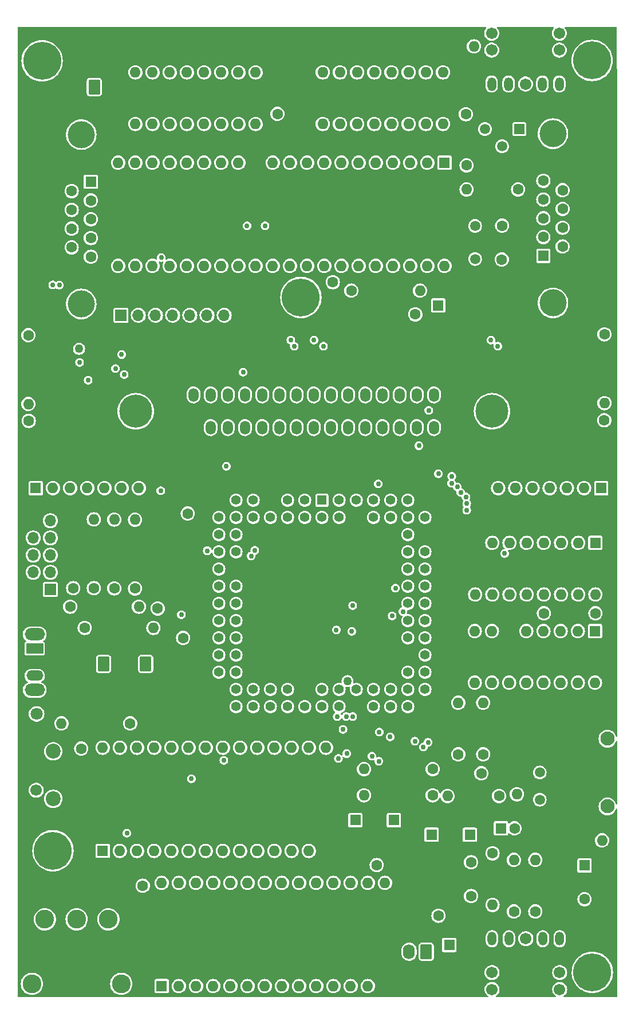
<source format=gbr>
%TF.GenerationSoftware,KiCad,Pcbnew,7.0.11-7.0.11~ubuntu22.04.1*%
%TF.CreationDate,2024-08-09T11:44:35-04:00*%
%TF.ProjectId,coleco_original,636f6c65-636f-45f6-9f72-6967696e616c,DEV*%
%TF.SameCoordinates,Original*%
%TF.FileFunction,Copper,L3,Inr*%
%TF.FilePolarity,Positive*%
%FSLAX46Y46*%
G04 Gerber Fmt 4.6, Leading zero omitted, Abs format (unit mm)*
G04 Created by KiCad (PCBNEW 7.0.11-7.0.11~ubuntu22.04.1) date 2024-08-09 11:44:35*
%MOMM*%
%LPD*%
G01*
G04 APERTURE LIST*
G04 Aperture macros list*
%AMRoundRect*
0 Rectangle with rounded corners*
0 $1 Rounding radius*
0 $2 $3 $4 $5 $6 $7 $8 $9 X,Y pos of 4 corners*
0 Add a 4 corners polygon primitive as box body*
4,1,4,$2,$3,$4,$5,$6,$7,$8,$9,$2,$3,0*
0 Add four circle primitives for the rounded corners*
1,1,$1+$1,$2,$3*
1,1,$1+$1,$4,$5*
1,1,$1+$1,$6,$7*
1,1,$1+$1,$8,$9*
0 Add four rect primitives between the rounded corners*
20,1,$1+$1,$2,$3,$4,$5,0*
20,1,$1+$1,$4,$5,$6,$7,0*
20,1,$1+$1,$6,$7,$8,$9,0*
20,1,$1+$1,$8,$9,$2,$3,0*%
G04 Aperture macros list end*
%TA.AperFunction,ComponentPad*%
%ADD10C,1.500000*%
%TD*%
%TA.AperFunction,ComponentPad*%
%ADD11C,1.600000*%
%TD*%
%TA.AperFunction,ComponentPad*%
%ADD12O,1.600000X1.600000*%
%TD*%
%TA.AperFunction,ComponentPad*%
%ADD13C,5.600000*%
%TD*%
%TA.AperFunction,ComponentPad*%
%ADD14R,1.600000X1.600000*%
%TD*%
%TA.AperFunction,ComponentPad*%
%ADD15RoundRect,0.250000X0.620000X0.845000X-0.620000X0.845000X-0.620000X-0.845000X0.620000X-0.845000X0*%
%TD*%
%TA.AperFunction,ComponentPad*%
%ADD16O,1.740000X2.190000*%
%TD*%
%TA.AperFunction,ComponentPad*%
%ADD17C,4.000000*%
%TD*%
%TA.AperFunction,ComponentPad*%
%ADD18O,2.006600X1.320800*%
%TD*%
%TA.AperFunction,ComponentPad*%
%ADD19O,1.320800X2.006600*%
%TD*%
%TA.AperFunction,ComponentPad*%
%ADD20C,1.701800*%
%TD*%
%TA.AperFunction,ComponentPad*%
%ADD21C,2.100000*%
%TD*%
%TA.AperFunction,ComponentPad*%
%ADD22R,1.700000X1.700000*%
%TD*%
%TA.AperFunction,ComponentPad*%
%ADD23O,1.700000X1.700000*%
%TD*%
%TA.AperFunction,ComponentPad*%
%ADD24R,1.422400X1.422400*%
%TD*%
%TA.AperFunction,ComponentPad*%
%ADD25C,1.422400*%
%TD*%
%TA.AperFunction,ComponentPad*%
%ADD26R,1.800000X1.800000*%
%TD*%
%TA.AperFunction,ComponentPad*%
%ADD27C,1.800000*%
%TD*%
%TA.AperFunction,ComponentPad*%
%ADD28C,2.200000*%
%TD*%
%TA.AperFunction,ComponentPad*%
%ADD29C,1.700000*%
%TD*%
%TA.AperFunction,ComponentPad*%
%ADD30O,3.000000X1.800000*%
%TD*%
%TA.AperFunction,ComponentPad*%
%ADD31R,2.500000X1.500000*%
%TD*%
%TA.AperFunction,ComponentPad*%
%ADD32O,2.500000X1.500000*%
%TD*%
%TA.AperFunction,ComponentPad*%
%ADD33O,1.500000X2.000000*%
%TD*%
%TA.AperFunction,ComponentPad*%
%ADD34C,4.875000*%
%TD*%
%TA.AperFunction,ComponentPad*%
%ADD35C,2.775000*%
%TD*%
%TA.AperFunction,ComponentPad*%
%ADD36R,1.500000X1.500000*%
%TD*%
%TA.AperFunction,ViaPad*%
%ADD37C,0.762000*%
%TD*%
%TA.AperFunction,ViaPad*%
%ADD38C,1.270000*%
%TD*%
G04 APERTURE END LIST*
D10*
%TO.N,Net-(U6-XTAL1)*%
%TO.C,Y1*%
X136144000Y-73799000D03*
%TO.N,Net-(U6-XTAL2)*%
X136144000Y-78679000D03*
%TD*%
D11*
%TO.N,Net-(C4-Pad2)*%
%TO.C,R6*%
X137337800Y-151827800D03*
D12*
%TO.N,Net-(U11-OUT)*%
X137337800Y-144207800D03*
%TD*%
D11*
%TO.N,GNDD*%
%TO.C,C4*%
X132054600Y-154621800D03*
%TO.N,Net-(C4-Pad2)*%
X137054600Y-154621800D03*
%TD*%
D13*
%TO.N,unconnected-(H6-Pad1)*%
%TO.C,H6*%
X153441400Y-49364200D03*
%TD*%
D14*
%TO.N,/video/nRAS*%
%TO.C,U6*%
X131622800Y-64451800D03*
D12*
%TO.N,/video/nCAS*%
X129082800Y-64451800D03*
%TO.N,/video/AD7*%
X126542800Y-64451800D03*
%TO.N,/video/AD6*%
X124002800Y-64451800D03*
%TO.N,/video/AD5*%
X121462800Y-64451800D03*
%TO.N,/video/AD4*%
X118922800Y-64451800D03*
%TO.N,/video/AD3*%
X116382800Y-64451800D03*
%TO.N,/video/AD2*%
X113842800Y-64451800D03*
%TO.N,/video/AD1*%
X111302800Y-64451800D03*
%TO.N,/video/AD0*%
X108762800Y-64451800D03*
%TO.N,/video/RnW*%
X106222800Y-64451800D03*
%TO.N,GNDD*%
X103682800Y-64451800D03*
%TO.N,/GLUE/A0*%
X101142800Y-64451800D03*
%TO.N,/GLUE/~{CSW}*%
X98602800Y-64451800D03*
%TO.N,/GLUE/~{CSR}*%
X96062800Y-64451800D03*
%TO.N,/cpu/~{NMI}*%
X93522800Y-64451800D03*
%TO.N,/GLUE/D0*%
X90982800Y-64451800D03*
%TO.N,/GLUE/D1*%
X88442800Y-64451800D03*
%TO.N,/GLUE/D2*%
X85902800Y-64451800D03*
%TO.N,/GLUE/D3*%
X83362800Y-64451800D03*
%TO.N,/GLUE/D4*%
X83362800Y-79691800D03*
%TO.N,/GLUE/D5*%
X85902800Y-79691800D03*
%TO.N,/GLUE/D6*%
X88442800Y-79691800D03*
%TO.N,/GLUE/D7*%
X90982800Y-79691800D03*
%TO.N,/video/R7*%
X93522800Y-79691800D03*
%TO.N,/video/R6*%
X96062800Y-79691800D03*
%TO.N,/video/R5*%
X98602800Y-79691800D03*
%TO.N,/video/R4*%
X101142800Y-79691800D03*
%TO.N,/video/R3*%
X103682800Y-79691800D03*
%TO.N,/video/R2*%
X106222800Y-79691800D03*
%TO.N,/video/R1*%
X108762800Y-79691800D03*
%TO.N,/video/R0*%
X111302800Y-79691800D03*
%TO.N,+5VP*%
X113842800Y-79691800D03*
%TO.N,/GLUE/~{SND_RESET}*%
X116382800Y-79691800D03*
%TO.N,unconnected-(U6-EXTVID-Pad35)*%
X118922800Y-79691800D03*
%TO.N,/video/Y*%
X121462800Y-79691800D03*
%TO.N,unconnected-(U6-NC-Pad37)*%
X124002800Y-79691800D03*
%TO.N,/GLUE/CLK*%
X126542800Y-79691800D03*
%TO.N,Net-(U6-XTAL2)*%
X129082800Y-79691800D03*
%TO.N,Net-(U6-XTAL1)*%
X131622800Y-79691800D03*
%TD*%
D15*
%TO.N,Net-(J3-In)*%
%TO.C,J3*%
X79832200Y-53275800D03*
D16*
%TO.N,GNDD*%
X77292200Y-53275800D03*
%TD*%
D17*
%TO.N,N/C*%
%TO.C,J5*%
X77901800Y-60311600D03*
X77901800Y-85311600D03*
D14*
%TO.N,/GLUE/C1P1*%
X79321800Y-67271600D03*
D11*
%TO.N,/GLUE/C1P2*%
X79321800Y-70041600D03*
%TO.N,/GLUE/C1P3*%
X79321800Y-72811600D03*
%TO.N,/GLUE/C1P4*%
X79321800Y-75581600D03*
%TO.N,/controller/ex_ARM*%
X79321800Y-78351600D03*
%TO.N,/GLUE/C1P6*%
X76481800Y-68656600D03*
%TO.N,/GLUE/C1P7*%
X76481800Y-71426600D03*
%TO.N,/controller/ex_FIRE*%
X76481800Y-74196600D03*
%TO.N,Net-(J5-Pad9)*%
X76481800Y-76966600D03*
%TD*%
%TO.N,Net-(J5-Pad9)*%
%TO.C,R19*%
X70078600Y-89928000D03*
D12*
%TO.N,/GLUE/C1P9*%
X70078600Y-100088000D03*
%TD*%
D14*
%TO.N,+5V*%
%TO.C,C3*%
X118440200Y-161544688D03*
D11*
%TO.N,GNDD*%
X118440200Y-164044688D03*
%TD*%
D14*
%TO.N,Net-(U1-BYPASS)*%
%TO.C,C28*%
X129717800Y-163704913D03*
D11*
%TO.N,GNDD*%
X129717800Y-161704913D03*
%TD*%
%TO.N,/GLUE/TDI*%
%TO.C,R14*%
X85852000Y-127342200D03*
D12*
%TO.N,+5V*%
X85852000Y-117182200D03*
%TD*%
D11*
%TO.N,+5V*%
%TO.C,R22*%
X85140800Y-147255800D03*
D12*
%TO.N,Net-(D1-A)*%
X74980800Y-147255800D03*
%TD*%
D14*
%TO.N,+5V*%
%TO.C,RN1*%
X71170800Y-112508600D03*
D12*
%TO.N,/GLUE/C1P1*%
X73710800Y-112508600D03*
%TO.N,/GLUE/C1P2*%
X76250800Y-112508600D03*
%TO.N,/GLUE/C1P3*%
X78790800Y-112508600D03*
%TO.N,/GLUE/C1P4*%
X81330800Y-112508600D03*
%TO.N,/GLUE/C1P6*%
X83870800Y-112508600D03*
%TO.N,/GLUE/C1P7*%
X86410800Y-112508600D03*
%TD*%
D11*
%TO.N,+5VP*%
%TO.C,L3*%
X117830600Y-83349400D03*
D12*
%TO.N,+5V*%
X127990600Y-83349400D03*
%TD*%
D14*
%TO.N,+5VA*%
%TO.C,C24*%
X132322688Y-179971000D03*
D11*
%TO.N,GNDD*%
X134822688Y-179971000D03*
%TD*%
D13*
%TO.N,unconnected-(H2-Pad1)*%
%TO.C,H2*%
X73710800Y-166051800D03*
%TD*%
D11*
%TO.N,Net-(C26-Pad1)*%
%TO.C,R23*%
X139674600Y-157974600D03*
D12*
%TO.N,Net-(U1-IN)*%
X132054600Y-157974600D03*
%TD*%
D14*
%TO.N,/GLUE/A14*%
%TO.C,U4*%
X89799000Y-186046600D03*
D12*
%TO.N,/GLUE/A12*%
X92339000Y-186046600D03*
%TO.N,/GLUE/A7*%
X94879000Y-186046600D03*
%TO.N,/GLUE/A6*%
X97419000Y-186046600D03*
%TO.N,/GLUE/A5*%
X99959000Y-186046600D03*
%TO.N,/GLUE/A4*%
X102499000Y-186046600D03*
%TO.N,/GLUE/A3*%
X105039000Y-186046600D03*
%TO.N,/GLUE/A2*%
X107579000Y-186046600D03*
%TO.N,/GLUE/A1*%
X110119000Y-186046600D03*
%TO.N,/GLUE/A0*%
X112659000Y-186046600D03*
%TO.N,/GLUE/D0*%
X115199000Y-186046600D03*
%TO.N,/GLUE/D1*%
X117739000Y-186046600D03*
%TO.N,/GLUE/D2*%
X120279000Y-186046600D03*
%TO.N,GNDD*%
X122819000Y-186046600D03*
%TO.N,/GLUE/D3*%
X122819000Y-170806600D03*
%TO.N,/GLUE/D4*%
X120279000Y-170806600D03*
%TO.N,/GLUE/D5*%
X117739000Y-170806600D03*
%TO.N,/GLUE/D6*%
X115199000Y-170806600D03*
%TO.N,/GLUE/D7*%
X112659000Y-170806600D03*
%TO.N,/GLUE/~{RAM_CS}*%
X110119000Y-170806600D03*
%TO.N,/GLUE/A10*%
X107579000Y-170806600D03*
%TO.N,/GLUE/~{RAM_OE}*%
X105039000Y-170806600D03*
%TO.N,/GLUE/A11*%
X102499000Y-170806600D03*
%TO.N,/GLUE/A9*%
X99959000Y-170806600D03*
%TO.N,/GLUE/A8*%
X97419000Y-170806600D03*
%TO.N,/GLUE/A13*%
X94879000Y-170806600D03*
%TO.N,/GLUE/~{WR}*%
X92339000Y-170806600D03*
%TO.N,+5V*%
X89799000Y-170806600D03*
%TD*%
D11*
%TO.N,+5VA*%
%TO.C,L1*%
X129870200Y-157873000D03*
D12*
%TO.N,+5V*%
X119710200Y-157873000D03*
%TD*%
D14*
%TO.N,GNDD*%
%TO.C,U7*%
X111074200Y-58736800D03*
D12*
%TO.N,/video/R0*%
X113614200Y-58736800D03*
%TO.N,/video/R1*%
X116154200Y-58736800D03*
%TO.N,/video/RnW*%
X118694200Y-58736800D03*
%TO.N,/video/nRAS*%
X121234200Y-58736800D03*
%TO.N,/video/AD1*%
X123774200Y-58736800D03*
%TO.N,/video/AD2*%
X126314200Y-58736800D03*
%TO.N,/video/AD3*%
X128854200Y-58736800D03*
%TO.N,+5VP*%
X131394200Y-58736800D03*
%TO.N,/video/AD0*%
X131394200Y-51116800D03*
%TO.N,/video/AD4*%
X128854200Y-51116800D03*
%TO.N,/video/AD5*%
X126314200Y-51116800D03*
%TO.N,/video/AD6*%
X123774200Y-51116800D03*
%TO.N,/video/AD7*%
X121234200Y-51116800D03*
%TO.N,/video/R2*%
X118694200Y-51116800D03*
%TO.N,/video/nCAS*%
X116154200Y-51116800D03*
%TO.N,/video/R3*%
X113614200Y-51116800D03*
%TO.N,GNDD*%
X111074200Y-51116800D03*
%TD*%
D18*
%TO.N,GNDD*%
%TO.C,J8*%
X143586200Y-47840200D03*
D19*
%TO.N,Net-(Q1-E)*%
X138586200Y-52840197D03*
%TO.N,unconnected-(J8-Pad3)*%
X148586200Y-52840197D03*
%TO.N,Net-(J3-In)*%
X141086200Y-52840197D03*
%TO.N,unconnected-(J8-Pad5)*%
X146086200Y-52840197D03*
D20*
%TO.N,N/C*%
X138586200Y-45340199D03*
X148586200Y-45340199D03*
X138586200Y-47840200D03*
X148586200Y-47840200D03*
X143586200Y-52840197D03*
%TD*%
D15*
%TO.N,+5V*%
%TO.C,J11*%
X81203800Y-138492800D03*
D16*
%TO.N,GNDD*%
X78663800Y-138492800D03*
%TD*%
D11*
%TO.N,+5V*%
%TO.C,C10*%
X86995000Y-171233400D03*
%TO.N,GNDD*%
X81995000Y-171233400D03*
%TD*%
%TO.N,/GLUE/C1P9*%
%TO.C,C20*%
X70129400Y-102581000D03*
%TO.N,GNDD*%
X70129400Y-107581000D03*
%TD*%
D10*
%TO.N,GNDD*%
%TO.C,RV1*%
X145698800Y-150514800D03*
%TO.N,Net-(C26-Pad2)*%
X145698800Y-154514800D03*
%TO.N,Net-(C4-Pad2)*%
X145698800Y-158514800D03*
D21*
%TO.N,N/C*%
X155698800Y-149514800D03*
X155698800Y-159514800D03*
%TD*%
D18*
%TO.N,GNDD*%
%TO.C,J9*%
X143640800Y-184049599D03*
D19*
%TO.N,/sound/HP+*%
X148640800Y-179049602D03*
X138640800Y-179049602D03*
%TO.N,/sound/HP_BTL*%
X146140800Y-179049602D03*
%TO.N,unconnected-(J9-Pad5)*%
X141140800Y-179049602D03*
D20*
%TO.N,N/C*%
X148640800Y-186549600D03*
X138640800Y-186549600D03*
X148640800Y-184049599D03*
X138640800Y-184049599D03*
X143640800Y-179049602D03*
%TD*%
D11*
%TO.N,GNDD*%
%TO.C,R10*%
X128346200Y-47281400D03*
D12*
%TO.N,Net-(Q1-E)*%
X135966200Y-47281400D03*
%TD*%
D11*
%TO.N,/GLUE/TDO*%
%TO.C,R16*%
X79756000Y-127291400D03*
D12*
%TO.N,+5V*%
X79756000Y-117131400D03*
%TD*%
D22*
%TO.N,/GLUE/TCK*%
%TO.C,J6*%
X73334800Y-127489600D03*
D23*
%TO.N,GNDD*%
X70794800Y-127489600D03*
%TO.N,/GLUE/TDO*%
X73334800Y-124949600D03*
%TO.N,+5V*%
X70794800Y-124949600D03*
%TO.N,/GLUE/TMS*%
X73334800Y-122409600D03*
%TO.N,unconnected-(J6-Pin_6-Pad6)*%
X70794800Y-122409600D03*
%TO.N,unconnected-(J6-Pin_7-Pad7)*%
X73334800Y-119869600D03*
%TO.N,unconnected-(J6-Pin_8-Pad8)*%
X70794800Y-119869600D03*
%TO.N,/GLUE/TDI*%
X73334800Y-117329600D03*
%TO.N,GNDD*%
X70794800Y-117329600D03*
%TD*%
D11*
%TO.N,Net-(Q1-B)*%
%TO.C,R12*%
X142494000Y-68414200D03*
D12*
%TO.N,/video/Y*%
X134874000Y-68414200D03*
%TD*%
D11*
%TO.N,+5VD*%
%TO.C,C8*%
X153934800Y-130999800D03*
%TO.N,GNDD*%
X148934800Y-130999800D03*
%TD*%
%TO.N,+5VA*%
%TO.C,C7*%
X130723000Y-175653000D03*
%TO.N,GNDD*%
X135723000Y-175653000D03*
%TD*%
D14*
%TO.N,Net-(U1-SE{slash}~{BTL})*%
%TO.C,C27*%
X135356600Y-163704913D03*
D11*
%TO.N,GNDD*%
X135356600Y-161704913D03*
%TD*%
%TO.N,/GLUE/TCK*%
%TO.C,R17*%
X76708000Y-127291400D03*
D12*
%TO.N,GNDD*%
X76708000Y-117131400D03*
%TD*%
D17*
%TO.N,N/C*%
%TO.C,J7*%
X147652600Y-85170800D03*
X147652600Y-60170800D03*
D14*
%TO.N,/GLUE/C2P1*%
X146232600Y-78210800D03*
D11*
%TO.N,/GLUE/C2P2*%
X146232600Y-75440800D03*
%TO.N,/GLUE/C2P3*%
X146232600Y-72670800D03*
%TO.N,/GLUE/C2P4*%
X146232600Y-69900800D03*
%TO.N,/controller/ex_ARM*%
X146232600Y-67130800D03*
%TO.N,/GLUE/C2P6*%
X149072600Y-76825800D03*
%TO.N,/GLUE/C2P7*%
X149072600Y-74055800D03*
%TO.N,/controller/ex_FIRE*%
X149072600Y-71285800D03*
%TO.N,Net-(J7-Pad9)*%
X149072600Y-68515800D03*
%TD*%
D24*
%TO.N,/GLUE/~{RESET_SW}*%
%TO.C,U9*%
X113487200Y-114300900D03*
D25*
%TO.N,/GLUE/C1P1*%
X113487200Y-116840900D03*
%TO.N,+5V*%
X110947200Y-114300900D03*
%TO.N,/GLUE/C1P2*%
X110947200Y-116840900D03*
%TO.N,/GLUE/C1P3*%
X108407200Y-114300900D03*
%TO.N,/GLUE/C1P4*%
X108407200Y-116840900D03*
%TO.N,GNDD*%
X105867200Y-114300900D03*
%TO.N,/GLUE/C1P6*%
X105867200Y-116840900D03*
%TO.N,/GLUE/C1P7*%
X103327200Y-114300900D03*
%TO.N,/GLUE/AS*%
X103327200Y-116840900D03*
%TO.N,/GLUE/C5_ARM*%
X100787200Y-114300900D03*
%TO.N,/GLUE/C8_FIRE*%
X98247200Y-116840900D03*
%TO.N,+5V*%
X100787200Y-116840900D03*
%TO.N,/GLUE/TDI*%
X98247200Y-119380900D03*
%TO.N,/GLUE/A15*%
X100787200Y-119380900D03*
%TO.N,/GLUE/A14*%
X98247200Y-121920900D03*
%TO.N,/GLUE/A13*%
X100787200Y-121920900D03*
%TO.N,/GLUE/A12*%
X98247200Y-124460900D03*
%TO.N,GNDD*%
X100787200Y-124460900D03*
%TO.N,/GLUE/A11*%
X98247200Y-127000900D03*
%TO.N,/GLUE/A10*%
X100787200Y-127000900D03*
%TO.N,/GLUE/A9*%
X98247200Y-129540900D03*
%TO.N,/GLUE/TMS*%
X100787200Y-129540900D03*
%TO.N,/GLUE/A8*%
X98247200Y-132080900D03*
%TO.N,/GLUE/A7*%
X100787200Y-132080900D03*
%TO.N,+5V*%
X98247200Y-134620900D03*
%TO.N,/GLUE/A6*%
X100787200Y-134620900D03*
%TO.N,/GLUE/A5*%
X98247200Y-137160900D03*
%TO.N,/GLUE/A4*%
X100787200Y-137160900D03*
%TO.N,/GLUE/A3*%
X98247200Y-139700900D03*
%TO.N,/GLUE/A2*%
X100787200Y-139700900D03*
%TO.N,GNDD*%
X98247200Y-142240900D03*
%TO.N,/GLUE/A1*%
X100787200Y-144780900D03*
%TO.N,/GLUE/A0*%
X100787200Y-142240900D03*
%TO.N,/GLUE/~{M1}*%
X103327200Y-144780900D03*
%TO.N,/GLUE/~{RFSH}*%
X103327200Y-142240900D03*
%TO.N,/GLUE/~{RESET}*%
X105867200Y-144780900D03*
%TO.N,+5V*%
X105867200Y-142240900D03*
%TO.N,/GLUE/~{WAIT}*%
X108407200Y-144780900D03*
%TO.N,/GLUE/~{RD}*%
X108407200Y-142240900D03*
%TO.N,/GLUE/~{RAM_OE}*%
X110947200Y-144780900D03*
%TO.N,GNDD*%
X110947200Y-142240900D03*
%TO.N,+5V*%
X113487200Y-144780900D03*
%TO.N,/GLUE/~{IORQ}*%
X113487200Y-142240900D03*
%TO.N,/GLUE/~{MREQ}*%
X116027200Y-144780900D03*
%TO.N,/GLUE/D0*%
X116027200Y-142240900D03*
%TO.N,GNDD*%
X118567200Y-144780900D03*
%TO.N,/GLUE/D1*%
X118567200Y-142240900D03*
%TO.N,/GLUE/D7*%
X121107200Y-144780900D03*
%TO.N,/GLUE/D2*%
X121107200Y-142240900D03*
%TO.N,/GLUE/D6*%
X123647200Y-144780900D03*
%TO.N,/GLUE/D5*%
X123647200Y-142240900D03*
%TO.N,+5V*%
X126187200Y-144780900D03*
%TO.N,/GLUE/D4*%
X128727200Y-142240900D03*
%TO.N,/GLUE/D3*%
X126187200Y-142240900D03*
%TO.N,/GLUE/~{ROM_ENABLE}*%
X128727200Y-139700900D03*
%TO.N,/GLUE/~{RAM_CS}*%
X126187200Y-139700900D03*
%TO.N,/GLUE/~{SND_ENABLE}*%
X128727200Y-137160900D03*
%TO.N,GNDD*%
X126187200Y-137160900D03*
%TO.N,/GLUE/~{SND_RESET}*%
X128727200Y-134620900D03*
%TO.N,/GLUE/~{INT}*%
X126187200Y-134620900D03*
%TO.N,/GLUE/TCK*%
X128727200Y-132080900D03*
%TO.N,/GLUE/~{CS_hC000}*%
X126187200Y-132080900D03*
%TO.N,/GLUE/~{CS_hA000}*%
X128727200Y-129540900D03*
%TO.N,/GLUE/~{CS_h8000}*%
X126187200Y-129540900D03*
%TO.N,+5V*%
X128727200Y-127000900D03*
%TO.N,/GLUE/~{CS_hE000}*%
X126187200Y-127000900D03*
%TO.N,/GLUE/~{CSR}*%
X128727200Y-124460900D03*
%TO.N,/GLUE/~{CSW}*%
X126187200Y-124460900D03*
%TO.N,/GLUE/C2P1*%
X128727200Y-121920900D03*
%TO.N,/GLUE/TDO*%
X126187200Y-121920900D03*
%TO.N,GNDD*%
X128727200Y-119380900D03*
%TO.N,/GLUE/C2P2*%
X126187200Y-119380900D03*
%TO.N,/GLUE/C2P3*%
X128727200Y-116840900D03*
%TO.N,/GLUE/C2P4*%
X126187200Y-114300900D03*
%TO.N,/GLUE/C2P6*%
X126187200Y-116840900D03*
%TO.N,/GLUE/C2P7*%
X123647200Y-114300900D03*
%TO.N,+5V*%
X123647200Y-116840900D03*
%TO.N,/GLUE/~{AY_SND_ENABLE}*%
X121107200Y-114300900D03*
%TO.N,/GLUE/C1P9*%
X121107200Y-116840900D03*
%TO.N,/GLUE/C2P9*%
X118567200Y-114300900D03*
%TO.N,GNDD*%
X118567200Y-116840900D03*
%TO.N,/GLUE/CLK*%
X116027200Y-114300900D03*
%TO.N,/GLUE/~{WR}*%
X116027200Y-116840900D03*
%TD*%
D14*
%TO.N,/GLUE/~{AY_SND_ENABLE}*%
%TO.C,U11*%
X153873200Y-133616000D03*
D12*
X151333200Y-133616000D03*
%TO.N,/GLUE/AS*%
X148793200Y-133616000D03*
%TO.N,+5VD*%
X146253200Y-133616000D03*
%TO.N,Net-(U11-OUT)*%
X143713200Y-133616000D03*
%TO.N,GNDD*%
X141173200Y-133616000D03*
%TO.N,/GLUE/CLK*%
X138633200Y-133616000D03*
%TO.N,/GLUE/~{SND_RESET}*%
X136093200Y-133616000D03*
%TO.N,/GLUE/D7*%
X136093200Y-141236000D03*
%TO.N,/GLUE/D6*%
X138633200Y-141236000D03*
%TO.N,/GLUE/D5*%
X141173200Y-141236000D03*
%TO.N,/GLUE/D4*%
X143713200Y-141236000D03*
%TO.N,/GLUE/D3*%
X146253200Y-141236000D03*
%TO.N,/GLUE/D2*%
X148793200Y-141236000D03*
%TO.N,/GLUE/D1*%
X151333200Y-141236000D03*
%TO.N,/GLUE/D0*%
X153873200Y-141236000D03*
%TD*%
D11*
%TO.N,Net-(U6-XTAL2)*%
%TO.C,C16*%
X140081000Y-78746600D03*
%TO.N,GNDD*%
X140081000Y-81246600D03*
%TD*%
%TO.N,+5V*%
%TO.C,C18*%
X92964000Y-134632000D03*
%TO.N,GNDD*%
X92964000Y-139632000D03*
%TD*%
D26*
%TO.N,GNDD*%
%TO.C,D1*%
X71297800Y-148403800D03*
D27*
%TO.N,Net-(D1-A)*%
X71297800Y-145863800D03*
%TD*%
D11*
%TO.N,GNDD*%
%TO.C,C15*%
X140131800Y-71253600D03*
%TO.N,Net-(U6-XTAL1)*%
X140131800Y-73753600D03*
%TD*%
%TO.N,GNDD*%
%TO.C,R24*%
X147294600Y-164527800D03*
D12*
%TO.N,/sound/HP+*%
X154914600Y-164527800D03*
%TD*%
D14*
%TO.N,+5V*%
%TO.C,RN2*%
X154787600Y-112508600D03*
D12*
%TO.N,/GLUE/C2P1*%
X152247600Y-112508600D03*
%TO.N,/GLUE/C2P2*%
X149707600Y-112508600D03*
%TO.N,/GLUE/C2P3*%
X147167600Y-112508600D03*
%TO.N,/GLUE/C2P4*%
X144627600Y-112508600D03*
%TO.N,/GLUE/C2P6*%
X142087600Y-112508600D03*
%TO.N,/GLUE/C2P7*%
X139547600Y-112508600D03*
%TD*%
D11*
%TO.N,+5VP*%
%TO.C,C14*%
X134772400Y-57299800D03*
%TO.N,GNDD*%
X134772400Y-52299800D03*
%TD*%
D28*
%TO.N,*%
%TO.C,SW1*%
X73747000Y-158386400D03*
X73747000Y-151386400D03*
D29*
%TO.N,Net-(C1-Pad1)*%
X71247000Y-157136400D03*
%TO.N,GNDD*%
X71247000Y-152636400D03*
%TD*%
D11*
%TO.N,/sound/HP_BTL*%
%TO.C,R27*%
X145043450Y-175032600D03*
D12*
%TO.N,+5VA*%
X145043450Y-167412600D03*
%TD*%
D11*
%TO.N,GNDD*%
%TO.C,C25*%
X126589800Y-168185400D03*
%TO.N,+5V*%
X121589800Y-168185400D03*
%TD*%
D15*
%TO.N,/sound/SP+*%
%TO.C,J2*%
X128905000Y-180967000D03*
D16*
%TO.N,/sound/SP-*%
X126365000Y-180967000D03*
%TD*%
D13*
%TO.N,unconnected-(H7-Pad1)*%
%TO.C,H7*%
X110375700Y-84352700D03*
%TD*%
D11*
%TO.N,+5VD*%
%TO.C,L2*%
X129870200Y-154012200D03*
D12*
%TO.N,+5V*%
X119710200Y-154012200D03*
%TD*%
D11*
%TO.N,Net-(C4-Pad2)*%
%TO.C,R5*%
X133654800Y-151827800D03*
D12*
%TO.N,Net-(U2-OUT)*%
X133654800Y-144207800D03*
%TD*%
D14*
%TO.N,+5V*%
%TO.C,U5*%
X81061400Y-166082200D03*
D12*
%TO.N,/GLUE/A12*%
X83601400Y-166082200D03*
%TO.N,/GLUE/A7*%
X86141400Y-166082200D03*
%TO.N,/GLUE/A6*%
X88681400Y-166082200D03*
%TO.N,/GLUE/A5*%
X91221400Y-166082200D03*
%TO.N,/GLUE/A4*%
X93761400Y-166082200D03*
%TO.N,/GLUE/A3*%
X96301400Y-166082200D03*
%TO.N,/GLUE/A2*%
X98841400Y-166082200D03*
%TO.N,/GLUE/A1*%
X101381400Y-166082200D03*
%TO.N,/GLUE/A0*%
X103921400Y-166082200D03*
%TO.N,/GLUE/D0*%
X106461400Y-166082200D03*
%TO.N,/GLUE/D1*%
X109001400Y-166082200D03*
%TO.N,/GLUE/D2*%
X111541400Y-166082200D03*
%TO.N,GNDD*%
X114081400Y-166082200D03*
%TO.N,/GLUE/D3*%
X114081400Y-150842200D03*
%TO.N,/GLUE/D4*%
X111541400Y-150842200D03*
%TO.N,/GLUE/D5*%
X109001400Y-150842200D03*
%TO.N,/GLUE/D6*%
X106461400Y-150842200D03*
%TO.N,/GLUE/D7*%
X103921400Y-150842200D03*
%TO.N,/GLUE/~{ROM_ENABLE}*%
X101381400Y-150842200D03*
%TO.N,/GLUE/A10*%
X98841400Y-150842200D03*
%TO.N,/GLUE/~{ROM_ENABLE}*%
X96301400Y-150842200D03*
%TO.N,/GLUE/A11*%
X93761400Y-150842200D03*
%TO.N,/GLUE/A9*%
X91221400Y-150842200D03*
%TO.N,/GLUE/A8*%
X88681400Y-150842200D03*
%TO.N,+5V*%
X86141400Y-150842200D03*
X83601400Y-150842200D03*
X81061400Y-150842200D03*
%TD*%
D11*
%TO.N,+5V*%
%TO.C,C19*%
X93649800Y-116267800D03*
%TO.N,GNDD*%
X88649800Y-116267800D03*
%TD*%
D13*
%TO.N,unconnected-(H4-Pad1)*%
%TO.C,H4*%
X72110600Y-49415000D03*
%TD*%
D11*
%TO.N,Net-(J7-Pad9)*%
%TO.C,R18*%
X155270200Y-89801000D03*
D12*
%TO.N,/GLUE/C2P9*%
X155270200Y-99961000D03*
%TD*%
D11*
%TO.N,+5V*%
%TO.C,R1*%
X78409800Y-133158800D03*
D12*
%TO.N,Net-(C1-Pad1)*%
X88569800Y-133158800D03*
%TD*%
D13*
%TO.N,unconnected-(H1-Pad1)*%
%TO.C,H1*%
X153466800Y-184009600D03*
%TD*%
D11*
%TO.N,GNDD*%
%TO.C,R26*%
X142316200Y-150100600D03*
D12*
%TO.N,Net-(C26-Pad2)*%
X142316200Y-157720600D03*
%TD*%
D11*
%TO.N,/sound/SP+*%
%TO.C,C6*%
X135541550Y-172757400D03*
%TO.N,Net-(U1-IN)*%
X135541550Y-167757400D03*
%TD*%
%TO.N,Net-(C1-Pad1)*%
%TO.C,R2*%
X76271200Y-130029600D03*
D12*
%TO.N,/GLUE/~{RESET_SW}*%
X86431200Y-130029600D03*
%TD*%
D30*
%TO.N,*%
%TO.C,SW3*%
X71011800Y-134113400D03*
X71011800Y-142313400D03*
D31*
%TO.N,/controller/ex_disable*%
X71011800Y-136213400D03*
D32*
%TO.N,GNDD*%
X71011800Y-138213400D03*
%TO.N,/controller/in_disable*%
X71011800Y-140213400D03*
%TD*%
D11*
%TO.N,+5VP*%
%TO.C,C12*%
X106908600Y-57249000D03*
%TO.N,GNDD*%
X106908600Y-52249000D03*
%TD*%
%TO.N,/GLUE/TMS*%
%TO.C,R15*%
X82778600Y-127316800D03*
D12*
%TO.N,+5V*%
X82778600Y-117156800D03*
%TD*%
D11*
%TO.N,+5V*%
%TO.C,C11*%
X77901800Y-150978800D03*
%TO.N,GNDD*%
X77901800Y-155978800D03*
%TD*%
D14*
%TO.N,+5V*%
%TO.C,C30*%
X130697087Y-85533800D03*
D11*
%TO.N,GNDD*%
X133197087Y-85533800D03*
%TD*%
D15*
%TO.N,Net-(J10-Pin_1)*%
%TO.C,J10*%
X87426800Y-138472800D03*
D16*
%TO.N,GNDD*%
X84886800Y-138472800D03*
%TD*%
D11*
%TO.N,Net-(U1-IN)*%
%TO.C,R25*%
X138708850Y-166447400D03*
D12*
%TO.N,/sound/SP+*%
X138708850Y-174067400D03*
%TD*%
D11*
%TO.N,/GLUE/C2P9*%
%TO.C,C21*%
X155244800Y-102490200D03*
%TO.N,GNDD*%
X155244800Y-107490200D03*
%TD*%
D33*
%TO.N,/GLUE/D2*%
%TO.C,J4*%
X130073400Y-103567800D03*
%TO.N,/GLUE/~{CS_hC000}*%
X130073400Y-98741800D03*
%TO.N,/GLUE/D1*%
X127533400Y-103567800D03*
%TO.N,/GLUE/D3*%
X127533400Y-98741800D03*
%TO.N,/GLUE/D0*%
X124993400Y-103567800D03*
%TO.N,/GLUE/D4*%
X124993400Y-98741800D03*
%TO.N,/GLUE/A0*%
X122453400Y-103567800D03*
%TO.N,/GLUE/D5*%
X122453400Y-98741800D03*
%TO.N,/GLUE/A1*%
X119913400Y-103567800D03*
%TO.N,/GLUE/D6*%
X119913400Y-98741800D03*
%TO.N,/GLUE/A2*%
X117373400Y-103567800D03*
%TO.N,/GLUE/D7*%
X117373400Y-98741800D03*
%TO.N,GND*%
X114833400Y-103567800D03*
%TO.N,/GLUE/A11*%
X114833400Y-98741800D03*
%TO.N,/GLUE/A3*%
X112293400Y-103567800D03*
%TO.N,/GLUE/A10*%
X112293400Y-98741800D03*
%TO.N,/GLUE/A4*%
X109753400Y-103567800D03*
%TO.N,/GLUE/~{CS_h8000}*%
X109753400Y-98741800D03*
%TO.N,/GLUE/A13*%
X107213400Y-103567800D03*
%TO.N,/GLUE/A14*%
X107213400Y-98741800D03*
%TO.N,/GLUE/A5*%
X104673400Y-103567800D03*
%TO.N,/GLUE/~{CS_hA000}*%
X104673400Y-98741800D03*
%TO.N,/GLUE/A6*%
X102133400Y-103567800D03*
%TO.N,/GLUE/A12*%
X102133400Y-98741800D03*
%TO.N,/GLUE/A7*%
X99593400Y-103567800D03*
%TO.N,/GLUE/A9*%
X99593400Y-98741800D03*
%TO.N,/GLUE/~{CS_hE000}*%
X97053400Y-103567800D03*
%TO.N,/GLUE/A8*%
X97053400Y-98741800D03*
%TO.N,GNDD*%
X94513400Y-103567800D03*
%TO.N,+5V*%
X94513400Y-98741800D03*
D34*
%TO.N,N/C*%
X138643400Y-101166800D03*
X85943400Y-101166800D03*
%TD*%
D11*
%TO.N,+5VD*%
%TO.C,C23*%
X146314800Y-130999800D03*
%TO.N,GNDD*%
X141314800Y-130999800D03*
%TD*%
%TO.N,+5V*%
%TO.C,C29*%
X127290200Y-86854600D03*
%TO.N,GNDD*%
X122290200Y-86854600D03*
%TD*%
D35*
%TO.N,unconnected-(SW2-A-Pad1)*%
%TO.C,SW2*%
X72515500Y-176189600D03*
%TO.N,Net-(J10-Pin_1)*%
X77215500Y-176189600D03*
%TO.N,+5V*%
X81915500Y-176189600D03*
%TO.N,N/C*%
X70610500Y-185719600D03*
X83820500Y-185719600D03*
%TD*%
D14*
%TO.N,GNDD*%
%TO.C,U8*%
X83362800Y-58736800D03*
D12*
%TO.N,/video/R7*%
X85902800Y-58736800D03*
%TO.N,/video/R6*%
X88442800Y-58736800D03*
%TO.N,/video/RnW*%
X90982800Y-58736800D03*
%TO.N,/video/nRAS*%
X93522800Y-58736800D03*
%TO.N,/video/AD1*%
X96062800Y-58736800D03*
%TO.N,/video/AD2*%
X98602800Y-58736800D03*
%TO.N,/video/AD3*%
X101142800Y-58736800D03*
%TO.N,+5VP*%
X103682800Y-58736800D03*
%TO.N,/video/AD0*%
X103682800Y-51116800D03*
%TO.N,/video/AD4*%
X101142800Y-51116800D03*
%TO.N,/video/AD5*%
X98602800Y-51116800D03*
%TO.N,/video/AD6*%
X96062800Y-51116800D03*
%TO.N,/video/AD7*%
X93522800Y-51116800D03*
%TO.N,/video/R5*%
X90982800Y-51116800D03*
%TO.N,/video/nCAS*%
X88442800Y-51116800D03*
%TO.N,/video/R4*%
X85902800Y-51116800D03*
%TO.N,GNDD*%
X83362800Y-51116800D03*
%TD*%
D14*
%TO.N,+5VD*%
%TO.C,C5*%
X124129800Y-161544688D03*
D11*
%TO.N,GNDD*%
X124129800Y-164044688D03*
%TD*%
%TO.N,Net-(C1-Pad1)*%
%TO.C,C1*%
X89204800Y-130284800D03*
%TO.N,GNDD*%
X89204800Y-125284800D03*
%TD*%
D36*
%TO.N,Net-(Q1-E)*%
%TO.C,Q1*%
X142671800Y-59490800D03*
D10*
%TO.N,Net-(Q1-B)*%
X140131800Y-62030800D03*
%TO.N,+5VP*%
X137591800Y-59490800D03*
%TD*%
D14*
%TO.N,Net-(C26-Pad1)*%
%TO.C,C26*%
X139960600Y-162749800D03*
D11*
%TO.N,Net-(C26-Pad2)*%
X141960600Y-162749800D03*
%TD*%
%TO.N,Net-(Q1-B)*%
%TO.C,R11*%
X134874000Y-64858200D03*
D12*
%TO.N,GNDD*%
X142494000Y-64858200D03*
%TD*%
D11*
%TO.N,/sound/HP_BTL*%
%TO.C,R4*%
X141876150Y-175032600D03*
D12*
%TO.N,Net-(U1-SE{slash}~{BTL})*%
X141876150Y-167412600D03*
%TD*%
D22*
%TO.N,/GLUE/C1P1*%
%TO.C,J1*%
X83789600Y-86981600D03*
D23*
%TO.N,/GLUE/C1P2*%
X86329600Y-86981600D03*
%TO.N,/GLUE/C1P3*%
X88869600Y-86981600D03*
%TO.N,/GLUE/C1P4*%
X91409600Y-86981600D03*
%TO.N,/controller/in_ARM*%
X93949600Y-86981600D03*
%TO.N,/GLUE/C1P6*%
X96489600Y-86981600D03*
%TO.N,/controller/in_FIRE*%
X99029600Y-86981600D03*
%TD*%
D14*
%TO.N,/GLUE/D5*%
%TO.C,U2*%
X153924000Y-120595800D03*
D12*
%TO.N,/GLUE/D6*%
X151384000Y-120595800D03*
%TO.N,/GLUE/D7*%
X148844000Y-120595800D03*
%TO.N,/GLUE/~{WAIT}*%
X146304000Y-120595800D03*
%TO.N,/GLUE/~{SND_ENABLE}*%
X143764000Y-120595800D03*
X141224000Y-120595800D03*
%TO.N,Net-(U2-OUT)*%
X138684000Y-120595800D03*
%TO.N,GNDD*%
X136144000Y-120595800D03*
%TO.N,unconnected-(U2-N.C.-Pad9)*%
X136144000Y-128215800D03*
%TO.N,/GLUE/D0*%
X138684000Y-128215800D03*
%TO.N,/GLUE/D1*%
X141224000Y-128215800D03*
%TO.N,/GLUE/D2*%
X143764000Y-128215800D03*
%TO.N,/GLUE/D3*%
X146304000Y-128215800D03*
%TO.N,/GLUE/CLK*%
X148844000Y-128215800D03*
%TO.N,/GLUE/D4*%
X151384000Y-128215800D03*
%TO.N,+5VD*%
X153924000Y-128215800D03*
%TD*%
D11*
%TO.N,+5VP*%
%TO.C,C13*%
X115087400Y-82108600D03*
%TO.N,GNDD*%
X115087400Y-87108600D03*
%TD*%
D14*
%TO.N,/sound/SP+*%
%TO.C,C2*%
X152323800Y-168221149D03*
D11*
%TO.N,/sound/HP+*%
X152323800Y-173221149D03*
%TD*%
D37*
%TO.N,/GLUE/C5_ARM*%
X82967581Y-94872511D03*
D38*
%TO.N,GNDD*%
X127939800Y-171589000D03*
X122250200Y-124954600D03*
X79933800Y-89521600D03*
X81711800Y-100443600D03*
X111785400Y-129933000D03*
%TO.N,+5V*%
X77582340Y-91949260D03*
X117271800Y-141007400D03*
D37*
%TO.N,/GLUE/C5_ARM*%
X89662000Y-112889600D03*
%TO.N,/GLUE/C1P7*%
X74650101Y-82542320D03*
%TO.N,/GLUE/C1P6*%
X73685400Y-82511200D03*
%TO.N,/GLUE/C8_FIRE*%
X99364800Y-109297100D03*
%TO.N,/GLUE/C1P9*%
X121818400Y-111888400D03*
%TO.N,/GLUE/TCK*%
X96538313Y-121756618D03*
%TO.N,/GLUE/TMS*%
X92710574Y-131197630D03*
%TO.N,/GLUE/~{INT}*%
X117906800Y-133666800D03*
%TO.N,/GLUE/CLK*%
X140497766Y-122170966D03*
X130722085Y-110398093D03*
%TO.N,/GLUE/~{RAM_CS}*%
X116611400Y-148144800D03*
%TO.N,/GLUE/~{ROM_ENABLE}*%
X98983800Y-152716800D03*
%TO.N,/video/R5*%
X102412800Y-73773600D03*
%TO.N,/video/R4*%
X105079800Y-73773600D03*
%TO.N,/cpu/~{NMI}*%
X89725600Y-78472600D03*
X124355162Y-127289418D03*
X118033800Y-129856800D03*
%TO.N,/GLUE/D4*%
X129286000Y-101027800D03*
X129184400Y-150049800D03*
%TO.N,/GLUE/D3*%
X123875800Y-131380800D03*
X125450600Y-130745800D03*
X128473396Y-150735600D03*
%TO.N,/GLUE/D5*%
X127228600Y-149872000D03*
%TO.N,/GLUE/D6*%
X123571000Y-149237000D03*
X115620800Y-133452500D03*
%TO.N,/GLUE/D2*%
X118033794Y-146235693D03*
%TO.N,/GLUE/D7*%
X121970800Y-148551200D03*
X127838200Y-106260200D03*
%TO.N,/GLUE/D0*%
X115925600Y-152437400D03*
X121894600Y-152843800D03*
X115747800Y-146239800D03*
%TO.N,/GLUE/D1*%
X117068600Y-146239800D03*
X120878600Y-152107200D03*
X117170200Y-151726200D03*
%TO.N,/GLUE/A0*%
X101828600Y-95389000D03*
%TO.N,/GLUE/A10*%
X103013860Y-122530500D03*
%TO.N,/GLUE/A11*%
X103555300Y-121692800D03*
%TO.N,/GLUE/A12*%
X94180400Y-155442100D03*
%TO.N,/GLUE/A13*%
X84646488Y-163474688D03*
%TO.N,/GLUE/C2P4*%
X134012493Y-113145373D03*
%TO.N,/GLUE/C2P1*%
X134899400Y-115759800D03*
%TO.N,/GLUE/C2P2*%
X134899400Y-114794597D03*
%TO.N,/GLUE/C2P3*%
X134793194Y-113835255D03*
%TO.N,/GLUE/C2P7*%
X132665203Y-111798083D03*
%TO.N,/GLUE/C2P6*%
X133503606Y-112325221D03*
%TO.N,/GLUE/C2P9*%
X132690966Y-110760495D03*
%TO.N,/controller/ex_ARM*%
X112318800Y-90664600D03*
X83870800Y-92798200D03*
X138480800Y-90664600D03*
X108889800Y-90664600D03*
%TO.N,/controller/ex_FIRE*%
X109397800Y-91553600D03*
X113715800Y-91553600D03*
X139496800Y-91553600D03*
X84251800Y-95744600D03*
%TO.N,/controller/in_disable*%
X78917800Y-96587600D03*
%TO.N,/controller/ex_disable*%
X77647800Y-93966600D03*
%TD*%
%TA.AperFunction,Conductor*%
%TO.N,GNDD*%
G36*
X137763915Y-44430413D02*
G01*
X137800460Y-44480713D01*
X137800460Y-44542887D01*
X137772558Y-44586144D01*
X137765800Y-44592304D01*
X137642342Y-44755789D01*
X137642340Y-44755793D01*
X137551032Y-44939163D01*
X137551029Y-44939169D01*
X137494965Y-45136215D01*
X137494965Y-45136216D01*
X137476064Y-45340199D01*
X137494965Y-45544181D01*
X137494965Y-45544182D01*
X137551029Y-45741228D01*
X137551032Y-45741234D01*
X137642340Y-45924604D01*
X137642343Y-45924610D01*
X137765800Y-46088093D01*
X137917184Y-46226099D01*
X137917188Y-46226102D01*
X137917194Y-46226107D01*
X138091370Y-46333952D01*
X138282397Y-46407956D01*
X138413108Y-46432390D01*
X138483768Y-46445599D01*
X138483770Y-46445599D01*
X138688631Y-46445599D01*
X138720345Y-46439670D01*
X138890003Y-46407956D01*
X139081030Y-46333952D01*
X139255206Y-46226107D01*
X139406600Y-46088093D01*
X139530057Y-45924610D01*
X139621371Y-45741226D01*
X139677434Y-45544186D01*
X139696336Y-45340199D01*
X139677434Y-45136212D01*
X139621371Y-44939172D01*
X139530057Y-44755788D01*
X139406600Y-44592305D01*
X139399842Y-44586144D01*
X139369087Y-44532109D01*
X139375967Y-44470317D01*
X139417854Y-44424370D01*
X139467616Y-44411200D01*
X147704784Y-44411200D01*
X147763915Y-44430413D01*
X147800460Y-44480713D01*
X147800460Y-44542887D01*
X147772558Y-44586144D01*
X147765800Y-44592304D01*
X147642342Y-44755789D01*
X147642340Y-44755793D01*
X147551032Y-44939163D01*
X147551029Y-44939169D01*
X147494965Y-45136215D01*
X147494965Y-45136216D01*
X147476064Y-45340199D01*
X147494965Y-45544181D01*
X147494965Y-45544182D01*
X147551029Y-45741228D01*
X147551032Y-45741234D01*
X147642340Y-45924604D01*
X147642343Y-45924610D01*
X147765800Y-46088093D01*
X147917184Y-46226099D01*
X147917188Y-46226102D01*
X147917194Y-46226107D01*
X148091370Y-46333952D01*
X148282397Y-46407956D01*
X148413108Y-46432390D01*
X148483768Y-46445599D01*
X148483770Y-46445599D01*
X148688631Y-46445599D01*
X148720345Y-46439670D01*
X148890003Y-46407956D01*
X149081030Y-46333952D01*
X149255206Y-46226107D01*
X149406600Y-46088093D01*
X149530057Y-45924610D01*
X149621371Y-45741226D01*
X149677434Y-45544186D01*
X149696336Y-45340199D01*
X149677434Y-45136212D01*
X149621371Y-44939172D01*
X149530057Y-44755788D01*
X149406600Y-44592305D01*
X149399842Y-44586144D01*
X149369087Y-44532109D01*
X149375967Y-44470317D01*
X149417854Y-44424370D01*
X149467616Y-44411200D01*
X157014540Y-44411200D01*
X157073671Y-44430413D01*
X157110216Y-44480713D01*
X157115140Y-44511516D01*
X157149300Y-56604000D01*
X157149300Y-149123805D01*
X157130087Y-149182936D01*
X157079787Y-149219481D01*
X157017613Y-149219481D01*
X156967313Y-149182936D01*
X156951528Y-149149842D01*
X156944551Y-149123805D01*
X156929312Y-149066930D01*
X156832846Y-148860059D01*
X156701922Y-148673081D01*
X156540519Y-148511678D01*
X156523453Y-148499728D01*
X156353552Y-148380760D01*
X156353544Y-148380755D01*
X156353542Y-148380754D01*
X156353536Y-148380751D01*
X156146673Y-148284289D01*
X156146670Y-148284288D01*
X156032509Y-148253699D01*
X155926190Y-148225211D01*
X155698802Y-148205317D01*
X155698798Y-148205317D01*
X155471409Y-148225211D01*
X155250926Y-148284289D01*
X155044064Y-148380751D01*
X155044056Y-148380756D01*
X154857078Y-148511680D01*
X154695680Y-148673078D01*
X154564756Y-148860056D01*
X154564751Y-148860064D01*
X154468289Y-149066926D01*
X154409211Y-149287409D01*
X154389317Y-149514798D01*
X154389317Y-149514801D01*
X154407165Y-149718798D01*
X154409211Y-149742189D01*
X154450583Y-149896595D01*
X154468289Y-149962673D01*
X154564751Y-150169536D01*
X154564760Y-150169552D01*
X154653659Y-150296510D01*
X154695678Y-150356519D01*
X154857081Y-150517922D01*
X154905175Y-150551598D01*
X155044047Y-150648839D01*
X155044052Y-150648841D01*
X155044058Y-150648846D01*
X155250930Y-150745312D01*
X155471411Y-150804389D01*
X155659010Y-150820801D01*
X155698798Y-150824283D01*
X155698800Y-150824283D01*
X155698802Y-150824283D01*
X155735388Y-150821081D01*
X155926189Y-150804389D01*
X156146670Y-150745312D01*
X156353542Y-150648846D01*
X156540519Y-150517922D01*
X156701922Y-150356519D01*
X156832846Y-150169542D01*
X156929312Y-149962670D01*
X156951528Y-149879756D01*
X156985390Y-149827613D01*
X157043435Y-149805332D01*
X157103490Y-149821424D01*
X157142618Y-149869742D01*
X157149300Y-149905794D01*
X157149300Y-159123805D01*
X157130087Y-159182936D01*
X157079787Y-159219481D01*
X157017613Y-159219481D01*
X156967313Y-159182936D01*
X156951528Y-159149842D01*
X156944551Y-159123805D01*
X156929312Y-159066930D01*
X156832846Y-158860059D01*
X156701922Y-158673081D01*
X156540519Y-158511678D01*
X156480786Y-158469852D01*
X156353552Y-158380760D01*
X156353544Y-158380755D01*
X156353542Y-158380754D01*
X156353536Y-158380751D01*
X156146673Y-158284289D01*
X156146670Y-158284288D01*
X155984742Y-158240900D01*
X155926190Y-158225211D01*
X155698802Y-158205317D01*
X155698798Y-158205317D01*
X155471409Y-158225211D01*
X155250926Y-158284289D01*
X155044064Y-158380751D01*
X155044056Y-158380756D01*
X154857078Y-158511680D01*
X154695680Y-158673078D01*
X154564756Y-158860056D01*
X154564751Y-158860064D01*
X154468289Y-159066926D01*
X154409211Y-159287409D01*
X154389317Y-159514798D01*
X154389317Y-159514801D01*
X154409211Y-159742190D01*
X154468289Y-159962673D01*
X154564751Y-160169536D01*
X154564760Y-160169552D01*
X154683728Y-160339453D01*
X154695678Y-160356519D01*
X154857081Y-160517922D01*
X154918895Y-160561205D01*
X155044047Y-160648839D01*
X155044052Y-160648841D01*
X155044058Y-160648846D01*
X155250930Y-160745312D01*
X155471411Y-160804389D01*
X155659010Y-160820801D01*
X155698798Y-160824283D01*
X155698800Y-160824283D01*
X155698802Y-160824283D01*
X155735388Y-160821081D01*
X155926189Y-160804389D01*
X156146670Y-160745312D01*
X156353542Y-160648846D01*
X156540519Y-160517922D01*
X156701922Y-160356519D01*
X156832846Y-160169542D01*
X156929312Y-159962670D01*
X156951528Y-159879756D01*
X156985390Y-159827613D01*
X157043435Y-159805332D01*
X157103490Y-159821424D01*
X157142618Y-159869742D01*
X157149300Y-159905794D01*
X157149300Y-187566100D01*
X157130087Y-187625231D01*
X157079787Y-187661776D01*
X157048700Y-187666700D01*
X149289990Y-187666700D01*
X149230859Y-187647487D01*
X149194314Y-187597187D01*
X149194314Y-187535013D01*
X149230859Y-187484713D01*
X149237031Y-187480568D01*
X149309806Y-187435508D01*
X149461200Y-187297494D01*
X149584657Y-187134011D01*
X149675971Y-186950627D01*
X149732034Y-186753587D01*
X149750936Y-186549600D01*
X149732034Y-186345613D01*
X149675971Y-186148573D01*
X149584657Y-185965189D01*
X149461200Y-185801706D01*
X149461199Y-185801705D01*
X149309815Y-185663699D01*
X149309810Y-185663695D01*
X149309806Y-185663692D01*
X149135630Y-185555847D01*
X149135626Y-185555845D01*
X148944603Y-185481843D01*
X148743232Y-185444200D01*
X148743230Y-185444200D01*
X148538370Y-185444200D01*
X148538368Y-185444200D01*
X148336996Y-185481843D01*
X148145973Y-185555845D01*
X148145969Y-185555847D01*
X148038124Y-185622622D01*
X147971794Y-185663692D01*
X147971793Y-185663693D01*
X147971784Y-185663699D01*
X147820400Y-185801705D01*
X147696942Y-185965190D01*
X147696940Y-185965194D01*
X147605632Y-186148564D01*
X147605629Y-186148570D01*
X147549565Y-186345616D01*
X147549565Y-186345617D01*
X147530664Y-186549600D01*
X147549565Y-186753582D01*
X147549565Y-186753583D01*
X147549565Y-186753586D01*
X147549566Y-186753587D01*
X147560514Y-186792065D01*
X147605629Y-186950629D01*
X147605632Y-186950635D01*
X147664528Y-187068913D01*
X147696943Y-187134011D01*
X147737077Y-187187157D01*
X147820400Y-187297494D01*
X147971784Y-187435500D01*
X147971788Y-187435503D01*
X147971794Y-187435508D01*
X148044569Y-187480568D01*
X148084729Y-187528032D01*
X148089321Y-187590037D01*
X148056590Y-187642898D01*
X147999039Y-187666425D01*
X147991610Y-187666700D01*
X139289990Y-187666700D01*
X139230859Y-187647487D01*
X139194314Y-187597187D01*
X139194314Y-187535013D01*
X139230859Y-187484713D01*
X139237031Y-187480568D01*
X139309806Y-187435508D01*
X139461200Y-187297494D01*
X139584657Y-187134011D01*
X139675971Y-186950627D01*
X139732034Y-186753587D01*
X139750936Y-186549600D01*
X139732034Y-186345613D01*
X139675971Y-186148573D01*
X139584657Y-185965189D01*
X139461200Y-185801706D01*
X139461199Y-185801705D01*
X139309815Y-185663699D01*
X139309810Y-185663695D01*
X139309806Y-185663692D01*
X139135630Y-185555847D01*
X139135626Y-185555845D01*
X138944603Y-185481843D01*
X138743232Y-185444200D01*
X138743230Y-185444200D01*
X138538370Y-185444200D01*
X138538368Y-185444200D01*
X138336996Y-185481843D01*
X138145973Y-185555845D01*
X138145969Y-185555847D01*
X138038124Y-185622622D01*
X137971794Y-185663692D01*
X137971793Y-185663693D01*
X137971784Y-185663699D01*
X137820400Y-185801705D01*
X137696942Y-185965190D01*
X137696940Y-185965194D01*
X137605632Y-186148564D01*
X137605629Y-186148570D01*
X137549565Y-186345616D01*
X137549565Y-186345617D01*
X137530664Y-186549600D01*
X137549565Y-186753582D01*
X137549565Y-186753583D01*
X137549565Y-186753586D01*
X137549566Y-186753587D01*
X137560514Y-186792065D01*
X137605629Y-186950629D01*
X137605632Y-186950635D01*
X137664528Y-187068913D01*
X137696943Y-187134011D01*
X137737077Y-187187157D01*
X137820400Y-187297494D01*
X137971784Y-187435500D01*
X137971788Y-187435503D01*
X137971794Y-187435508D01*
X138044569Y-187480568D01*
X138084729Y-187528032D01*
X138089321Y-187590037D01*
X138056590Y-187642898D01*
X137999039Y-187666425D01*
X137991610Y-187666700D01*
X68604400Y-187666700D01*
X68545269Y-187647487D01*
X68508724Y-187597187D01*
X68503800Y-187566100D01*
X68503800Y-185719600D01*
X68963423Y-185719600D01*
X68983700Y-185977257D01*
X68983701Y-185977263D01*
X69044035Y-186228573D01*
X69142941Y-186467351D01*
X69142942Y-186467353D01*
X69142944Y-186467357D01*
X69277987Y-186687728D01*
X69445841Y-186884259D01*
X69642372Y-187052113D01*
X69862743Y-187187156D01*
X69862748Y-187187158D01*
X70101526Y-187286064D01*
X70340366Y-187343404D01*
X70352840Y-187346399D01*
X70610500Y-187366677D01*
X70868160Y-187346399D01*
X70956089Y-187325288D01*
X71119473Y-187286064D01*
X71181841Y-187260229D01*
X71358257Y-187187156D01*
X71578628Y-187052113D01*
X71775159Y-186884259D01*
X71943013Y-186687728D01*
X72078056Y-186467357D01*
X72176963Y-186228575D01*
X72176962Y-186228575D01*
X72176964Y-186228573D01*
X72237298Y-185977263D01*
X72237299Y-185977260D01*
X72257577Y-185719600D01*
X82173423Y-185719600D01*
X82193700Y-185977257D01*
X82193701Y-185977263D01*
X82254035Y-186228573D01*
X82352941Y-186467351D01*
X82352942Y-186467353D01*
X82352944Y-186467357D01*
X82487987Y-186687728D01*
X82655841Y-186884259D01*
X82852372Y-187052113D01*
X83072743Y-187187156D01*
X83072748Y-187187158D01*
X83311526Y-187286064D01*
X83550366Y-187343404D01*
X83562840Y-187346399D01*
X83820500Y-187366677D01*
X84078160Y-187346399D01*
X84166089Y-187325288D01*
X84329473Y-187286064D01*
X84391841Y-187260229D01*
X84568257Y-187187156D01*
X84788628Y-187052113D01*
X84985159Y-186884259D01*
X84995915Y-186871665D01*
X88744500Y-186871665D01*
X88759266Y-186945901D01*
X88759267Y-186945904D01*
X88815514Y-187030082D01*
X88815515Y-187030083D01*
X88815516Y-187030084D01*
X88899699Y-187086334D01*
X88973933Y-187101100D01*
X90624066Y-187101099D01*
X90698301Y-187086334D01*
X90782484Y-187030084D01*
X90838734Y-186945901D01*
X90853500Y-186871667D01*
X90853499Y-186046600D01*
X91279398Y-186046600D01*
X91299758Y-186253318D01*
X91299758Y-186253320D01*
X91299759Y-186253323D01*
X91360052Y-186452086D01*
X91360054Y-186452090D01*
X91457970Y-186635279D01*
X91457973Y-186635283D01*
X91589748Y-186795852D01*
X91750316Y-186927626D01*
X91750320Y-186927629D01*
X91828332Y-186969327D01*
X91933508Y-187025545D01*
X91933510Y-187025545D01*
X91933513Y-187025547D01*
X92076471Y-187068912D01*
X92132282Y-187085842D01*
X92339000Y-187106202D01*
X92545718Y-187085842D01*
X92729529Y-187030084D01*
X92744486Y-187025547D01*
X92744486Y-187025546D01*
X92744492Y-187025545D01*
X92927683Y-186927627D01*
X93088252Y-186795852D01*
X93220027Y-186635283D01*
X93317945Y-186452092D01*
X93378242Y-186253318D01*
X93398602Y-186046600D01*
X93819398Y-186046600D01*
X93839758Y-186253318D01*
X93839758Y-186253320D01*
X93839759Y-186253323D01*
X93900052Y-186452086D01*
X93900054Y-186452090D01*
X93997970Y-186635279D01*
X93997973Y-186635283D01*
X94129748Y-186795852D01*
X94290316Y-186927626D01*
X94290320Y-186927629D01*
X94368332Y-186969327D01*
X94473508Y-187025545D01*
X94473510Y-187025545D01*
X94473513Y-187025547D01*
X94616471Y-187068912D01*
X94672282Y-187085842D01*
X94879000Y-187106202D01*
X95085718Y-187085842D01*
X95269529Y-187030084D01*
X95284486Y-187025547D01*
X95284486Y-187025546D01*
X95284492Y-187025545D01*
X95467683Y-186927627D01*
X95628252Y-186795852D01*
X95760027Y-186635283D01*
X95857945Y-186452092D01*
X95918242Y-186253318D01*
X95938602Y-186046600D01*
X96359398Y-186046600D01*
X96379758Y-186253318D01*
X96379758Y-186253320D01*
X96379759Y-186253323D01*
X96440052Y-186452086D01*
X96440054Y-186452090D01*
X96537970Y-186635279D01*
X96537973Y-186635283D01*
X96669748Y-186795852D01*
X96830316Y-186927626D01*
X96830320Y-186927629D01*
X96908332Y-186969327D01*
X97013508Y-187025545D01*
X97013510Y-187025545D01*
X97013513Y-187025547D01*
X97156471Y-187068912D01*
X97212282Y-187085842D01*
X97419000Y-187106202D01*
X97625718Y-187085842D01*
X97809529Y-187030084D01*
X97824486Y-187025547D01*
X97824486Y-187025546D01*
X97824492Y-187025545D01*
X98007683Y-186927627D01*
X98168252Y-186795852D01*
X98300027Y-186635283D01*
X98397945Y-186452092D01*
X98458242Y-186253318D01*
X98478602Y-186046600D01*
X98899398Y-186046600D01*
X98919758Y-186253318D01*
X98919758Y-186253320D01*
X98919759Y-186253323D01*
X98980052Y-186452086D01*
X98980054Y-186452090D01*
X99077970Y-186635279D01*
X99077973Y-186635283D01*
X99209748Y-186795852D01*
X99370316Y-186927626D01*
X99370320Y-186927629D01*
X99448332Y-186969327D01*
X99553508Y-187025545D01*
X99553510Y-187025545D01*
X99553513Y-187025547D01*
X99696471Y-187068912D01*
X99752282Y-187085842D01*
X99959000Y-187106202D01*
X100165718Y-187085842D01*
X100349529Y-187030084D01*
X100364486Y-187025547D01*
X100364486Y-187025546D01*
X100364492Y-187025545D01*
X100547683Y-186927627D01*
X100708252Y-186795852D01*
X100840027Y-186635283D01*
X100937945Y-186452092D01*
X100998242Y-186253318D01*
X101018602Y-186046600D01*
X101439398Y-186046600D01*
X101459758Y-186253318D01*
X101459758Y-186253320D01*
X101459759Y-186253323D01*
X101520052Y-186452086D01*
X101520054Y-186452090D01*
X101617970Y-186635279D01*
X101617973Y-186635283D01*
X101749748Y-186795852D01*
X101910316Y-186927626D01*
X101910320Y-186927629D01*
X101988332Y-186969327D01*
X102093508Y-187025545D01*
X102093510Y-187025545D01*
X102093513Y-187025547D01*
X102236471Y-187068912D01*
X102292282Y-187085842D01*
X102499000Y-187106202D01*
X102705718Y-187085842D01*
X102889529Y-187030084D01*
X102904486Y-187025547D01*
X102904486Y-187025546D01*
X102904492Y-187025545D01*
X103087683Y-186927627D01*
X103248252Y-186795852D01*
X103380027Y-186635283D01*
X103477945Y-186452092D01*
X103538242Y-186253318D01*
X103558602Y-186046600D01*
X103979398Y-186046600D01*
X103999758Y-186253318D01*
X103999758Y-186253320D01*
X103999759Y-186253323D01*
X104060052Y-186452086D01*
X104060054Y-186452090D01*
X104157970Y-186635279D01*
X104157973Y-186635283D01*
X104289748Y-186795852D01*
X104450316Y-186927626D01*
X104450320Y-186927629D01*
X104528332Y-186969327D01*
X104633508Y-187025545D01*
X104633510Y-187025545D01*
X104633513Y-187025547D01*
X104776471Y-187068912D01*
X104832282Y-187085842D01*
X105039000Y-187106202D01*
X105245718Y-187085842D01*
X105429529Y-187030084D01*
X105444486Y-187025547D01*
X105444486Y-187025546D01*
X105444492Y-187025545D01*
X105627683Y-186927627D01*
X105788252Y-186795852D01*
X105920027Y-186635283D01*
X106017945Y-186452092D01*
X106078242Y-186253318D01*
X106098602Y-186046600D01*
X106519398Y-186046600D01*
X106539758Y-186253318D01*
X106539758Y-186253320D01*
X106539759Y-186253323D01*
X106600052Y-186452086D01*
X106600054Y-186452090D01*
X106697970Y-186635279D01*
X106697973Y-186635283D01*
X106829748Y-186795852D01*
X106990316Y-186927626D01*
X106990320Y-186927629D01*
X107068332Y-186969327D01*
X107173508Y-187025545D01*
X107173510Y-187025545D01*
X107173513Y-187025547D01*
X107316471Y-187068912D01*
X107372282Y-187085842D01*
X107579000Y-187106202D01*
X107785718Y-187085842D01*
X107969529Y-187030084D01*
X107984486Y-187025547D01*
X107984486Y-187025546D01*
X107984492Y-187025545D01*
X108167683Y-186927627D01*
X108328252Y-186795852D01*
X108460027Y-186635283D01*
X108557945Y-186452092D01*
X108618242Y-186253318D01*
X108638602Y-186046600D01*
X109059398Y-186046600D01*
X109079758Y-186253318D01*
X109079758Y-186253320D01*
X109079759Y-186253323D01*
X109140052Y-186452086D01*
X109140054Y-186452090D01*
X109237970Y-186635279D01*
X109237973Y-186635283D01*
X109369748Y-186795852D01*
X109530316Y-186927626D01*
X109530320Y-186927629D01*
X109608332Y-186969327D01*
X109713508Y-187025545D01*
X109713510Y-187025545D01*
X109713513Y-187025547D01*
X109856471Y-187068912D01*
X109912282Y-187085842D01*
X110119000Y-187106202D01*
X110325718Y-187085842D01*
X110509529Y-187030084D01*
X110524486Y-187025547D01*
X110524486Y-187025546D01*
X110524492Y-187025545D01*
X110707683Y-186927627D01*
X110868252Y-186795852D01*
X111000027Y-186635283D01*
X111097945Y-186452092D01*
X111158242Y-186253318D01*
X111178602Y-186046600D01*
X111599398Y-186046600D01*
X111619758Y-186253318D01*
X111619758Y-186253320D01*
X111619759Y-186253323D01*
X111680052Y-186452086D01*
X111680054Y-186452090D01*
X111777970Y-186635279D01*
X111777973Y-186635283D01*
X111909748Y-186795852D01*
X112070316Y-186927626D01*
X112070320Y-186927629D01*
X112148332Y-186969327D01*
X112253508Y-187025545D01*
X112253510Y-187025545D01*
X112253513Y-187025547D01*
X112396471Y-187068912D01*
X112452282Y-187085842D01*
X112659000Y-187106202D01*
X112865718Y-187085842D01*
X113049529Y-187030084D01*
X113064486Y-187025547D01*
X113064486Y-187025546D01*
X113064492Y-187025545D01*
X113247683Y-186927627D01*
X113408252Y-186795852D01*
X113540027Y-186635283D01*
X113637945Y-186452092D01*
X113698242Y-186253318D01*
X113718602Y-186046600D01*
X114139398Y-186046600D01*
X114159758Y-186253318D01*
X114159758Y-186253320D01*
X114159759Y-186253323D01*
X114220052Y-186452086D01*
X114220054Y-186452090D01*
X114317970Y-186635279D01*
X114317973Y-186635283D01*
X114449748Y-186795852D01*
X114610316Y-186927626D01*
X114610320Y-186927629D01*
X114688332Y-186969327D01*
X114793508Y-187025545D01*
X114793510Y-187025545D01*
X114793513Y-187025547D01*
X114936471Y-187068912D01*
X114992282Y-187085842D01*
X115199000Y-187106202D01*
X115405718Y-187085842D01*
X115589529Y-187030084D01*
X115604486Y-187025547D01*
X115604486Y-187025546D01*
X115604492Y-187025545D01*
X115787683Y-186927627D01*
X115948252Y-186795852D01*
X116080027Y-186635283D01*
X116177945Y-186452092D01*
X116238242Y-186253318D01*
X116258602Y-186046600D01*
X116679398Y-186046600D01*
X116699758Y-186253318D01*
X116699758Y-186253320D01*
X116699759Y-186253323D01*
X116760052Y-186452086D01*
X116760054Y-186452090D01*
X116857970Y-186635279D01*
X116857973Y-186635283D01*
X116989748Y-186795852D01*
X117150316Y-186927626D01*
X117150320Y-186927629D01*
X117228332Y-186969327D01*
X117333508Y-187025545D01*
X117333510Y-187025545D01*
X117333513Y-187025547D01*
X117476471Y-187068912D01*
X117532282Y-187085842D01*
X117739000Y-187106202D01*
X117945718Y-187085842D01*
X118129529Y-187030084D01*
X118144486Y-187025547D01*
X118144486Y-187025546D01*
X118144492Y-187025545D01*
X118327683Y-186927627D01*
X118488252Y-186795852D01*
X118620027Y-186635283D01*
X118717945Y-186452092D01*
X118778242Y-186253318D01*
X118798602Y-186046600D01*
X119219398Y-186046600D01*
X119239758Y-186253318D01*
X119239758Y-186253320D01*
X119239759Y-186253323D01*
X119300052Y-186452086D01*
X119300054Y-186452090D01*
X119397970Y-186635279D01*
X119397973Y-186635283D01*
X119529748Y-186795852D01*
X119690316Y-186927626D01*
X119690320Y-186927629D01*
X119768332Y-186969327D01*
X119873508Y-187025545D01*
X119873510Y-187025545D01*
X119873513Y-187025547D01*
X120016471Y-187068912D01*
X120072282Y-187085842D01*
X120279000Y-187106202D01*
X120485718Y-187085842D01*
X120669529Y-187030084D01*
X120684486Y-187025547D01*
X120684486Y-187025546D01*
X120684492Y-187025545D01*
X120867683Y-186927627D01*
X121028252Y-186795852D01*
X121160027Y-186635283D01*
X121257945Y-186452092D01*
X121318242Y-186253318D01*
X121338602Y-186046600D01*
X121318242Y-185839882D01*
X121257945Y-185641108D01*
X121172816Y-185481843D01*
X121160029Y-185457920D01*
X121160026Y-185457916D01*
X121148770Y-185444200D01*
X121028252Y-185297348D01*
X120867683Y-185165573D01*
X120867679Y-185165570D01*
X120684490Y-185067654D01*
X120684486Y-185067652D01*
X120485723Y-185007359D01*
X120485720Y-185007358D01*
X120485718Y-185007358D01*
X120279000Y-184986998D01*
X120072282Y-185007358D01*
X120072280Y-185007358D01*
X120072276Y-185007359D01*
X119873513Y-185067652D01*
X119873509Y-185067654D01*
X119690320Y-185165570D01*
X119690316Y-185165573D01*
X119529748Y-185297348D01*
X119397973Y-185457916D01*
X119397970Y-185457920D01*
X119300054Y-185641109D01*
X119300052Y-185641113D01*
X119239759Y-185839876D01*
X119239758Y-185839880D01*
X119239758Y-185839882D01*
X119219398Y-186046600D01*
X118798602Y-186046600D01*
X118778242Y-185839882D01*
X118717945Y-185641108D01*
X118632816Y-185481843D01*
X118620029Y-185457920D01*
X118620026Y-185457916D01*
X118608770Y-185444200D01*
X118488252Y-185297348D01*
X118327683Y-185165573D01*
X118327679Y-185165570D01*
X118144490Y-185067654D01*
X118144486Y-185067652D01*
X117945723Y-185007359D01*
X117945720Y-185007358D01*
X117945718Y-185007358D01*
X117739000Y-184986998D01*
X117532282Y-185007358D01*
X117532280Y-185007358D01*
X117532276Y-185007359D01*
X117333513Y-185067652D01*
X117333509Y-185067654D01*
X117150320Y-185165570D01*
X117150316Y-185165573D01*
X116989748Y-185297348D01*
X116857973Y-185457916D01*
X116857970Y-185457920D01*
X116760054Y-185641109D01*
X116760052Y-185641113D01*
X116699759Y-185839876D01*
X116699758Y-185839880D01*
X116699758Y-185839882D01*
X116679398Y-186046600D01*
X116258602Y-186046600D01*
X116238242Y-185839882D01*
X116177945Y-185641108D01*
X116092816Y-185481843D01*
X116080029Y-185457920D01*
X116080026Y-185457916D01*
X116068770Y-185444200D01*
X115948252Y-185297348D01*
X115787683Y-185165573D01*
X115787679Y-185165570D01*
X115604490Y-185067654D01*
X115604486Y-185067652D01*
X115405723Y-185007359D01*
X115405720Y-185007358D01*
X115405718Y-185007358D01*
X115199000Y-184986998D01*
X114992282Y-185007358D01*
X114992280Y-185007358D01*
X114992276Y-185007359D01*
X114793513Y-185067652D01*
X114793509Y-185067654D01*
X114610320Y-185165570D01*
X114610316Y-185165573D01*
X114449748Y-185297348D01*
X114317973Y-185457916D01*
X114317970Y-185457920D01*
X114220054Y-185641109D01*
X114220052Y-185641113D01*
X114159759Y-185839876D01*
X114159758Y-185839880D01*
X114159758Y-185839882D01*
X114139398Y-186046600D01*
X113718602Y-186046600D01*
X113698242Y-185839882D01*
X113637945Y-185641108D01*
X113552816Y-185481843D01*
X113540029Y-185457920D01*
X113540026Y-185457916D01*
X113528770Y-185444200D01*
X113408252Y-185297348D01*
X113247683Y-185165573D01*
X113247679Y-185165570D01*
X113064490Y-185067654D01*
X113064486Y-185067652D01*
X112865723Y-185007359D01*
X112865720Y-185007358D01*
X112865718Y-185007358D01*
X112659000Y-184986998D01*
X112452282Y-185007358D01*
X112452280Y-185007358D01*
X112452276Y-185007359D01*
X112253513Y-185067652D01*
X112253509Y-185067654D01*
X112070320Y-185165570D01*
X112070316Y-185165573D01*
X111909748Y-185297348D01*
X111777973Y-185457916D01*
X111777970Y-185457920D01*
X111680054Y-185641109D01*
X111680052Y-185641113D01*
X111619759Y-185839876D01*
X111619758Y-185839880D01*
X111619758Y-185839882D01*
X111599398Y-186046600D01*
X111178602Y-186046600D01*
X111158242Y-185839882D01*
X111097945Y-185641108D01*
X111012816Y-185481843D01*
X111000029Y-185457920D01*
X111000026Y-185457916D01*
X110988770Y-185444200D01*
X110868252Y-185297348D01*
X110707683Y-185165573D01*
X110707679Y-185165570D01*
X110524490Y-185067654D01*
X110524486Y-185067652D01*
X110325723Y-185007359D01*
X110325720Y-185007358D01*
X110325718Y-185007358D01*
X110119000Y-184986998D01*
X109912282Y-185007358D01*
X109912280Y-185007358D01*
X109912276Y-185007359D01*
X109713513Y-185067652D01*
X109713509Y-185067654D01*
X109530320Y-185165570D01*
X109530316Y-185165573D01*
X109369748Y-185297348D01*
X109237973Y-185457916D01*
X109237970Y-185457920D01*
X109140054Y-185641109D01*
X109140052Y-185641113D01*
X109079759Y-185839876D01*
X109079758Y-185839880D01*
X109079758Y-185839882D01*
X109059398Y-186046600D01*
X108638602Y-186046600D01*
X108618242Y-185839882D01*
X108557945Y-185641108D01*
X108472816Y-185481843D01*
X108460029Y-185457920D01*
X108460026Y-185457916D01*
X108448770Y-185444200D01*
X108328252Y-185297348D01*
X108167683Y-185165573D01*
X108167679Y-185165570D01*
X107984490Y-185067654D01*
X107984486Y-185067652D01*
X107785723Y-185007359D01*
X107785720Y-185007358D01*
X107785718Y-185007358D01*
X107579000Y-184986998D01*
X107372282Y-185007358D01*
X107372280Y-185007358D01*
X107372276Y-185007359D01*
X107173513Y-185067652D01*
X107173509Y-185067654D01*
X106990320Y-185165570D01*
X106990316Y-185165573D01*
X106829748Y-185297348D01*
X106697973Y-185457916D01*
X106697970Y-185457920D01*
X106600054Y-185641109D01*
X106600052Y-185641113D01*
X106539759Y-185839876D01*
X106539758Y-185839880D01*
X106539758Y-185839882D01*
X106519398Y-186046600D01*
X106098602Y-186046600D01*
X106078242Y-185839882D01*
X106017945Y-185641108D01*
X105932816Y-185481843D01*
X105920029Y-185457920D01*
X105920026Y-185457916D01*
X105908770Y-185444200D01*
X105788252Y-185297348D01*
X105627683Y-185165573D01*
X105627679Y-185165570D01*
X105444490Y-185067654D01*
X105444486Y-185067652D01*
X105245723Y-185007359D01*
X105245720Y-185007358D01*
X105245718Y-185007358D01*
X105039000Y-184986998D01*
X104832282Y-185007358D01*
X104832280Y-185007358D01*
X104832276Y-185007359D01*
X104633513Y-185067652D01*
X104633509Y-185067654D01*
X104450320Y-185165570D01*
X104450316Y-185165573D01*
X104289748Y-185297348D01*
X104157973Y-185457916D01*
X104157970Y-185457920D01*
X104060054Y-185641109D01*
X104060052Y-185641113D01*
X103999759Y-185839876D01*
X103999758Y-185839880D01*
X103999758Y-185839882D01*
X103979398Y-186046600D01*
X103558602Y-186046600D01*
X103538242Y-185839882D01*
X103477945Y-185641108D01*
X103392816Y-185481843D01*
X103380029Y-185457920D01*
X103380026Y-185457916D01*
X103368770Y-185444200D01*
X103248252Y-185297348D01*
X103087683Y-185165573D01*
X103087679Y-185165570D01*
X102904490Y-185067654D01*
X102904486Y-185067652D01*
X102705723Y-185007359D01*
X102705720Y-185007358D01*
X102705718Y-185007358D01*
X102499000Y-184986998D01*
X102292282Y-185007358D01*
X102292280Y-185007358D01*
X102292276Y-185007359D01*
X102093513Y-185067652D01*
X102093509Y-185067654D01*
X101910320Y-185165570D01*
X101910316Y-185165573D01*
X101749748Y-185297348D01*
X101617973Y-185457916D01*
X101617970Y-185457920D01*
X101520054Y-185641109D01*
X101520052Y-185641113D01*
X101459759Y-185839876D01*
X101459758Y-185839880D01*
X101459758Y-185839882D01*
X101439398Y-186046600D01*
X101018602Y-186046600D01*
X100998242Y-185839882D01*
X100937945Y-185641108D01*
X100852816Y-185481843D01*
X100840029Y-185457920D01*
X100840026Y-185457916D01*
X100828770Y-185444200D01*
X100708252Y-185297348D01*
X100547683Y-185165573D01*
X100547679Y-185165570D01*
X100364490Y-185067654D01*
X100364486Y-185067652D01*
X100165723Y-185007359D01*
X100165720Y-185007358D01*
X100165718Y-185007358D01*
X99959000Y-184986998D01*
X99752282Y-185007358D01*
X99752280Y-185007358D01*
X99752276Y-185007359D01*
X99553513Y-185067652D01*
X99553509Y-185067654D01*
X99370320Y-185165570D01*
X99370316Y-185165573D01*
X99209748Y-185297348D01*
X99077973Y-185457916D01*
X99077970Y-185457920D01*
X98980054Y-185641109D01*
X98980052Y-185641113D01*
X98919759Y-185839876D01*
X98919758Y-185839880D01*
X98919758Y-185839882D01*
X98899398Y-186046600D01*
X98478602Y-186046600D01*
X98458242Y-185839882D01*
X98397945Y-185641108D01*
X98312816Y-185481843D01*
X98300029Y-185457920D01*
X98300026Y-185457916D01*
X98288770Y-185444200D01*
X98168252Y-185297348D01*
X98007683Y-185165573D01*
X98007679Y-185165570D01*
X97824490Y-185067654D01*
X97824486Y-185067652D01*
X97625723Y-185007359D01*
X97625720Y-185007358D01*
X97625718Y-185007358D01*
X97419000Y-184986998D01*
X97212282Y-185007358D01*
X97212280Y-185007358D01*
X97212276Y-185007359D01*
X97013513Y-185067652D01*
X97013509Y-185067654D01*
X96830320Y-185165570D01*
X96830316Y-185165573D01*
X96669748Y-185297348D01*
X96537973Y-185457916D01*
X96537970Y-185457920D01*
X96440054Y-185641109D01*
X96440052Y-185641113D01*
X96379759Y-185839876D01*
X96379758Y-185839880D01*
X96379758Y-185839882D01*
X96359398Y-186046600D01*
X95938602Y-186046600D01*
X95918242Y-185839882D01*
X95857945Y-185641108D01*
X95772816Y-185481843D01*
X95760029Y-185457920D01*
X95760026Y-185457916D01*
X95748770Y-185444200D01*
X95628252Y-185297348D01*
X95467683Y-185165573D01*
X95467679Y-185165570D01*
X95284490Y-185067654D01*
X95284486Y-185067652D01*
X95085723Y-185007359D01*
X95085720Y-185007358D01*
X95085718Y-185007358D01*
X94879000Y-184986998D01*
X94672282Y-185007358D01*
X94672280Y-185007358D01*
X94672276Y-185007359D01*
X94473513Y-185067652D01*
X94473509Y-185067654D01*
X94290320Y-185165570D01*
X94290316Y-185165573D01*
X94129748Y-185297348D01*
X93997973Y-185457916D01*
X93997970Y-185457920D01*
X93900054Y-185641109D01*
X93900052Y-185641113D01*
X93839759Y-185839876D01*
X93839758Y-185839880D01*
X93839758Y-185839882D01*
X93819398Y-186046600D01*
X93398602Y-186046600D01*
X93378242Y-185839882D01*
X93317945Y-185641108D01*
X93232816Y-185481843D01*
X93220029Y-185457920D01*
X93220026Y-185457916D01*
X93208770Y-185444200D01*
X93088252Y-185297348D01*
X92927683Y-185165573D01*
X92927679Y-185165570D01*
X92744490Y-185067654D01*
X92744486Y-185067652D01*
X92545723Y-185007359D01*
X92545720Y-185007358D01*
X92545718Y-185007358D01*
X92339000Y-184986998D01*
X92132282Y-185007358D01*
X92132280Y-185007358D01*
X92132276Y-185007359D01*
X91933513Y-185067652D01*
X91933509Y-185067654D01*
X91750320Y-185165570D01*
X91750316Y-185165573D01*
X91589748Y-185297348D01*
X91457973Y-185457916D01*
X91457970Y-185457920D01*
X91360054Y-185641109D01*
X91360052Y-185641113D01*
X91299759Y-185839876D01*
X91299758Y-185839880D01*
X91299758Y-185839882D01*
X91279398Y-186046600D01*
X90853499Y-186046600D01*
X90853499Y-185221534D01*
X90838734Y-185147299D01*
X90838732Y-185147297D01*
X90838732Y-185147295D01*
X90782485Y-185063117D01*
X90782483Y-185063115D01*
X90740678Y-185035182D01*
X90698301Y-185006866D01*
X90698300Y-185006865D01*
X90698299Y-185006865D01*
X90642498Y-184995766D01*
X90624067Y-184992100D01*
X90624066Y-184992100D01*
X88973934Y-184992100D01*
X88899698Y-185006866D01*
X88899695Y-185006867D01*
X88815517Y-185063114D01*
X88815515Y-185063116D01*
X88759265Y-185147300D01*
X88744500Y-185221533D01*
X88744500Y-186871665D01*
X84995915Y-186871665D01*
X85153013Y-186687728D01*
X85288056Y-186467357D01*
X85386963Y-186228575D01*
X85386962Y-186228575D01*
X85386964Y-186228573D01*
X85447298Y-185977263D01*
X85447299Y-185977260D01*
X85467577Y-185719600D01*
X85447299Y-185461940D01*
X85443040Y-185444200D01*
X85386964Y-185210626D01*
X85288058Y-184971848D01*
X85288057Y-184971846D01*
X85288056Y-184971843D01*
X85153013Y-184751472D01*
X84985159Y-184554941D01*
X84788628Y-184387087D01*
X84568257Y-184252044D01*
X84568254Y-184252043D01*
X84568253Y-184252042D01*
X84568251Y-184252041D01*
X84329473Y-184153135D01*
X84078163Y-184092801D01*
X84078157Y-184092800D01*
X83820500Y-184072523D01*
X83562842Y-184092800D01*
X83562836Y-184092801D01*
X83311526Y-184153135D01*
X83072748Y-184252041D01*
X83072746Y-184252042D01*
X83034697Y-184275358D01*
X82852372Y-184387087D01*
X82655841Y-184554941D01*
X82487987Y-184751472D01*
X82376258Y-184933797D01*
X82352942Y-184971846D01*
X82352941Y-184971848D01*
X82254035Y-185210626D01*
X82193701Y-185461936D01*
X82193700Y-185461942D01*
X82173423Y-185719600D01*
X72257577Y-185719600D01*
X72237299Y-185461940D01*
X72233040Y-185444200D01*
X72176964Y-185210626D01*
X72078058Y-184971848D01*
X72078057Y-184971846D01*
X72078056Y-184971843D01*
X71943013Y-184751472D01*
X71775159Y-184554941D01*
X71578628Y-184387087D01*
X71358257Y-184252044D01*
X71358254Y-184252043D01*
X71358253Y-184252042D01*
X71358251Y-184252041D01*
X71119473Y-184153135D01*
X70868163Y-184092801D01*
X70868157Y-184092800D01*
X70610500Y-184072523D01*
X70352842Y-184092800D01*
X70352836Y-184092801D01*
X70101526Y-184153135D01*
X69862748Y-184252041D01*
X69862746Y-184252042D01*
X69824697Y-184275358D01*
X69642372Y-184387087D01*
X69445841Y-184554941D01*
X69277987Y-184751472D01*
X69166258Y-184933797D01*
X69142942Y-184971846D01*
X69142941Y-184971848D01*
X69044035Y-185210626D01*
X68983701Y-185461936D01*
X68983700Y-185461942D01*
X68963423Y-185719600D01*
X68503800Y-185719600D01*
X68503800Y-184049599D01*
X137530664Y-184049599D01*
X137549565Y-184253581D01*
X137549565Y-184253582D01*
X137605629Y-184450628D01*
X137605632Y-184450634D01*
X137657571Y-184554941D01*
X137696943Y-184634010D01*
X137820400Y-184797493D01*
X137971784Y-184935499D01*
X137971788Y-184935502D01*
X137971794Y-184935507D01*
X138145970Y-185043352D01*
X138336997Y-185117356D01*
X138474939Y-185143141D01*
X138538368Y-185154999D01*
X138538370Y-185154999D01*
X138743231Y-185154999D01*
X138784416Y-185147300D01*
X138944603Y-185117356D01*
X139135630Y-185043352D01*
X139309806Y-184935507D01*
X139461200Y-184797493D01*
X139584657Y-184634010D01*
X139675971Y-184450626D01*
X139732034Y-184253586D01*
X139750936Y-184049599D01*
X147530664Y-184049599D01*
X147549565Y-184253581D01*
X147549565Y-184253582D01*
X147605629Y-184450628D01*
X147605632Y-184450634D01*
X147657571Y-184554941D01*
X147696943Y-184634010D01*
X147820400Y-184797493D01*
X147971784Y-184935499D01*
X147971788Y-184935502D01*
X147971794Y-184935507D01*
X148145970Y-185043352D01*
X148336997Y-185117356D01*
X148474939Y-185143141D01*
X148538368Y-185154999D01*
X148538370Y-185154999D01*
X148743231Y-185154999D01*
X148784416Y-185147300D01*
X148944603Y-185117356D01*
X149135630Y-185043352D01*
X149309806Y-184935507D01*
X149461200Y-184797493D01*
X149584657Y-184634010D01*
X149675971Y-184450626D01*
X149732034Y-184253586D01*
X149750936Y-184049599D01*
X149747230Y-184009600D01*
X150407487Y-184009600D01*
X150421188Y-184253581D01*
X150426723Y-184352133D01*
X150484190Y-184690365D01*
X150579163Y-185020021D01*
X150579163Y-185020022D01*
X150710454Y-185336988D01*
X150710456Y-185336992D01*
X150876404Y-185637251D01*
X150876406Y-185637253D01*
X151074921Y-185917034D01*
X151074925Y-185917039D01*
X151074933Y-185917050D01*
X151303539Y-186172861D01*
X151559350Y-186401467D01*
X151559361Y-186401475D01*
X151559365Y-186401478D01*
X151652207Y-186467353D01*
X151768123Y-186549600D01*
X151839146Y-186599993D01*
X151839148Y-186599995D01*
X152139407Y-186765943D01*
X152139411Y-186765945D01*
X152211611Y-186795851D01*
X152456373Y-186897235D01*
X152541107Y-186921646D01*
X152786034Y-186992209D01*
X152786037Y-186992209D01*
X152786039Y-186992210D01*
X153124266Y-187049677D01*
X153466800Y-187068913D01*
X153809334Y-187049677D01*
X154147561Y-186992210D01*
X154147563Y-186992209D01*
X154147565Y-186992209D01*
X154204586Y-186975781D01*
X154477227Y-186897235D01*
X154794186Y-186765946D01*
X154794188Y-186765945D01*
X154794192Y-186765943D01*
X155094451Y-186599995D01*
X155094450Y-186599995D01*
X155094453Y-186599994D01*
X155374250Y-186401467D01*
X155630061Y-186172861D01*
X155858667Y-185917050D01*
X156057194Y-185637253D01*
X156154086Y-185461940D01*
X156223143Y-185336992D01*
X156223145Y-185336988D01*
X156223146Y-185336986D01*
X156354435Y-185020027D01*
X156449410Y-184690361D01*
X156506877Y-184352134D01*
X156526113Y-184009600D01*
X156506877Y-183667066D01*
X156449410Y-183328839D01*
X156354435Y-182999173D01*
X156223146Y-182682214D01*
X156223145Y-182682211D01*
X156223143Y-182682207D01*
X156057195Y-182381948D01*
X156057193Y-182381946D01*
X156013478Y-182320336D01*
X155908514Y-182172403D01*
X155858678Y-182102165D01*
X155858675Y-182102161D01*
X155858667Y-182102150D01*
X155630061Y-181846339D01*
X155374250Y-181617733D01*
X155374239Y-181617725D01*
X155374234Y-181617721D01*
X155094453Y-181419206D01*
X155094451Y-181419204D01*
X154794192Y-181253256D01*
X154794188Y-181253254D01*
X154477222Y-181121963D01*
X154147565Y-181026990D01*
X153876979Y-180981016D01*
X153809334Y-180969523D01*
X153466800Y-180950287D01*
X153124266Y-180969523D01*
X152786034Y-181026990D01*
X152456378Y-181121963D01*
X152456377Y-181121963D01*
X152139411Y-181253254D01*
X152139407Y-181253256D01*
X151839148Y-181419204D01*
X151839146Y-181419206D01*
X151559365Y-181617721D01*
X151559342Y-181617740D01*
X151303540Y-181846337D01*
X151303537Y-181846340D01*
X151074940Y-182102142D01*
X151074921Y-182102165D01*
X150876406Y-182381946D01*
X150876404Y-182381948D01*
X150710456Y-182682207D01*
X150710454Y-182682211D01*
X150579163Y-182999177D01*
X150579163Y-182999178D01*
X150484190Y-183328834D01*
X150429867Y-183648563D01*
X150426723Y-183667066D01*
X150407487Y-184009600D01*
X149747230Y-184009600D01*
X149732034Y-183845612D01*
X149675971Y-183648572D01*
X149584657Y-183465188D01*
X149461200Y-183301705D01*
X149461199Y-183301704D01*
X149309815Y-183163698D01*
X149309810Y-183163694D01*
X149309806Y-183163691D01*
X149135630Y-183055846D01*
X149135626Y-183055844D01*
X148944603Y-182981842D01*
X148743232Y-182944199D01*
X148743230Y-182944199D01*
X148538370Y-182944199D01*
X148538368Y-182944199D01*
X148336996Y-182981842D01*
X148145973Y-183055844D01*
X148145969Y-183055846D01*
X148038124Y-183122621D01*
X147971794Y-183163691D01*
X147971793Y-183163692D01*
X147971784Y-183163698D01*
X147820400Y-183301704D01*
X147696942Y-183465189D01*
X147696940Y-183465193D01*
X147605632Y-183648563D01*
X147605629Y-183648569D01*
X147549565Y-183845615D01*
X147549565Y-183845616D01*
X147530664Y-184049599D01*
X139750936Y-184049599D01*
X139732034Y-183845612D01*
X139675971Y-183648572D01*
X139584657Y-183465188D01*
X139461200Y-183301705D01*
X139461199Y-183301704D01*
X139309815Y-183163698D01*
X139309810Y-183163694D01*
X139309806Y-183163691D01*
X139135630Y-183055846D01*
X139135626Y-183055844D01*
X138944603Y-182981842D01*
X138743232Y-182944199D01*
X138743230Y-182944199D01*
X138538370Y-182944199D01*
X138538368Y-182944199D01*
X138336996Y-182981842D01*
X138145973Y-183055844D01*
X138145969Y-183055846D01*
X138038124Y-183122621D01*
X137971794Y-183163691D01*
X137971793Y-183163692D01*
X137971784Y-183163698D01*
X137820400Y-183301704D01*
X137696942Y-183465189D01*
X137696940Y-183465193D01*
X137605632Y-183648563D01*
X137605629Y-183648569D01*
X137549565Y-183845615D01*
X137549565Y-183845616D01*
X137530664Y-184049599D01*
X68503800Y-184049599D01*
X68503800Y-181245575D01*
X125240500Y-181245575D01*
X125255797Y-181405773D01*
X125255799Y-181405782D01*
X125286474Y-181510251D01*
X125316302Y-181611835D01*
X125414707Y-181802716D01*
X125449013Y-181846340D01*
X125547456Y-181971521D01*
X125547458Y-181971522D01*
X125547459Y-181971524D01*
X125709759Y-182112157D01*
X125895741Y-182219534D01*
X126098683Y-182289773D01*
X126311251Y-182320336D01*
X126525761Y-182310117D01*
X126734461Y-182259487D01*
X126929807Y-182170275D01*
X127104741Y-182045706D01*
X127252937Y-181890282D01*
X127272235Y-181860254D01*
X127780500Y-181860254D01*
X127783729Y-181890284D01*
X127786960Y-181920342D01*
X127786960Y-181920344D01*
X127786961Y-181920345D01*
X127837655Y-182056263D01*
X127837658Y-182056267D01*
X127924596Y-182172404D01*
X128040733Y-182259342D01*
X128040736Y-182259344D01*
X128120144Y-182288961D01*
X128176658Y-182310040D01*
X128236745Y-182316500D01*
X129573254Y-182316499D01*
X129633342Y-182310040D01*
X129719551Y-182277885D01*
X129769263Y-182259344D01*
X129769264Y-182259342D01*
X129769267Y-182259342D01*
X129885404Y-182172404D01*
X129972342Y-182056267D01*
X129972342Y-182056264D01*
X129972344Y-182056263D01*
X130003951Y-181971521D01*
X130023040Y-181920342D01*
X130029500Y-181860255D01*
X130029499Y-180796065D01*
X131268188Y-180796065D01*
X131282954Y-180870301D01*
X131282955Y-180870304D01*
X131339202Y-180954482D01*
X131339203Y-180954483D01*
X131339204Y-180954484D01*
X131423387Y-181010734D01*
X131497621Y-181025500D01*
X133147754Y-181025499D01*
X133221989Y-181010734D01*
X133306172Y-180954484D01*
X133362422Y-180870301D01*
X133377188Y-180796067D01*
X133377187Y-179440453D01*
X137725900Y-179440453D01*
X137740962Y-179583766D01*
X137798743Y-179761596D01*
X137800393Y-179766675D01*
X137896553Y-179933229D01*
X137968971Y-180013658D01*
X138023074Y-180073746D01*
X138025240Y-180076151D01*
X138180830Y-180189193D01*
X138356523Y-180267417D01*
X138544640Y-180307402D01*
X138544641Y-180307402D01*
X138736959Y-180307402D01*
X138736960Y-180307402D01*
X138925077Y-180267417D01*
X139100770Y-180189193D01*
X139256360Y-180076151D01*
X139385047Y-179933229D01*
X139481207Y-179766675D01*
X139540637Y-179583768D01*
X139555700Y-179440454D01*
X139555700Y-179440453D01*
X140225900Y-179440453D01*
X140240962Y-179583766D01*
X140298743Y-179761596D01*
X140300393Y-179766675D01*
X140396553Y-179933229D01*
X140468971Y-180013658D01*
X140523074Y-180073746D01*
X140525240Y-180076151D01*
X140680830Y-180189193D01*
X140856523Y-180267417D01*
X141044640Y-180307402D01*
X141044641Y-180307402D01*
X141236959Y-180307402D01*
X141236960Y-180307402D01*
X141425077Y-180267417D01*
X141600770Y-180189193D01*
X141756360Y-180076151D01*
X141885047Y-179933229D01*
X141981207Y-179766675D01*
X142040637Y-179583768D01*
X142055700Y-179440454D01*
X142055700Y-179049602D01*
X142530664Y-179049602D01*
X142549565Y-179253584D01*
X142549565Y-179253585D01*
X142605629Y-179450631D01*
X142605632Y-179450637D01*
X142688721Y-179617501D01*
X142696943Y-179634013D01*
X142794897Y-179763725D01*
X142820400Y-179797496D01*
X142971784Y-179935502D01*
X142971788Y-179935505D01*
X142971794Y-179935510D01*
X143145970Y-180043355D01*
X143336997Y-180117359D01*
X143474939Y-180143144D01*
X143538368Y-180155002D01*
X143538370Y-180155002D01*
X143743231Y-180155002D01*
X143774945Y-180149073D01*
X143944603Y-180117359D01*
X144135630Y-180043355D01*
X144309806Y-179935510D01*
X144312312Y-179933226D01*
X144361599Y-179888294D01*
X144461200Y-179797496D01*
X144584657Y-179634013D01*
X144675971Y-179450629D01*
X144678866Y-179440453D01*
X145225900Y-179440453D01*
X145240962Y-179583766D01*
X145298743Y-179761596D01*
X145300393Y-179766675D01*
X145396553Y-179933229D01*
X145468971Y-180013658D01*
X145523074Y-180073746D01*
X145525240Y-180076151D01*
X145680830Y-180189193D01*
X145856523Y-180267417D01*
X146044640Y-180307402D01*
X146044641Y-180307402D01*
X146236959Y-180307402D01*
X146236960Y-180307402D01*
X146425077Y-180267417D01*
X146600770Y-180189193D01*
X146756360Y-180076151D01*
X146885047Y-179933229D01*
X146981207Y-179766675D01*
X147040637Y-179583768D01*
X147055700Y-179440454D01*
X147055700Y-179440453D01*
X147725900Y-179440453D01*
X147740962Y-179583766D01*
X147798743Y-179761596D01*
X147800393Y-179766675D01*
X147896553Y-179933229D01*
X147968971Y-180013658D01*
X148023074Y-180073746D01*
X148025240Y-180076151D01*
X148180830Y-180189193D01*
X148356523Y-180267417D01*
X148544640Y-180307402D01*
X148544641Y-180307402D01*
X148736959Y-180307402D01*
X148736960Y-180307402D01*
X148925077Y-180267417D01*
X149100770Y-180189193D01*
X149256360Y-180076151D01*
X149385047Y-179933229D01*
X149481207Y-179766675D01*
X149540637Y-179583768D01*
X149555700Y-179440454D01*
X149555700Y-178658750D01*
X149540637Y-178515436D01*
X149481207Y-178332529D01*
X149385047Y-178165975D01*
X149256360Y-178023053D01*
X149100770Y-177910011D01*
X148925077Y-177831787D01*
X148925073Y-177831786D01*
X148847309Y-177815257D01*
X148736960Y-177791802D01*
X148544640Y-177791802D01*
X148475089Y-177806585D01*
X148356526Y-177831786D01*
X148356524Y-177831786D01*
X148356523Y-177831787D01*
X148180830Y-177910011D01*
X148180826Y-177910013D01*
X148025237Y-178023055D01*
X147896551Y-178165977D01*
X147800393Y-178332529D01*
X147800392Y-178332531D01*
X147740962Y-178515437D01*
X147725900Y-178658750D01*
X147725900Y-179440453D01*
X147055700Y-179440453D01*
X147055700Y-178658750D01*
X147040637Y-178515436D01*
X146981207Y-178332529D01*
X146885047Y-178165975D01*
X146756360Y-178023053D01*
X146600770Y-177910011D01*
X146425077Y-177831787D01*
X146425073Y-177831786D01*
X146347309Y-177815257D01*
X146236960Y-177791802D01*
X146044640Y-177791802D01*
X145975089Y-177806585D01*
X145856526Y-177831786D01*
X145856524Y-177831786D01*
X145856523Y-177831787D01*
X145680830Y-177910011D01*
X145680826Y-177910013D01*
X145525237Y-178023055D01*
X145396551Y-178165977D01*
X145300393Y-178332529D01*
X145300392Y-178332531D01*
X145240962Y-178515437D01*
X145225900Y-178658750D01*
X145225900Y-179440453D01*
X144678866Y-179440453D01*
X144732034Y-179253589D01*
X144750936Y-179049602D01*
X144732034Y-178845615D01*
X144675971Y-178648575D01*
X144584657Y-178465191D01*
X144461200Y-178301708D01*
X144461199Y-178301707D01*
X144309815Y-178163701D01*
X144309810Y-178163697D01*
X144309806Y-178163694D01*
X144135630Y-178055849D01*
X144135626Y-178055847D01*
X143944603Y-177981845D01*
X143743232Y-177944202D01*
X143743230Y-177944202D01*
X143538370Y-177944202D01*
X143538368Y-177944202D01*
X143336996Y-177981845D01*
X143145973Y-178055847D01*
X143145969Y-178055849D01*
X143038124Y-178122624D01*
X142971794Y-178163694D01*
X142971793Y-178163695D01*
X142971784Y-178163701D01*
X142820400Y-178301707D01*
X142696942Y-178465192D01*
X142696940Y-178465196D01*
X142605632Y-178648566D01*
X142605629Y-178648572D01*
X142549565Y-178845618D01*
X142549565Y-178845619D01*
X142530664Y-179049602D01*
X142055700Y-179049602D01*
X142055700Y-178658750D01*
X142040637Y-178515436D01*
X141981207Y-178332529D01*
X141885047Y-178165975D01*
X141756360Y-178023053D01*
X141600770Y-177910011D01*
X141425077Y-177831787D01*
X141425073Y-177831786D01*
X141347309Y-177815257D01*
X141236960Y-177791802D01*
X141044640Y-177791802D01*
X140975089Y-177806585D01*
X140856526Y-177831786D01*
X140856524Y-177831786D01*
X140856523Y-177831787D01*
X140680830Y-177910011D01*
X140680826Y-177910013D01*
X140525237Y-178023055D01*
X140396551Y-178165977D01*
X140300393Y-178332529D01*
X140300392Y-178332531D01*
X140240962Y-178515437D01*
X140225900Y-178658750D01*
X140225900Y-179440453D01*
X139555700Y-179440453D01*
X139555700Y-178658750D01*
X139540637Y-178515436D01*
X139481207Y-178332529D01*
X139385047Y-178165975D01*
X139256360Y-178023053D01*
X139100770Y-177910011D01*
X138925077Y-177831787D01*
X138925073Y-177831786D01*
X138847309Y-177815257D01*
X138736960Y-177791802D01*
X138544640Y-177791802D01*
X138475089Y-177806585D01*
X138356526Y-177831786D01*
X138356524Y-177831786D01*
X138356523Y-177831787D01*
X138180830Y-177910011D01*
X138180826Y-177910013D01*
X138025237Y-178023055D01*
X137896551Y-178165977D01*
X137800393Y-178332529D01*
X137800392Y-178332531D01*
X137740962Y-178515437D01*
X137725900Y-178658750D01*
X137725900Y-179440453D01*
X133377187Y-179440453D01*
X133377187Y-179145934D01*
X133362422Y-179071699D01*
X133362420Y-179071697D01*
X133362420Y-179071695D01*
X133306173Y-178987517D01*
X133306171Y-178987515D01*
X133221990Y-178931267D01*
X133221989Y-178931266D01*
X133221988Y-178931265D01*
X133221987Y-178931265D01*
X133166186Y-178920166D01*
X133147755Y-178916500D01*
X133147754Y-178916500D01*
X131497622Y-178916500D01*
X131423386Y-178931266D01*
X131423383Y-178931267D01*
X131339205Y-178987514D01*
X131339203Y-178987516D01*
X131282953Y-179071700D01*
X131268188Y-179145933D01*
X131268188Y-180796065D01*
X130029499Y-180796065D01*
X130029499Y-180073746D01*
X130023040Y-180013658D01*
X129993892Y-179935510D01*
X129972344Y-179877736D01*
X129972342Y-179877733D01*
X129885404Y-179761596D01*
X129769267Y-179674658D01*
X129769263Y-179674655D01*
X129633342Y-179623960D01*
X129632616Y-179623882D01*
X129573255Y-179617500D01*
X129573254Y-179617500D01*
X128236745Y-179617500D01*
X128181974Y-179623388D01*
X128176658Y-179623960D01*
X128176656Y-179623960D01*
X128176654Y-179623961D01*
X128040736Y-179674655D01*
X127924596Y-179761596D01*
X127837655Y-179877736D01*
X127786960Y-180013656D01*
X127786960Y-180013658D01*
X127780500Y-180073745D01*
X127780500Y-181860254D01*
X127272235Y-181860254D01*
X127369042Y-181709620D01*
X127448858Y-181510249D01*
X127489500Y-181299377D01*
X127489500Y-180688434D01*
X127474201Y-180528219D01*
X127413698Y-180322165D01*
X127315293Y-180131284D01*
X127182541Y-179962476D01*
X127020241Y-179821843D01*
X126834259Y-179714466D01*
X126834257Y-179714465D01*
X126834252Y-179714463D01*
X126631314Y-179644226D01*
X126631315Y-179644226D01*
X126418749Y-179613664D01*
X126204240Y-179623882D01*
X126204237Y-179623883D01*
X125995535Y-179674514D01*
X125800192Y-179763725D01*
X125625259Y-179888293D01*
X125477064Y-180043715D01*
X125360957Y-180224381D01*
X125281143Y-180423748D01*
X125281141Y-180423753D01*
X125240500Y-180634618D01*
X125240500Y-181245575D01*
X68503800Y-181245575D01*
X68503800Y-176189600D01*
X70868423Y-176189600D01*
X70888700Y-176447257D01*
X70888701Y-176447263D01*
X70949035Y-176698573D01*
X71047941Y-176937351D01*
X71047942Y-176937353D01*
X71047944Y-176937357D01*
X71182987Y-177157728D01*
X71350841Y-177354259D01*
X71547372Y-177522113D01*
X71767743Y-177657156D01*
X71767748Y-177657158D01*
X72006526Y-177756064D01*
X72245366Y-177813404D01*
X72257840Y-177816399D01*
X72515500Y-177836677D01*
X72773160Y-177816399D01*
X72875613Y-177791802D01*
X73024473Y-177756064D01*
X73086841Y-177730229D01*
X73263257Y-177657156D01*
X73483628Y-177522113D01*
X73680159Y-177354259D01*
X73848013Y-177157728D01*
X73983056Y-176937357D01*
X74081963Y-176698575D01*
X74081962Y-176698575D01*
X74081964Y-176698573D01*
X74142298Y-176447263D01*
X74142299Y-176447260D01*
X74162577Y-176189600D01*
X75568423Y-176189600D01*
X75588700Y-176447257D01*
X75588701Y-176447263D01*
X75649035Y-176698573D01*
X75747941Y-176937351D01*
X75747942Y-176937353D01*
X75747944Y-176937357D01*
X75882987Y-177157728D01*
X76050841Y-177354259D01*
X76247372Y-177522113D01*
X76467743Y-177657156D01*
X76467748Y-177657158D01*
X76706526Y-177756064D01*
X76945366Y-177813404D01*
X76957840Y-177816399D01*
X77215500Y-177836677D01*
X77473160Y-177816399D01*
X77575613Y-177791802D01*
X77724473Y-177756064D01*
X77786841Y-177730229D01*
X77963257Y-177657156D01*
X78183628Y-177522113D01*
X78380159Y-177354259D01*
X78548013Y-177157728D01*
X78683056Y-176937357D01*
X78781963Y-176698575D01*
X78781962Y-176698575D01*
X78781964Y-176698573D01*
X78842298Y-176447263D01*
X78842299Y-176447260D01*
X78862577Y-176189600D01*
X80268423Y-176189600D01*
X80288700Y-176447257D01*
X80288701Y-176447263D01*
X80349035Y-176698573D01*
X80447941Y-176937351D01*
X80447942Y-176937353D01*
X80447944Y-176937357D01*
X80582987Y-177157728D01*
X80750841Y-177354259D01*
X80947372Y-177522113D01*
X81167743Y-177657156D01*
X81167748Y-177657158D01*
X81406526Y-177756064D01*
X81645366Y-177813404D01*
X81657840Y-177816399D01*
X81915500Y-177836677D01*
X82173160Y-177816399D01*
X82275613Y-177791802D01*
X82424473Y-177756064D01*
X82486841Y-177730229D01*
X82663257Y-177657156D01*
X82883628Y-177522113D01*
X83080159Y-177354259D01*
X83248013Y-177157728D01*
X83383056Y-176937357D01*
X83481963Y-176698575D01*
X83481962Y-176698575D01*
X83481964Y-176698573D01*
X83542298Y-176447263D01*
X83542299Y-176447260D01*
X83562577Y-176189600D01*
X83542299Y-175931940D01*
X83506266Y-175781852D01*
X83481964Y-175680626D01*
X83470521Y-175653000D01*
X129663398Y-175653000D01*
X129683758Y-175859718D01*
X129683758Y-175859720D01*
X129683759Y-175859723D01*
X129744052Y-176058486D01*
X129744054Y-176058490D01*
X129841970Y-176241679D01*
X129841973Y-176241683D01*
X129973748Y-176402252D01*
X130134316Y-176534026D01*
X130134320Y-176534029D01*
X130212332Y-176575727D01*
X130317508Y-176631945D01*
X130317510Y-176631945D01*
X130317513Y-176631947D01*
X130462350Y-176675882D01*
X130516282Y-176692242D01*
X130723000Y-176712602D01*
X130929718Y-176692242D01*
X131074560Y-176648304D01*
X131128486Y-176631947D01*
X131128486Y-176631946D01*
X131128492Y-176631945D01*
X131311683Y-176534027D01*
X131472252Y-176402252D01*
X131604027Y-176241683D01*
X131701945Y-176058492D01*
X131762242Y-175859718D01*
X131782602Y-175653000D01*
X131762242Y-175446282D01*
X131701945Y-175247508D01*
X131637533Y-175127002D01*
X131604029Y-175064320D01*
X131604026Y-175064316D01*
X131589278Y-175046345D01*
X131472252Y-174903748D01*
X131311683Y-174771973D01*
X131311679Y-174771970D01*
X131128490Y-174674054D01*
X131128486Y-174674052D01*
X130929723Y-174613759D01*
X130929720Y-174613758D01*
X130929718Y-174613758D01*
X130723000Y-174593398D01*
X130516282Y-174613758D01*
X130516280Y-174613758D01*
X130516276Y-174613759D01*
X130317513Y-174674052D01*
X130317509Y-174674054D01*
X130134320Y-174771970D01*
X130134316Y-174771973D01*
X129973748Y-174903748D01*
X129841973Y-175064316D01*
X129841970Y-175064320D01*
X129744054Y-175247509D01*
X129744052Y-175247513D01*
X129683759Y-175446276D01*
X129683758Y-175446280D01*
X129683758Y-175446282D01*
X129663398Y-175653000D01*
X83470521Y-175653000D01*
X83383058Y-175441848D01*
X83383057Y-175441846D01*
X83383056Y-175441843D01*
X83248013Y-175221472D01*
X83080159Y-175024941D01*
X82883628Y-174857087D01*
X82663257Y-174722044D01*
X82663254Y-174722043D01*
X82663253Y-174722042D01*
X82663251Y-174722041D01*
X82424473Y-174623135D01*
X82173163Y-174562801D01*
X82173157Y-174562800D01*
X81915500Y-174542523D01*
X81657842Y-174562800D01*
X81657836Y-174562801D01*
X81406526Y-174623135D01*
X81167748Y-174722041D01*
X81167746Y-174722042D01*
X81167743Y-174722044D01*
X80947372Y-174857087D01*
X80750841Y-175024941D01*
X80582987Y-175221472D01*
X80471258Y-175403797D01*
X80447942Y-175441846D01*
X80447941Y-175441848D01*
X80349035Y-175680626D01*
X80288701Y-175931936D01*
X80288700Y-175931942D01*
X80268423Y-176189600D01*
X78862577Y-176189600D01*
X78842299Y-175931940D01*
X78806266Y-175781852D01*
X78781964Y-175680626D01*
X78683058Y-175441848D01*
X78683057Y-175441846D01*
X78683056Y-175441843D01*
X78548013Y-175221472D01*
X78380159Y-175024941D01*
X78183628Y-174857087D01*
X77963257Y-174722044D01*
X77963254Y-174722043D01*
X77963253Y-174722042D01*
X77963251Y-174722041D01*
X77724473Y-174623135D01*
X77473163Y-174562801D01*
X77473157Y-174562800D01*
X77215500Y-174542523D01*
X76957842Y-174562800D01*
X76957836Y-174562801D01*
X76706526Y-174623135D01*
X76467748Y-174722041D01*
X76467746Y-174722042D01*
X76467743Y-174722044D01*
X76247372Y-174857087D01*
X76050841Y-175024941D01*
X75882987Y-175221472D01*
X75771258Y-175403797D01*
X75747942Y-175441846D01*
X75747941Y-175441848D01*
X75649035Y-175680626D01*
X75588701Y-175931936D01*
X75588700Y-175931942D01*
X75568423Y-176189600D01*
X74162577Y-176189600D01*
X74142299Y-175931940D01*
X74106266Y-175781852D01*
X74081964Y-175680626D01*
X73983058Y-175441848D01*
X73983057Y-175441846D01*
X73983056Y-175441843D01*
X73848013Y-175221472D01*
X73680159Y-175024941D01*
X73483628Y-174857087D01*
X73263257Y-174722044D01*
X73263254Y-174722043D01*
X73263253Y-174722042D01*
X73263251Y-174722041D01*
X73024473Y-174623135D01*
X72773163Y-174562801D01*
X72773157Y-174562800D01*
X72515500Y-174542523D01*
X72257842Y-174562800D01*
X72257836Y-174562801D01*
X72006526Y-174623135D01*
X71767748Y-174722041D01*
X71767746Y-174722042D01*
X71767743Y-174722044D01*
X71547372Y-174857087D01*
X71350841Y-175024941D01*
X71182987Y-175221472D01*
X71071258Y-175403797D01*
X71047942Y-175441846D01*
X71047941Y-175441848D01*
X70949035Y-175680626D01*
X70888701Y-175931936D01*
X70888700Y-175931942D01*
X70868423Y-176189600D01*
X68503800Y-176189600D01*
X68503800Y-174067400D01*
X137649248Y-174067400D01*
X137669608Y-174274118D01*
X137669608Y-174274120D01*
X137669609Y-174274123D01*
X137729902Y-174472886D01*
X137729904Y-174472890D01*
X137827820Y-174656079D01*
X137827823Y-174656083D01*
X137959598Y-174816652D01*
X138120166Y-174948426D01*
X138120170Y-174948429D01*
X138198182Y-174990127D01*
X138303358Y-175046345D01*
X138303360Y-175046345D01*
X138303363Y-175046347D01*
X138448200Y-175090282D01*
X138502132Y-175106642D01*
X138708850Y-175127002D01*
X138915568Y-175106642D01*
X139060410Y-175062704D01*
X139114336Y-175046347D01*
X139114336Y-175046346D01*
X139114342Y-175046345D01*
X139140057Y-175032600D01*
X140816548Y-175032600D01*
X140836908Y-175239318D01*
X140836908Y-175239320D01*
X140836909Y-175239323D01*
X140897202Y-175438086D01*
X140897204Y-175438090D01*
X140995120Y-175621279D01*
X140995123Y-175621283D01*
X141126898Y-175781852D01*
X141221785Y-175859723D01*
X141287466Y-175913626D01*
X141287470Y-175913629D01*
X141365482Y-175955327D01*
X141470658Y-176011545D01*
X141470660Y-176011545D01*
X141470663Y-176011547D01*
X141615500Y-176055482D01*
X141669432Y-176071842D01*
X141876150Y-176092202D01*
X142082868Y-176071842D01*
X142227710Y-176027904D01*
X142281636Y-176011547D01*
X142281636Y-176011546D01*
X142281642Y-176011545D01*
X142464833Y-175913627D01*
X142625402Y-175781852D01*
X142757177Y-175621283D01*
X142855095Y-175438092D01*
X142915392Y-175239318D01*
X142935752Y-175032600D01*
X143983848Y-175032600D01*
X144004208Y-175239318D01*
X144004208Y-175239320D01*
X144004209Y-175239323D01*
X144064502Y-175438086D01*
X144064504Y-175438090D01*
X144162420Y-175621279D01*
X144162423Y-175621283D01*
X144294198Y-175781852D01*
X144389085Y-175859723D01*
X144454766Y-175913626D01*
X144454770Y-175913629D01*
X144532782Y-175955327D01*
X144637958Y-176011545D01*
X144637960Y-176011545D01*
X144637963Y-176011547D01*
X144782800Y-176055482D01*
X144836732Y-176071842D01*
X145043450Y-176092202D01*
X145250168Y-176071842D01*
X145395010Y-176027904D01*
X145448936Y-176011547D01*
X145448936Y-176011546D01*
X145448942Y-176011545D01*
X145632133Y-175913627D01*
X145792702Y-175781852D01*
X145924477Y-175621283D01*
X146022395Y-175438092D01*
X146082692Y-175239318D01*
X146103052Y-175032600D01*
X146082692Y-174825882D01*
X146051193Y-174722042D01*
X146022397Y-174627113D01*
X146022395Y-174627109D01*
X146022395Y-174627108D01*
X145939965Y-174472892D01*
X145924479Y-174443920D01*
X145924476Y-174443916D01*
X145792702Y-174283348D01*
X145632133Y-174151573D01*
X145632129Y-174151570D01*
X145448940Y-174053654D01*
X145448936Y-174053652D01*
X145250173Y-173993359D01*
X145250170Y-173993358D01*
X145250168Y-173993358D01*
X145043450Y-173972998D01*
X144836732Y-173993358D01*
X144836730Y-173993358D01*
X144836726Y-173993359D01*
X144637963Y-174053652D01*
X144637959Y-174053654D01*
X144454770Y-174151570D01*
X144454766Y-174151573D01*
X144294198Y-174283348D01*
X144162423Y-174443916D01*
X144162420Y-174443920D01*
X144064504Y-174627109D01*
X144064502Y-174627113D01*
X144004209Y-174825876D01*
X144004208Y-174825880D01*
X144004208Y-174825882D01*
X143983848Y-175032600D01*
X142935752Y-175032600D01*
X142915392Y-174825882D01*
X142883893Y-174722042D01*
X142855097Y-174627113D01*
X142855095Y-174627109D01*
X142855095Y-174627108D01*
X142772665Y-174472892D01*
X142757179Y-174443920D01*
X142757176Y-174443916D01*
X142625402Y-174283348D01*
X142464833Y-174151573D01*
X142464829Y-174151570D01*
X142281640Y-174053654D01*
X142281636Y-174053652D01*
X142082873Y-173993359D01*
X142082870Y-173993358D01*
X142082868Y-173993358D01*
X141876150Y-173972998D01*
X141669432Y-173993358D01*
X141669430Y-173993358D01*
X141669426Y-173993359D01*
X141470663Y-174053652D01*
X141470659Y-174053654D01*
X141287470Y-174151570D01*
X141287466Y-174151573D01*
X141126898Y-174283348D01*
X140995123Y-174443916D01*
X140995120Y-174443920D01*
X140897204Y-174627109D01*
X140897202Y-174627113D01*
X140836909Y-174825876D01*
X140836908Y-174825880D01*
X140836908Y-174825882D01*
X140816548Y-175032600D01*
X139140057Y-175032600D01*
X139297533Y-174948427D01*
X139458102Y-174816652D01*
X139589877Y-174656083D01*
X139687795Y-174472892D01*
X139696584Y-174443920D01*
X139745292Y-174283348D01*
X139748092Y-174274118D01*
X139768452Y-174067400D01*
X139748092Y-173860682D01*
X139687795Y-173661908D01*
X139589877Y-173478717D01*
X139458102Y-173318148D01*
X139339908Y-173221149D01*
X151264198Y-173221149D01*
X151284558Y-173427867D01*
X151284558Y-173427869D01*
X151284559Y-173427872D01*
X151344852Y-173626635D01*
X151344854Y-173626639D01*
X151442770Y-173809828D01*
X151442773Y-173809832D01*
X151574548Y-173970401D01*
X151735116Y-174102175D01*
X151735120Y-174102178D01*
X151813132Y-174143876D01*
X151918308Y-174200094D01*
X151918310Y-174200094D01*
X151918313Y-174200096D01*
X152063150Y-174244031D01*
X152117082Y-174260391D01*
X152323800Y-174280751D01*
X152530518Y-174260391D01*
X152675360Y-174216453D01*
X152729286Y-174200096D01*
X152729286Y-174200095D01*
X152729292Y-174200094D01*
X152912483Y-174102176D01*
X153073052Y-173970401D01*
X153204827Y-173809832D01*
X153302745Y-173626641D01*
X153363042Y-173427867D01*
X153383402Y-173221149D01*
X153363042Y-173014431D01*
X153302745Y-172815657D01*
X153204827Y-172632466D01*
X153073052Y-172471897D01*
X152912483Y-172340122D01*
X152912479Y-172340119D01*
X152729290Y-172242203D01*
X152729286Y-172242201D01*
X152530523Y-172181908D01*
X152530520Y-172181907D01*
X152530518Y-172181907D01*
X152323800Y-172161547D01*
X152117082Y-172181907D01*
X152117080Y-172181907D01*
X152117076Y-172181908D01*
X151918313Y-172242201D01*
X151918309Y-172242203D01*
X151735120Y-172340119D01*
X151735116Y-172340122D01*
X151574548Y-172471897D01*
X151442773Y-172632465D01*
X151442770Y-172632469D01*
X151344854Y-172815658D01*
X151344852Y-172815662D01*
X151284559Y-173014425D01*
X151284558Y-173014429D01*
X151284558Y-173014431D01*
X151264198Y-173221149D01*
X139339908Y-173221149D01*
X139297533Y-173186373D01*
X139297529Y-173186370D01*
X139114340Y-173088454D01*
X139114336Y-173088452D01*
X138915573Y-173028159D01*
X138915570Y-173028158D01*
X138915568Y-173028158D01*
X138708850Y-173007798D01*
X138502132Y-173028158D01*
X138502130Y-173028158D01*
X138502126Y-173028159D01*
X138303363Y-173088452D01*
X138303359Y-173088454D01*
X138120170Y-173186370D01*
X138120166Y-173186373D01*
X137959598Y-173318148D01*
X137827823Y-173478716D01*
X137827820Y-173478720D01*
X137729904Y-173661909D01*
X137729902Y-173661913D01*
X137669609Y-173860676D01*
X137669608Y-173860680D01*
X137669608Y-173860682D01*
X137649248Y-174067400D01*
X68503800Y-174067400D01*
X68503800Y-172757400D01*
X134481948Y-172757400D01*
X134502308Y-172964118D01*
X134502308Y-172964120D01*
X134502309Y-172964123D01*
X134562602Y-173162886D01*
X134562604Y-173162890D01*
X134660520Y-173346079D01*
X134660523Y-173346083D01*
X134792298Y-173506652D01*
X134938506Y-173626641D01*
X134952866Y-173638426D01*
X134952870Y-173638429D01*
X134996806Y-173661913D01*
X135136058Y-173736345D01*
X135136060Y-173736345D01*
X135136063Y-173736347D01*
X135280900Y-173780282D01*
X135334832Y-173796642D01*
X135541550Y-173817002D01*
X135748268Y-173796642D01*
X135893110Y-173752704D01*
X135947036Y-173736347D01*
X135947036Y-173736346D01*
X135947042Y-173736345D01*
X136130233Y-173638427D01*
X136290802Y-173506652D01*
X136422577Y-173346083D01*
X136520495Y-173162892D01*
X136580792Y-172964118D01*
X136601152Y-172757400D01*
X136580792Y-172550682D01*
X136520495Y-172351908D01*
X136429628Y-172181908D01*
X136422579Y-172168720D01*
X136422576Y-172168716D01*
X136378024Y-172114429D01*
X136290802Y-172008148D01*
X136130233Y-171876373D01*
X136130229Y-171876370D01*
X135947040Y-171778454D01*
X135947036Y-171778452D01*
X135748273Y-171718159D01*
X135748270Y-171718158D01*
X135748268Y-171718158D01*
X135541550Y-171697798D01*
X135334832Y-171718158D01*
X135334830Y-171718158D01*
X135334826Y-171718159D01*
X135136063Y-171778452D01*
X135136059Y-171778454D01*
X134952870Y-171876370D01*
X134952866Y-171876373D01*
X134792298Y-172008148D01*
X134660523Y-172168716D01*
X134660520Y-172168720D01*
X134562604Y-172351909D01*
X134562602Y-172351913D01*
X134502309Y-172550676D01*
X134502308Y-172550680D01*
X134502308Y-172550682D01*
X134481948Y-172757400D01*
X68503800Y-172757400D01*
X68503800Y-171233400D01*
X85935398Y-171233400D01*
X85955758Y-171440118D01*
X85955758Y-171440120D01*
X85955759Y-171440123D01*
X86016052Y-171638886D01*
X86016054Y-171638890D01*
X86113970Y-171822079D01*
X86113973Y-171822083D01*
X86245748Y-171982652D01*
X86406316Y-172114426D01*
X86406320Y-172114429D01*
X86484332Y-172156127D01*
X86589508Y-172212345D01*
X86589510Y-172212345D01*
X86589513Y-172212347D01*
X86734350Y-172256282D01*
X86788282Y-172272642D01*
X86995000Y-172293002D01*
X87201718Y-172272642D01*
X87346560Y-172228704D01*
X87400486Y-172212347D01*
X87400486Y-172212346D01*
X87400492Y-172212345D01*
X87583683Y-172114427D01*
X87744252Y-171982652D01*
X87876027Y-171822083D01*
X87973945Y-171638892D01*
X88034242Y-171440118D01*
X88054602Y-171233400D01*
X88034242Y-171026682D01*
X87973945Y-170827908D01*
X87962556Y-170806600D01*
X88739398Y-170806600D01*
X88759758Y-171013318D01*
X88759758Y-171013320D01*
X88759759Y-171013323D01*
X88820052Y-171212086D01*
X88820054Y-171212090D01*
X88917970Y-171395279D01*
X88917973Y-171395283D01*
X89049748Y-171555852D01*
X89210316Y-171687626D01*
X89210320Y-171687629D01*
X89267436Y-171718158D01*
X89393508Y-171785545D01*
X89393510Y-171785545D01*
X89393513Y-171785547D01*
X89538350Y-171829482D01*
X89592282Y-171845842D01*
X89799000Y-171866202D01*
X90005718Y-171845842D01*
X90150560Y-171801904D01*
X90204486Y-171785547D01*
X90204486Y-171785546D01*
X90204492Y-171785545D01*
X90387683Y-171687627D01*
X90548252Y-171555852D01*
X90680027Y-171395283D01*
X90777945Y-171212092D01*
X90838242Y-171013318D01*
X90858602Y-170806600D01*
X91279398Y-170806600D01*
X91299758Y-171013318D01*
X91299758Y-171013320D01*
X91299759Y-171013323D01*
X91360052Y-171212086D01*
X91360054Y-171212090D01*
X91457970Y-171395279D01*
X91457973Y-171395283D01*
X91589748Y-171555852D01*
X91750316Y-171687626D01*
X91750320Y-171687629D01*
X91807436Y-171718158D01*
X91933508Y-171785545D01*
X91933510Y-171785545D01*
X91933513Y-171785547D01*
X92078350Y-171829482D01*
X92132282Y-171845842D01*
X92339000Y-171866202D01*
X92545718Y-171845842D01*
X92690560Y-171801904D01*
X92744486Y-171785547D01*
X92744486Y-171785546D01*
X92744492Y-171785545D01*
X92927683Y-171687627D01*
X93088252Y-171555852D01*
X93220027Y-171395283D01*
X93317945Y-171212092D01*
X93378242Y-171013318D01*
X93398602Y-170806600D01*
X93819398Y-170806600D01*
X93839758Y-171013318D01*
X93839758Y-171013320D01*
X93839759Y-171013323D01*
X93900052Y-171212086D01*
X93900054Y-171212090D01*
X93997970Y-171395279D01*
X93997973Y-171395283D01*
X94129748Y-171555852D01*
X94290316Y-171687626D01*
X94290320Y-171687629D01*
X94347436Y-171718158D01*
X94473508Y-171785545D01*
X94473510Y-171785545D01*
X94473513Y-171785547D01*
X94618350Y-171829482D01*
X94672282Y-171845842D01*
X94879000Y-171866202D01*
X95085718Y-171845842D01*
X95230560Y-171801904D01*
X95284486Y-171785547D01*
X95284486Y-171785546D01*
X95284492Y-171785545D01*
X95467683Y-171687627D01*
X95628252Y-171555852D01*
X95760027Y-171395283D01*
X95857945Y-171212092D01*
X95918242Y-171013318D01*
X95938602Y-170806600D01*
X96359398Y-170806600D01*
X96379758Y-171013318D01*
X96379758Y-171013320D01*
X96379759Y-171013323D01*
X96440052Y-171212086D01*
X96440054Y-171212090D01*
X96537970Y-171395279D01*
X96537973Y-171395283D01*
X96669748Y-171555852D01*
X96830316Y-171687626D01*
X96830320Y-171687629D01*
X96887436Y-171718158D01*
X97013508Y-171785545D01*
X97013510Y-171785545D01*
X97013513Y-171785547D01*
X97158350Y-171829482D01*
X97212282Y-171845842D01*
X97419000Y-171866202D01*
X97625718Y-171845842D01*
X97770560Y-171801904D01*
X97824486Y-171785547D01*
X97824486Y-171785546D01*
X97824492Y-171785545D01*
X98007683Y-171687627D01*
X98168252Y-171555852D01*
X98300027Y-171395283D01*
X98397945Y-171212092D01*
X98458242Y-171013318D01*
X98478602Y-170806600D01*
X98899398Y-170806600D01*
X98919758Y-171013318D01*
X98919758Y-171013320D01*
X98919759Y-171013323D01*
X98980052Y-171212086D01*
X98980054Y-171212090D01*
X99077970Y-171395279D01*
X99077973Y-171395283D01*
X99209748Y-171555852D01*
X99370316Y-171687626D01*
X99370320Y-171687629D01*
X99427436Y-171718158D01*
X99553508Y-171785545D01*
X99553510Y-171785545D01*
X99553513Y-171785547D01*
X99698350Y-171829482D01*
X99752282Y-171845842D01*
X99959000Y-171866202D01*
X100165718Y-171845842D01*
X100310560Y-171801904D01*
X100364486Y-171785547D01*
X100364486Y-171785546D01*
X100364492Y-171785545D01*
X100547683Y-171687627D01*
X100708252Y-171555852D01*
X100840027Y-171395283D01*
X100937945Y-171212092D01*
X100998242Y-171013318D01*
X101018602Y-170806600D01*
X101439398Y-170806600D01*
X101459758Y-171013318D01*
X101459758Y-171013320D01*
X101459759Y-171013323D01*
X101520052Y-171212086D01*
X101520054Y-171212090D01*
X101617970Y-171395279D01*
X101617973Y-171395283D01*
X101749748Y-171555852D01*
X101910316Y-171687626D01*
X101910320Y-171687629D01*
X101967436Y-171718158D01*
X102093508Y-171785545D01*
X102093510Y-171785545D01*
X102093513Y-171785547D01*
X102238350Y-171829482D01*
X102292282Y-171845842D01*
X102499000Y-171866202D01*
X102705718Y-171845842D01*
X102850560Y-171801904D01*
X102904486Y-171785547D01*
X102904486Y-171785546D01*
X102904492Y-171785545D01*
X103087683Y-171687627D01*
X103248252Y-171555852D01*
X103380027Y-171395283D01*
X103477945Y-171212092D01*
X103538242Y-171013318D01*
X103558602Y-170806600D01*
X103979398Y-170806600D01*
X103999758Y-171013318D01*
X103999758Y-171013320D01*
X103999759Y-171013323D01*
X104060052Y-171212086D01*
X104060054Y-171212090D01*
X104157970Y-171395279D01*
X104157973Y-171395283D01*
X104289748Y-171555852D01*
X104450316Y-171687626D01*
X104450320Y-171687629D01*
X104507436Y-171718158D01*
X104633508Y-171785545D01*
X104633510Y-171785545D01*
X104633513Y-171785547D01*
X104778350Y-171829482D01*
X104832282Y-171845842D01*
X105039000Y-171866202D01*
X105245718Y-171845842D01*
X105390560Y-171801904D01*
X105444486Y-171785547D01*
X105444486Y-171785546D01*
X105444492Y-171785545D01*
X105627683Y-171687627D01*
X105788252Y-171555852D01*
X105920027Y-171395283D01*
X106017945Y-171212092D01*
X106078242Y-171013318D01*
X106098602Y-170806600D01*
X106519398Y-170806600D01*
X106539758Y-171013318D01*
X106539758Y-171013320D01*
X106539759Y-171013323D01*
X106600052Y-171212086D01*
X106600054Y-171212090D01*
X106697970Y-171395279D01*
X106697973Y-171395283D01*
X106829748Y-171555852D01*
X106990316Y-171687626D01*
X106990320Y-171687629D01*
X107047436Y-171718158D01*
X107173508Y-171785545D01*
X107173510Y-171785545D01*
X107173513Y-171785547D01*
X107318350Y-171829482D01*
X107372282Y-171845842D01*
X107579000Y-171866202D01*
X107785718Y-171845842D01*
X107930560Y-171801904D01*
X107984486Y-171785547D01*
X107984486Y-171785546D01*
X107984492Y-171785545D01*
X108167683Y-171687627D01*
X108328252Y-171555852D01*
X108460027Y-171395283D01*
X108557945Y-171212092D01*
X108618242Y-171013318D01*
X108638602Y-170806600D01*
X109059398Y-170806600D01*
X109079758Y-171013318D01*
X109079758Y-171013320D01*
X109079759Y-171013323D01*
X109140052Y-171212086D01*
X109140054Y-171212090D01*
X109237970Y-171395279D01*
X109237973Y-171395283D01*
X109369748Y-171555852D01*
X109530316Y-171687626D01*
X109530320Y-171687629D01*
X109587436Y-171718158D01*
X109713508Y-171785545D01*
X109713510Y-171785545D01*
X109713513Y-171785547D01*
X109858350Y-171829482D01*
X109912282Y-171845842D01*
X110119000Y-171866202D01*
X110325718Y-171845842D01*
X110470560Y-171801904D01*
X110524486Y-171785547D01*
X110524486Y-171785546D01*
X110524492Y-171785545D01*
X110707683Y-171687627D01*
X110868252Y-171555852D01*
X111000027Y-171395283D01*
X111097945Y-171212092D01*
X111158242Y-171013318D01*
X111178602Y-170806600D01*
X111599398Y-170806600D01*
X111619758Y-171013318D01*
X111619758Y-171013320D01*
X111619759Y-171013323D01*
X111680052Y-171212086D01*
X111680054Y-171212090D01*
X111777970Y-171395279D01*
X111777973Y-171395283D01*
X111909748Y-171555852D01*
X112070316Y-171687626D01*
X112070320Y-171687629D01*
X112127436Y-171718158D01*
X112253508Y-171785545D01*
X112253510Y-171785545D01*
X112253513Y-171785547D01*
X112398350Y-171829482D01*
X112452282Y-171845842D01*
X112659000Y-171866202D01*
X112865718Y-171845842D01*
X113010560Y-171801904D01*
X113064486Y-171785547D01*
X113064486Y-171785546D01*
X113064492Y-171785545D01*
X113247683Y-171687627D01*
X113408252Y-171555852D01*
X113540027Y-171395283D01*
X113637945Y-171212092D01*
X113698242Y-171013318D01*
X113718602Y-170806600D01*
X114139398Y-170806600D01*
X114159758Y-171013318D01*
X114159758Y-171013320D01*
X114159759Y-171013323D01*
X114220052Y-171212086D01*
X114220054Y-171212090D01*
X114317970Y-171395279D01*
X114317973Y-171395283D01*
X114449748Y-171555852D01*
X114610316Y-171687626D01*
X114610320Y-171687629D01*
X114667436Y-171718158D01*
X114793508Y-171785545D01*
X114793510Y-171785545D01*
X114793513Y-171785547D01*
X114938350Y-171829482D01*
X114992282Y-171845842D01*
X115199000Y-171866202D01*
X115405718Y-171845842D01*
X115550560Y-171801904D01*
X115604486Y-171785547D01*
X115604486Y-171785546D01*
X115604492Y-171785545D01*
X115787683Y-171687627D01*
X115948252Y-171555852D01*
X116080027Y-171395283D01*
X116177945Y-171212092D01*
X116238242Y-171013318D01*
X116258602Y-170806600D01*
X116679398Y-170806600D01*
X116699758Y-171013318D01*
X116699758Y-171013320D01*
X116699759Y-171013323D01*
X116760052Y-171212086D01*
X116760054Y-171212090D01*
X116857970Y-171395279D01*
X116857973Y-171395283D01*
X116989748Y-171555852D01*
X117150316Y-171687626D01*
X117150320Y-171687629D01*
X117207436Y-171718158D01*
X117333508Y-171785545D01*
X117333510Y-171785545D01*
X117333513Y-171785547D01*
X117478350Y-171829482D01*
X117532282Y-171845842D01*
X117739000Y-171866202D01*
X117945718Y-171845842D01*
X118090560Y-171801904D01*
X118144486Y-171785547D01*
X118144486Y-171785546D01*
X118144492Y-171785545D01*
X118327683Y-171687627D01*
X118488252Y-171555852D01*
X118620027Y-171395283D01*
X118717945Y-171212092D01*
X118778242Y-171013318D01*
X118798602Y-170806600D01*
X119219398Y-170806600D01*
X119239758Y-171013318D01*
X119239758Y-171013320D01*
X119239759Y-171013323D01*
X119300052Y-171212086D01*
X119300054Y-171212090D01*
X119397970Y-171395279D01*
X119397973Y-171395283D01*
X119529748Y-171555852D01*
X119690316Y-171687626D01*
X119690320Y-171687629D01*
X119747436Y-171718158D01*
X119873508Y-171785545D01*
X119873510Y-171785545D01*
X119873513Y-171785547D01*
X120018350Y-171829482D01*
X120072282Y-171845842D01*
X120279000Y-171866202D01*
X120485718Y-171845842D01*
X120630560Y-171801904D01*
X120684486Y-171785547D01*
X120684486Y-171785546D01*
X120684492Y-171785545D01*
X120867683Y-171687627D01*
X121028252Y-171555852D01*
X121160027Y-171395283D01*
X121257945Y-171212092D01*
X121318242Y-171013318D01*
X121338602Y-170806600D01*
X121759398Y-170806600D01*
X121779758Y-171013318D01*
X121779758Y-171013320D01*
X121779759Y-171013323D01*
X121840052Y-171212086D01*
X121840054Y-171212090D01*
X121937970Y-171395279D01*
X121937973Y-171395283D01*
X122069748Y-171555852D01*
X122230316Y-171687626D01*
X122230320Y-171687629D01*
X122287436Y-171718158D01*
X122413508Y-171785545D01*
X122413510Y-171785545D01*
X122413513Y-171785547D01*
X122558350Y-171829482D01*
X122612282Y-171845842D01*
X122819000Y-171866202D01*
X123025718Y-171845842D01*
X123170560Y-171801904D01*
X123224486Y-171785547D01*
X123224486Y-171785546D01*
X123224492Y-171785545D01*
X123407683Y-171687627D01*
X123568252Y-171555852D01*
X123700027Y-171395283D01*
X123797945Y-171212092D01*
X123858242Y-171013318D01*
X123878602Y-170806600D01*
X123858242Y-170599882D01*
X123797945Y-170401108D01*
X123719557Y-170254454D01*
X123700029Y-170217920D01*
X123700026Y-170217916D01*
X123680529Y-170194159D01*
X123568252Y-170057348D01*
X123407683Y-169925573D01*
X123407679Y-169925570D01*
X123224490Y-169827654D01*
X123224486Y-169827652D01*
X123025723Y-169767359D01*
X123025720Y-169767358D01*
X123025718Y-169767358D01*
X122819000Y-169746998D01*
X122612282Y-169767358D01*
X122612280Y-169767358D01*
X122612276Y-169767359D01*
X122413513Y-169827652D01*
X122413509Y-169827654D01*
X122230320Y-169925570D01*
X122230316Y-169925573D01*
X122069748Y-170057348D01*
X121937973Y-170217916D01*
X121937970Y-170217920D01*
X121840054Y-170401109D01*
X121840052Y-170401113D01*
X121779759Y-170599876D01*
X121779758Y-170599880D01*
X121779758Y-170599882D01*
X121759398Y-170806600D01*
X121338602Y-170806600D01*
X121318242Y-170599882D01*
X121257945Y-170401108D01*
X121179557Y-170254454D01*
X121160029Y-170217920D01*
X121160026Y-170217916D01*
X121140529Y-170194159D01*
X121028252Y-170057348D01*
X120867683Y-169925573D01*
X120867679Y-169925570D01*
X120684490Y-169827654D01*
X120684486Y-169827652D01*
X120485723Y-169767359D01*
X120485720Y-169767358D01*
X120485718Y-169767358D01*
X120279000Y-169746998D01*
X120072282Y-169767358D01*
X120072280Y-169767358D01*
X120072276Y-169767359D01*
X119873513Y-169827652D01*
X119873509Y-169827654D01*
X119690320Y-169925570D01*
X119690316Y-169925573D01*
X119529748Y-170057348D01*
X119397973Y-170217916D01*
X119397970Y-170217920D01*
X119300054Y-170401109D01*
X119300052Y-170401113D01*
X119239759Y-170599876D01*
X119239758Y-170599880D01*
X119239758Y-170599882D01*
X119219398Y-170806600D01*
X118798602Y-170806600D01*
X118778242Y-170599882D01*
X118717945Y-170401108D01*
X118639557Y-170254454D01*
X118620029Y-170217920D01*
X118620026Y-170217916D01*
X118600529Y-170194159D01*
X118488252Y-170057348D01*
X118327683Y-169925573D01*
X118327679Y-169925570D01*
X118144490Y-169827654D01*
X118144486Y-169827652D01*
X117945723Y-169767359D01*
X117945720Y-169767358D01*
X117945718Y-169767358D01*
X117739000Y-169746998D01*
X117532282Y-169767358D01*
X117532280Y-169767358D01*
X117532276Y-169767359D01*
X117333513Y-169827652D01*
X117333509Y-169827654D01*
X117150320Y-169925570D01*
X117150316Y-169925573D01*
X116989748Y-170057348D01*
X116857973Y-170217916D01*
X116857970Y-170217920D01*
X116760054Y-170401109D01*
X116760052Y-170401113D01*
X116699759Y-170599876D01*
X116699758Y-170599880D01*
X116699758Y-170599882D01*
X116679398Y-170806600D01*
X116258602Y-170806600D01*
X116238242Y-170599882D01*
X116177945Y-170401108D01*
X116099557Y-170254454D01*
X116080029Y-170217920D01*
X116080026Y-170217916D01*
X116060529Y-170194159D01*
X115948252Y-170057348D01*
X115787683Y-169925573D01*
X115787679Y-169925570D01*
X115604490Y-169827654D01*
X115604486Y-169827652D01*
X115405723Y-169767359D01*
X115405720Y-169767358D01*
X115405718Y-169767358D01*
X115199000Y-169746998D01*
X114992282Y-169767358D01*
X114992280Y-169767358D01*
X114992276Y-169767359D01*
X114793513Y-169827652D01*
X114793509Y-169827654D01*
X114610320Y-169925570D01*
X114610316Y-169925573D01*
X114449748Y-170057348D01*
X114317973Y-170217916D01*
X114317970Y-170217920D01*
X114220054Y-170401109D01*
X114220052Y-170401113D01*
X114159759Y-170599876D01*
X114159758Y-170599880D01*
X114159758Y-170599882D01*
X114139398Y-170806600D01*
X113718602Y-170806600D01*
X113698242Y-170599882D01*
X113637945Y-170401108D01*
X113559557Y-170254454D01*
X113540029Y-170217920D01*
X113540026Y-170217916D01*
X113520529Y-170194159D01*
X113408252Y-170057348D01*
X113247683Y-169925573D01*
X113247679Y-169925570D01*
X113064490Y-169827654D01*
X113064486Y-169827652D01*
X112865723Y-169767359D01*
X112865720Y-169767358D01*
X112865718Y-169767358D01*
X112659000Y-169746998D01*
X112452282Y-169767358D01*
X112452280Y-169767358D01*
X112452276Y-169767359D01*
X112253513Y-169827652D01*
X112253509Y-169827654D01*
X112070320Y-169925570D01*
X112070316Y-169925573D01*
X111909748Y-170057348D01*
X111777973Y-170217916D01*
X111777970Y-170217920D01*
X111680054Y-170401109D01*
X111680052Y-170401113D01*
X111619759Y-170599876D01*
X111619758Y-170599880D01*
X111619758Y-170599882D01*
X111599398Y-170806600D01*
X111178602Y-170806600D01*
X111158242Y-170599882D01*
X111097945Y-170401108D01*
X111019557Y-170254454D01*
X111000029Y-170217920D01*
X111000026Y-170217916D01*
X110980529Y-170194159D01*
X110868252Y-170057348D01*
X110707683Y-169925573D01*
X110707679Y-169925570D01*
X110524490Y-169827654D01*
X110524486Y-169827652D01*
X110325723Y-169767359D01*
X110325720Y-169767358D01*
X110325718Y-169767358D01*
X110119000Y-169746998D01*
X109912282Y-169767358D01*
X109912280Y-169767358D01*
X109912276Y-169767359D01*
X109713513Y-169827652D01*
X109713509Y-169827654D01*
X109530320Y-169925570D01*
X109530316Y-169925573D01*
X109369748Y-170057348D01*
X109237973Y-170217916D01*
X109237970Y-170217920D01*
X109140054Y-170401109D01*
X109140052Y-170401113D01*
X109079759Y-170599876D01*
X109079758Y-170599880D01*
X109079758Y-170599882D01*
X109059398Y-170806600D01*
X108638602Y-170806600D01*
X108618242Y-170599882D01*
X108557945Y-170401108D01*
X108479557Y-170254454D01*
X108460029Y-170217920D01*
X108460026Y-170217916D01*
X108440529Y-170194159D01*
X108328252Y-170057348D01*
X108167683Y-169925573D01*
X108167679Y-169925570D01*
X107984490Y-169827654D01*
X107984486Y-169827652D01*
X107785723Y-169767359D01*
X107785720Y-169767358D01*
X107785718Y-169767358D01*
X107579000Y-169746998D01*
X107372282Y-169767358D01*
X107372280Y-169767358D01*
X107372276Y-169767359D01*
X107173513Y-169827652D01*
X107173509Y-169827654D01*
X106990320Y-169925570D01*
X106990316Y-169925573D01*
X106829748Y-170057348D01*
X106697973Y-170217916D01*
X106697970Y-170217920D01*
X106600054Y-170401109D01*
X106600052Y-170401113D01*
X106539759Y-170599876D01*
X106539758Y-170599880D01*
X106539758Y-170599882D01*
X106519398Y-170806600D01*
X106098602Y-170806600D01*
X106078242Y-170599882D01*
X106017945Y-170401108D01*
X105939557Y-170254454D01*
X105920029Y-170217920D01*
X105920026Y-170217916D01*
X105900529Y-170194159D01*
X105788252Y-170057348D01*
X105627683Y-169925573D01*
X105627679Y-169925570D01*
X105444490Y-169827654D01*
X105444486Y-169827652D01*
X105245723Y-169767359D01*
X105245720Y-169767358D01*
X105245718Y-169767358D01*
X105039000Y-169746998D01*
X104832282Y-169767358D01*
X104832280Y-169767358D01*
X104832276Y-169767359D01*
X104633513Y-169827652D01*
X104633509Y-169827654D01*
X104450320Y-169925570D01*
X104450316Y-169925573D01*
X104289748Y-170057348D01*
X104157973Y-170217916D01*
X104157970Y-170217920D01*
X104060054Y-170401109D01*
X104060052Y-170401113D01*
X103999759Y-170599876D01*
X103999758Y-170599880D01*
X103999758Y-170599882D01*
X103979398Y-170806600D01*
X103558602Y-170806600D01*
X103538242Y-170599882D01*
X103477945Y-170401108D01*
X103399557Y-170254454D01*
X103380029Y-170217920D01*
X103380026Y-170217916D01*
X103360529Y-170194159D01*
X103248252Y-170057348D01*
X103087683Y-169925573D01*
X103087679Y-169925570D01*
X102904490Y-169827654D01*
X102904486Y-169827652D01*
X102705723Y-169767359D01*
X102705720Y-169767358D01*
X102705718Y-169767358D01*
X102499000Y-169746998D01*
X102292282Y-169767358D01*
X102292280Y-169767358D01*
X102292276Y-169767359D01*
X102093513Y-169827652D01*
X102093509Y-169827654D01*
X101910320Y-169925570D01*
X101910316Y-169925573D01*
X101749748Y-170057348D01*
X101617973Y-170217916D01*
X101617970Y-170217920D01*
X101520054Y-170401109D01*
X101520052Y-170401113D01*
X101459759Y-170599876D01*
X101459758Y-170599880D01*
X101459758Y-170599882D01*
X101439398Y-170806600D01*
X101018602Y-170806600D01*
X100998242Y-170599882D01*
X100937945Y-170401108D01*
X100859557Y-170254454D01*
X100840029Y-170217920D01*
X100840026Y-170217916D01*
X100820529Y-170194159D01*
X100708252Y-170057348D01*
X100547683Y-169925573D01*
X100547679Y-169925570D01*
X100364490Y-169827654D01*
X100364486Y-169827652D01*
X100165723Y-169767359D01*
X100165720Y-169767358D01*
X100165718Y-169767358D01*
X99959000Y-169746998D01*
X99752282Y-169767358D01*
X99752280Y-169767358D01*
X99752276Y-169767359D01*
X99553513Y-169827652D01*
X99553509Y-169827654D01*
X99370320Y-169925570D01*
X99370316Y-169925573D01*
X99209748Y-170057348D01*
X99077973Y-170217916D01*
X99077970Y-170217920D01*
X98980054Y-170401109D01*
X98980052Y-170401113D01*
X98919759Y-170599876D01*
X98919758Y-170599880D01*
X98919758Y-170599882D01*
X98899398Y-170806600D01*
X98478602Y-170806600D01*
X98458242Y-170599882D01*
X98397945Y-170401108D01*
X98319557Y-170254454D01*
X98300029Y-170217920D01*
X98300026Y-170217916D01*
X98280529Y-170194159D01*
X98168252Y-170057348D01*
X98007683Y-169925573D01*
X98007679Y-169925570D01*
X97824490Y-169827654D01*
X97824486Y-169827652D01*
X97625723Y-169767359D01*
X97625720Y-169767358D01*
X97625718Y-169767358D01*
X97419000Y-169746998D01*
X97212282Y-169767358D01*
X97212280Y-169767358D01*
X97212276Y-169767359D01*
X97013513Y-169827652D01*
X97013509Y-169827654D01*
X96830320Y-169925570D01*
X96830316Y-169925573D01*
X96669748Y-170057348D01*
X96537973Y-170217916D01*
X96537970Y-170217920D01*
X96440054Y-170401109D01*
X96440052Y-170401113D01*
X96379759Y-170599876D01*
X96379758Y-170599880D01*
X96379758Y-170599882D01*
X96359398Y-170806600D01*
X95938602Y-170806600D01*
X95918242Y-170599882D01*
X95857945Y-170401108D01*
X95779557Y-170254454D01*
X95760029Y-170217920D01*
X95760026Y-170217916D01*
X95740529Y-170194159D01*
X95628252Y-170057348D01*
X95467683Y-169925573D01*
X95467679Y-169925570D01*
X95284490Y-169827654D01*
X95284486Y-169827652D01*
X95085723Y-169767359D01*
X95085720Y-169767358D01*
X95085718Y-169767358D01*
X94879000Y-169746998D01*
X94672282Y-169767358D01*
X94672280Y-169767358D01*
X94672276Y-169767359D01*
X94473513Y-169827652D01*
X94473509Y-169827654D01*
X94290320Y-169925570D01*
X94290316Y-169925573D01*
X94129748Y-170057348D01*
X93997973Y-170217916D01*
X93997970Y-170217920D01*
X93900054Y-170401109D01*
X93900052Y-170401113D01*
X93839759Y-170599876D01*
X93839758Y-170599880D01*
X93839758Y-170599882D01*
X93819398Y-170806600D01*
X93398602Y-170806600D01*
X93378242Y-170599882D01*
X93317945Y-170401108D01*
X93239557Y-170254454D01*
X93220029Y-170217920D01*
X93220026Y-170217916D01*
X93200529Y-170194159D01*
X93088252Y-170057348D01*
X92927683Y-169925573D01*
X92927679Y-169925570D01*
X92744490Y-169827654D01*
X92744486Y-169827652D01*
X92545723Y-169767359D01*
X92545720Y-169767358D01*
X92545718Y-169767358D01*
X92339000Y-169746998D01*
X92132282Y-169767358D01*
X92132280Y-169767358D01*
X92132276Y-169767359D01*
X91933513Y-169827652D01*
X91933509Y-169827654D01*
X91750320Y-169925570D01*
X91750316Y-169925573D01*
X91589748Y-170057348D01*
X91457973Y-170217916D01*
X91457970Y-170217920D01*
X91360054Y-170401109D01*
X91360052Y-170401113D01*
X91299759Y-170599876D01*
X91299758Y-170599880D01*
X91299758Y-170599882D01*
X91279398Y-170806600D01*
X90858602Y-170806600D01*
X90838242Y-170599882D01*
X90777945Y-170401108D01*
X90699557Y-170254454D01*
X90680029Y-170217920D01*
X90680026Y-170217916D01*
X90660529Y-170194159D01*
X90548252Y-170057348D01*
X90387683Y-169925573D01*
X90387679Y-169925570D01*
X90204490Y-169827654D01*
X90204486Y-169827652D01*
X90005723Y-169767359D01*
X90005720Y-169767358D01*
X90005718Y-169767358D01*
X89799000Y-169746998D01*
X89592282Y-169767358D01*
X89592280Y-169767358D01*
X89592276Y-169767359D01*
X89393513Y-169827652D01*
X89393509Y-169827654D01*
X89210320Y-169925570D01*
X89210316Y-169925573D01*
X89049748Y-170057348D01*
X88917973Y-170217916D01*
X88917970Y-170217920D01*
X88820054Y-170401109D01*
X88820052Y-170401113D01*
X88759759Y-170599876D01*
X88759758Y-170599880D01*
X88759758Y-170599882D01*
X88739398Y-170806600D01*
X87962556Y-170806600D01*
X87876027Y-170644717D01*
X87744252Y-170484148D01*
X87583683Y-170352373D01*
X87583679Y-170352370D01*
X87400490Y-170254454D01*
X87400486Y-170254452D01*
X87201723Y-170194159D01*
X87201720Y-170194158D01*
X87201718Y-170194158D01*
X86995000Y-170173798D01*
X86788282Y-170194158D01*
X86788280Y-170194158D01*
X86788276Y-170194159D01*
X86589513Y-170254452D01*
X86589509Y-170254454D01*
X86406320Y-170352370D01*
X86406316Y-170352373D01*
X86245748Y-170484148D01*
X86113973Y-170644716D01*
X86113970Y-170644720D01*
X86016054Y-170827909D01*
X86016052Y-170827913D01*
X85955759Y-171026676D01*
X85955758Y-171026680D01*
X85955758Y-171026682D01*
X85935398Y-171233400D01*
X68503800Y-171233400D01*
X68503800Y-166051800D01*
X70651487Y-166051800D01*
X70670723Y-166394333D01*
X70728190Y-166732565D01*
X70823163Y-167062221D01*
X70823163Y-167062222D01*
X70954454Y-167379188D01*
X70954456Y-167379192D01*
X71120404Y-167679451D01*
X71120406Y-167679453D01*
X71318921Y-167959234D01*
X71318925Y-167959239D01*
X71318933Y-167959250D01*
X71547539Y-168215061D01*
X71803350Y-168443667D01*
X71803361Y-168443675D01*
X71803365Y-168443678D01*
X72083146Y-168642193D01*
X72083148Y-168642195D01*
X72383407Y-168808143D01*
X72383411Y-168808145D01*
X72404794Y-168817002D01*
X72700373Y-168939435D01*
X72785107Y-168963846D01*
X73030034Y-169034409D01*
X73030037Y-169034409D01*
X73030039Y-169034410D01*
X73368266Y-169091877D01*
X73710800Y-169111113D01*
X74053334Y-169091877D01*
X74391561Y-169034410D01*
X74391563Y-169034409D01*
X74391565Y-169034409D01*
X74448586Y-169017981D01*
X74721227Y-168939435D01*
X75038186Y-168808146D01*
X75038188Y-168808145D01*
X75038192Y-168808143D01*
X75338451Y-168642195D01*
X75338450Y-168642195D01*
X75338453Y-168642194D01*
X75618250Y-168443667D01*
X75874061Y-168215061D01*
X75900568Y-168185400D01*
X120530198Y-168185400D01*
X120550558Y-168392118D01*
X120550558Y-168392120D01*
X120550559Y-168392123D01*
X120610852Y-168590886D01*
X120610854Y-168590890D01*
X120708770Y-168774079D01*
X120708773Y-168774083D01*
X120840548Y-168934652D01*
X120976490Y-169046216D01*
X121001116Y-169066426D01*
X121001120Y-169066429D01*
X121048730Y-169091877D01*
X121184308Y-169164345D01*
X121184310Y-169164345D01*
X121184313Y-169164347D01*
X121317114Y-169204631D01*
X121383082Y-169224642D01*
X121589800Y-169245002D01*
X121796518Y-169224642D01*
X121941360Y-169180704D01*
X121995286Y-169164347D01*
X121995286Y-169164346D01*
X121995292Y-169164345D01*
X122178483Y-169066427D01*
X122203113Y-169046214D01*
X151269300Y-169046214D01*
X151284066Y-169120450D01*
X151284067Y-169120453D01*
X151340314Y-169204631D01*
X151340315Y-169204632D01*
X151340316Y-169204633D01*
X151424499Y-169260883D01*
X151498733Y-169275649D01*
X153148866Y-169275648D01*
X153223101Y-169260883D01*
X153307284Y-169204633D01*
X153363534Y-169120450D01*
X153378300Y-169046216D01*
X153378299Y-167396083D01*
X153363534Y-167321848D01*
X153363532Y-167321846D01*
X153363532Y-167321844D01*
X153307285Y-167237666D01*
X153307283Y-167237664D01*
X153265478Y-167209731D01*
X153223101Y-167181415D01*
X153223100Y-167181414D01*
X153223099Y-167181414D01*
X153167298Y-167170315D01*
X153148867Y-167166649D01*
X153148866Y-167166649D01*
X151498734Y-167166649D01*
X151424498Y-167181415D01*
X151424495Y-167181416D01*
X151340317Y-167237663D01*
X151340315Y-167237665D01*
X151284065Y-167321849D01*
X151269300Y-167396082D01*
X151269300Y-169046214D01*
X122203113Y-169046214D01*
X122339052Y-168934652D01*
X122470827Y-168774083D01*
X122568745Y-168590892D01*
X122629042Y-168392118D01*
X122649402Y-168185400D01*
X122629042Y-167978682D01*
X122580328Y-167818092D01*
X122568747Y-167779913D01*
X122568745Y-167779909D01*
X122568745Y-167779908D01*
X122556714Y-167757400D01*
X134481948Y-167757400D01*
X134502308Y-167964118D01*
X134502308Y-167964120D01*
X134502309Y-167964123D01*
X134562602Y-168162886D01*
X134562604Y-168162890D01*
X134660520Y-168346079D01*
X134660523Y-168346083D01*
X134792298Y-168506652D01*
X134952866Y-168638426D01*
X134952870Y-168638429D01*
X134959916Y-168642195D01*
X135136058Y-168736345D01*
X135136060Y-168736345D01*
X135136063Y-168736347D01*
X135260451Y-168774079D01*
X135334832Y-168796642D01*
X135541550Y-168817002D01*
X135748268Y-168796642D01*
X135893110Y-168752704D01*
X135947036Y-168736347D01*
X135947036Y-168736346D01*
X135947042Y-168736345D01*
X136130233Y-168638427D01*
X136290802Y-168506652D01*
X136422577Y-168346083D01*
X136520495Y-168162892D01*
X136520811Y-168161852D01*
X136576374Y-167978682D01*
X136580792Y-167964118D01*
X136601152Y-167757400D01*
X136580792Y-167550682D01*
X136538906Y-167412600D01*
X136520497Y-167351913D01*
X136520495Y-167351909D01*
X136520495Y-167351908D01*
X136459430Y-167237663D01*
X136422579Y-167168720D01*
X136422576Y-167168716D01*
X136290802Y-167008148D01*
X136130233Y-166876373D01*
X136130229Y-166876370D01*
X135947040Y-166778454D01*
X135947036Y-166778452D01*
X135748273Y-166718159D01*
X135748270Y-166718158D01*
X135748268Y-166718158D01*
X135541550Y-166697798D01*
X135334832Y-166718158D01*
X135334830Y-166718158D01*
X135334826Y-166718159D01*
X135136063Y-166778452D01*
X135136059Y-166778454D01*
X134952870Y-166876370D01*
X134952866Y-166876373D01*
X134792298Y-167008148D01*
X134660523Y-167168716D01*
X134660520Y-167168720D01*
X134562604Y-167351909D01*
X134562602Y-167351913D01*
X134502309Y-167550676D01*
X134502308Y-167550680D01*
X134502308Y-167550682D01*
X134481948Y-167757400D01*
X122556714Y-167757400D01*
X122470827Y-167596717D01*
X122339052Y-167436148D01*
X122178483Y-167304373D01*
X122178479Y-167304370D01*
X121995290Y-167206454D01*
X121995286Y-167206452D01*
X121796523Y-167146159D01*
X121796520Y-167146158D01*
X121796518Y-167146158D01*
X121589800Y-167125798D01*
X121383082Y-167146158D01*
X121383080Y-167146158D01*
X121383076Y-167146159D01*
X121184313Y-167206452D01*
X121184309Y-167206454D01*
X121001120Y-167304370D01*
X121001116Y-167304373D01*
X120840548Y-167436148D01*
X120708773Y-167596716D01*
X120708770Y-167596720D01*
X120610854Y-167779909D01*
X120610852Y-167779913D01*
X120550559Y-167978676D01*
X120550558Y-167978680D01*
X120550558Y-167978682D01*
X120530198Y-168185400D01*
X75900568Y-168185400D01*
X76102667Y-167959250D01*
X76301194Y-167679453D01*
X76372367Y-167550676D01*
X76467143Y-167379192D01*
X76467145Y-167379188D01*
X76478443Y-167351913D01*
X76598435Y-167062227D01*
X76643079Y-166907265D01*
X80006900Y-166907265D01*
X80021666Y-166981501D01*
X80021667Y-166981504D01*
X80077914Y-167065682D01*
X80077915Y-167065683D01*
X80077916Y-167065684D01*
X80162099Y-167121934D01*
X80236333Y-167136700D01*
X81886466Y-167136699D01*
X81960701Y-167121934D01*
X82044884Y-167065684D01*
X82101134Y-166981501D01*
X82115900Y-166907267D01*
X82115899Y-166082200D01*
X82541798Y-166082200D01*
X82562158Y-166288918D01*
X82562158Y-166288920D01*
X82562159Y-166288923D01*
X82622452Y-166487686D01*
X82622454Y-166487690D01*
X82720370Y-166670879D01*
X82720373Y-166670883D01*
X82852148Y-166831452D01*
X83012716Y-166963226D01*
X83012720Y-166963229D01*
X83090732Y-167004927D01*
X83195908Y-167061145D01*
X83195910Y-167061145D01*
X83195913Y-167061147D01*
X83340750Y-167105082D01*
X83394682Y-167121442D01*
X83601400Y-167141802D01*
X83808118Y-167121442D01*
X83991929Y-167065684D01*
X84006886Y-167061147D01*
X84006886Y-167061146D01*
X84006892Y-167061145D01*
X84190083Y-166963227D01*
X84350652Y-166831452D01*
X84482427Y-166670883D01*
X84580345Y-166487692D01*
X84640642Y-166288918D01*
X84661002Y-166082200D01*
X85081798Y-166082200D01*
X85102158Y-166288918D01*
X85102158Y-166288920D01*
X85102159Y-166288923D01*
X85162452Y-166487686D01*
X85162454Y-166487690D01*
X85260370Y-166670879D01*
X85260373Y-166670883D01*
X85392148Y-166831452D01*
X85552716Y-166963226D01*
X85552720Y-166963229D01*
X85630732Y-167004927D01*
X85735908Y-167061145D01*
X85735910Y-167061145D01*
X85735913Y-167061147D01*
X85880750Y-167105082D01*
X85934682Y-167121442D01*
X86141400Y-167141802D01*
X86348118Y-167121442D01*
X86531929Y-167065684D01*
X86546886Y-167061147D01*
X86546886Y-167061146D01*
X86546892Y-167061145D01*
X86730083Y-166963227D01*
X86890652Y-166831452D01*
X87022427Y-166670883D01*
X87120345Y-166487692D01*
X87180642Y-166288918D01*
X87201002Y-166082200D01*
X87621798Y-166082200D01*
X87642158Y-166288918D01*
X87642158Y-166288920D01*
X87642159Y-166288923D01*
X87702452Y-166487686D01*
X87702454Y-166487690D01*
X87800370Y-166670879D01*
X87800373Y-166670883D01*
X87932148Y-166831452D01*
X88092716Y-166963226D01*
X88092720Y-166963229D01*
X88170732Y-167004927D01*
X88275908Y-167061145D01*
X88275910Y-167061145D01*
X88275913Y-167061147D01*
X88420750Y-167105082D01*
X88474682Y-167121442D01*
X88681400Y-167141802D01*
X88888118Y-167121442D01*
X89071929Y-167065684D01*
X89086886Y-167061147D01*
X89086886Y-167061146D01*
X89086892Y-167061145D01*
X89270083Y-166963227D01*
X89430652Y-166831452D01*
X89562427Y-166670883D01*
X89660345Y-166487692D01*
X89720642Y-166288918D01*
X89741002Y-166082200D01*
X90161798Y-166082200D01*
X90182158Y-166288918D01*
X90182158Y-166288920D01*
X90182159Y-166288923D01*
X90242452Y-166487686D01*
X90242454Y-166487690D01*
X90340370Y-166670879D01*
X90340373Y-166670883D01*
X90472148Y-166831452D01*
X90632716Y-166963226D01*
X90632720Y-166963229D01*
X90710732Y-167004927D01*
X90815908Y-167061145D01*
X90815910Y-167061145D01*
X90815913Y-167061147D01*
X90960750Y-167105082D01*
X91014682Y-167121442D01*
X91221400Y-167141802D01*
X91428118Y-167121442D01*
X91611929Y-167065684D01*
X91626886Y-167061147D01*
X91626886Y-167061146D01*
X91626892Y-167061145D01*
X91810083Y-166963227D01*
X91970652Y-166831452D01*
X92102427Y-166670883D01*
X92200345Y-166487692D01*
X92260642Y-166288918D01*
X92281002Y-166082200D01*
X92701798Y-166082200D01*
X92722158Y-166288918D01*
X92722158Y-166288920D01*
X92722159Y-166288923D01*
X92782452Y-166487686D01*
X92782454Y-166487690D01*
X92880370Y-166670879D01*
X92880373Y-166670883D01*
X93012148Y-166831452D01*
X93172716Y-166963226D01*
X93172720Y-166963229D01*
X93250732Y-167004927D01*
X93355908Y-167061145D01*
X93355910Y-167061145D01*
X93355913Y-167061147D01*
X93500750Y-167105082D01*
X93554682Y-167121442D01*
X93761400Y-167141802D01*
X93968118Y-167121442D01*
X94151929Y-167065684D01*
X94166886Y-167061147D01*
X94166886Y-167061146D01*
X94166892Y-167061145D01*
X94350083Y-166963227D01*
X94510652Y-166831452D01*
X94642427Y-166670883D01*
X94740345Y-166487692D01*
X94800642Y-166288918D01*
X94821002Y-166082200D01*
X95241798Y-166082200D01*
X95262158Y-166288918D01*
X95262158Y-166288920D01*
X95262159Y-166288923D01*
X95322452Y-166487686D01*
X95322454Y-166487690D01*
X95420370Y-166670879D01*
X95420373Y-166670883D01*
X95552148Y-166831452D01*
X95712716Y-166963226D01*
X95712720Y-166963229D01*
X95790732Y-167004927D01*
X95895908Y-167061145D01*
X95895910Y-167061145D01*
X95895913Y-167061147D01*
X96040750Y-167105082D01*
X96094682Y-167121442D01*
X96301400Y-167141802D01*
X96508118Y-167121442D01*
X96691929Y-167065684D01*
X96706886Y-167061147D01*
X96706886Y-167061146D01*
X96706892Y-167061145D01*
X96890083Y-166963227D01*
X97050652Y-166831452D01*
X97182427Y-166670883D01*
X97280345Y-166487692D01*
X97340642Y-166288918D01*
X97361002Y-166082200D01*
X97781798Y-166082200D01*
X97802158Y-166288918D01*
X97802158Y-166288920D01*
X97802159Y-166288923D01*
X97862452Y-166487686D01*
X97862454Y-166487690D01*
X97960370Y-166670879D01*
X97960373Y-166670883D01*
X98092148Y-166831452D01*
X98252716Y-166963226D01*
X98252720Y-166963229D01*
X98330732Y-167004927D01*
X98435908Y-167061145D01*
X98435910Y-167061145D01*
X98435913Y-167061147D01*
X98580750Y-167105082D01*
X98634682Y-167121442D01*
X98841400Y-167141802D01*
X99048118Y-167121442D01*
X99231929Y-167065684D01*
X99246886Y-167061147D01*
X99246886Y-167061146D01*
X99246892Y-167061145D01*
X99430083Y-166963227D01*
X99590652Y-166831452D01*
X99722427Y-166670883D01*
X99820345Y-166487692D01*
X99880642Y-166288918D01*
X99901002Y-166082200D01*
X100321798Y-166082200D01*
X100342158Y-166288918D01*
X100342158Y-166288920D01*
X100342159Y-166288923D01*
X100402452Y-166487686D01*
X100402454Y-166487690D01*
X100500370Y-166670879D01*
X100500373Y-166670883D01*
X100632148Y-166831452D01*
X100792716Y-166963226D01*
X100792720Y-166963229D01*
X100870732Y-167004927D01*
X100975908Y-167061145D01*
X100975910Y-167061145D01*
X100975913Y-167061147D01*
X101120750Y-167105082D01*
X101174682Y-167121442D01*
X101381400Y-167141802D01*
X101588118Y-167121442D01*
X101771929Y-167065684D01*
X101786886Y-167061147D01*
X101786886Y-167061146D01*
X101786892Y-167061145D01*
X101970083Y-166963227D01*
X102130652Y-166831452D01*
X102262427Y-166670883D01*
X102360345Y-166487692D01*
X102420642Y-166288918D01*
X102441002Y-166082200D01*
X102861798Y-166082200D01*
X102882158Y-166288918D01*
X102882158Y-166288920D01*
X102882159Y-166288923D01*
X102942452Y-166487686D01*
X102942454Y-166487690D01*
X103040370Y-166670879D01*
X103040373Y-166670883D01*
X103172148Y-166831452D01*
X103332716Y-166963226D01*
X103332720Y-166963229D01*
X103410732Y-167004927D01*
X103515908Y-167061145D01*
X103515910Y-167061145D01*
X103515913Y-167061147D01*
X103660750Y-167105082D01*
X103714682Y-167121442D01*
X103921400Y-167141802D01*
X104128118Y-167121442D01*
X104311929Y-167065684D01*
X104326886Y-167061147D01*
X104326886Y-167061146D01*
X104326892Y-167061145D01*
X104510083Y-166963227D01*
X104670652Y-166831452D01*
X104802427Y-166670883D01*
X104900345Y-166487692D01*
X104960642Y-166288918D01*
X104981002Y-166082200D01*
X105401798Y-166082200D01*
X105422158Y-166288918D01*
X105422158Y-166288920D01*
X105422159Y-166288923D01*
X105482452Y-166487686D01*
X105482454Y-166487690D01*
X105580370Y-166670879D01*
X105580373Y-166670883D01*
X105712148Y-166831452D01*
X105872716Y-166963226D01*
X105872720Y-166963229D01*
X105950732Y-167004927D01*
X106055908Y-167061145D01*
X106055910Y-167061145D01*
X106055913Y-167061147D01*
X106200750Y-167105082D01*
X106254682Y-167121442D01*
X106461400Y-167141802D01*
X106668118Y-167121442D01*
X106851929Y-167065684D01*
X106866886Y-167061147D01*
X106866886Y-167061146D01*
X106866892Y-167061145D01*
X107050083Y-166963227D01*
X107210652Y-166831452D01*
X107342427Y-166670883D01*
X107440345Y-166487692D01*
X107500642Y-166288918D01*
X107521002Y-166082200D01*
X107941798Y-166082200D01*
X107962158Y-166288918D01*
X107962158Y-166288920D01*
X107962159Y-166288923D01*
X108022452Y-166487686D01*
X108022454Y-166487690D01*
X108120370Y-166670879D01*
X108120373Y-166670883D01*
X108252148Y-166831452D01*
X108412716Y-166963226D01*
X108412720Y-166963229D01*
X108490732Y-167004927D01*
X108595908Y-167061145D01*
X108595910Y-167061145D01*
X108595913Y-167061147D01*
X108740750Y-167105082D01*
X108794682Y-167121442D01*
X109001400Y-167141802D01*
X109208118Y-167121442D01*
X109391929Y-167065684D01*
X109406886Y-167061147D01*
X109406886Y-167061146D01*
X109406892Y-167061145D01*
X109590083Y-166963227D01*
X109750652Y-166831452D01*
X109882427Y-166670883D01*
X109980345Y-166487692D01*
X110040642Y-166288918D01*
X110061002Y-166082200D01*
X110481798Y-166082200D01*
X110502158Y-166288918D01*
X110502158Y-166288920D01*
X110502159Y-166288923D01*
X110562452Y-166487686D01*
X110562454Y-166487690D01*
X110660370Y-166670879D01*
X110660373Y-166670883D01*
X110792148Y-166831452D01*
X110952716Y-166963226D01*
X110952720Y-166963229D01*
X111030732Y-167004927D01*
X111135908Y-167061145D01*
X111135910Y-167061145D01*
X111135913Y-167061147D01*
X111280750Y-167105082D01*
X111334682Y-167121442D01*
X111541400Y-167141802D01*
X111748118Y-167121442D01*
X111931929Y-167065684D01*
X111946886Y-167061147D01*
X111946886Y-167061146D01*
X111946892Y-167061145D01*
X112130083Y-166963227D01*
X112290652Y-166831452D01*
X112422427Y-166670883D01*
X112520345Y-166487692D01*
X112532567Y-166447400D01*
X137649248Y-166447400D01*
X137669608Y-166654118D01*
X137669608Y-166654120D01*
X137669609Y-166654123D01*
X137729902Y-166852886D01*
X137729904Y-166852890D01*
X137827820Y-167036079D01*
X137827823Y-167036083D01*
X137959598Y-167196652D01*
X138112152Y-167321849D01*
X138120166Y-167328426D01*
X138120170Y-167328429D01*
X138164106Y-167351913D01*
X138303358Y-167426345D01*
X138303360Y-167426345D01*
X138303363Y-167426347D01*
X138448200Y-167470282D01*
X138502132Y-167486642D01*
X138708850Y-167507002D01*
X138915568Y-167486642D01*
X139082026Y-167436148D01*
X139114336Y-167426347D01*
X139114336Y-167426346D01*
X139114342Y-167426345D01*
X139140057Y-167412600D01*
X140816548Y-167412600D01*
X140836908Y-167619318D01*
X140836908Y-167619320D01*
X140836909Y-167619323D01*
X140897202Y-167818086D01*
X140897204Y-167818090D01*
X140995120Y-168001279D01*
X140995123Y-168001283D01*
X141126898Y-168161852D01*
X141287466Y-168293626D01*
X141287470Y-168293629D01*
X141365482Y-168335327D01*
X141470658Y-168391545D01*
X141470660Y-168391545D01*
X141470663Y-168391547D01*
X141615500Y-168435482D01*
X141669432Y-168451842D01*
X141876150Y-168472202D01*
X142082868Y-168451842D01*
X142279737Y-168392123D01*
X142281636Y-168391547D01*
X142281636Y-168391546D01*
X142281642Y-168391545D01*
X142464833Y-168293627D01*
X142625402Y-168161852D01*
X142757177Y-168001283D01*
X142855095Y-167818092D01*
X142915392Y-167619318D01*
X142935752Y-167412600D01*
X143983848Y-167412600D01*
X144004208Y-167619318D01*
X144004208Y-167619320D01*
X144004209Y-167619323D01*
X144064502Y-167818086D01*
X144064504Y-167818090D01*
X144162420Y-168001279D01*
X144162423Y-168001283D01*
X144294198Y-168161852D01*
X144454766Y-168293626D01*
X144454770Y-168293629D01*
X144532782Y-168335327D01*
X144637958Y-168391545D01*
X144637960Y-168391545D01*
X144637963Y-168391547D01*
X144782800Y-168435482D01*
X144836732Y-168451842D01*
X145043450Y-168472202D01*
X145250168Y-168451842D01*
X145447037Y-168392123D01*
X145448936Y-168391547D01*
X145448936Y-168391546D01*
X145448942Y-168391545D01*
X145632133Y-168293627D01*
X145792702Y-168161852D01*
X145924477Y-168001283D01*
X146022395Y-167818092D01*
X146082692Y-167619318D01*
X146103052Y-167412600D01*
X146082692Y-167205882D01*
X146040164Y-167065684D01*
X146022397Y-167007113D01*
X146022395Y-167007109D01*
X146022395Y-167007108D01*
X145966177Y-166901932D01*
X145924479Y-166823920D01*
X145924476Y-166823916D01*
X145887167Y-166778455D01*
X145792702Y-166663348D01*
X145632133Y-166531573D01*
X145632129Y-166531570D01*
X145448940Y-166433654D01*
X145448936Y-166433652D01*
X145250173Y-166373359D01*
X145250170Y-166373358D01*
X145250168Y-166373358D01*
X145043450Y-166352998D01*
X144836732Y-166373358D01*
X144836730Y-166373358D01*
X144836726Y-166373359D01*
X144637963Y-166433652D01*
X144637959Y-166433654D01*
X144454770Y-166531570D01*
X144454766Y-166531573D01*
X144294198Y-166663348D01*
X144162423Y-166823916D01*
X144162420Y-166823920D01*
X144064504Y-167007109D01*
X144064502Y-167007113D01*
X144004209Y-167205876D01*
X144004208Y-167205880D01*
X144004208Y-167205882D01*
X143983848Y-167412600D01*
X142935752Y-167412600D01*
X142915392Y-167205882D01*
X142872864Y-167065684D01*
X142855097Y-167007113D01*
X142855095Y-167007109D01*
X142855095Y-167007108D01*
X142798877Y-166901932D01*
X142757179Y-166823920D01*
X142757176Y-166823916D01*
X142719867Y-166778455D01*
X142625402Y-166663348D01*
X142464833Y-166531573D01*
X142464829Y-166531570D01*
X142281640Y-166433654D01*
X142281636Y-166433652D01*
X142082873Y-166373359D01*
X142082870Y-166373358D01*
X142082868Y-166373358D01*
X141876150Y-166352998D01*
X141669432Y-166373358D01*
X141669430Y-166373358D01*
X141669426Y-166373359D01*
X141470663Y-166433652D01*
X141470659Y-166433654D01*
X141287470Y-166531570D01*
X141287466Y-166531573D01*
X141126898Y-166663348D01*
X140995123Y-166823916D01*
X140995120Y-166823920D01*
X140897204Y-167007109D01*
X140897202Y-167007113D01*
X140836909Y-167205876D01*
X140836908Y-167205880D01*
X140836908Y-167205882D01*
X140816548Y-167412600D01*
X139140057Y-167412600D01*
X139297533Y-167328427D01*
X139458102Y-167196652D01*
X139589877Y-167036083D01*
X139687795Y-166852892D01*
X139696584Y-166823920D01*
X139710376Y-166778452D01*
X139748092Y-166654118D01*
X139768452Y-166447400D01*
X139748092Y-166240682D01*
X139731732Y-166186750D01*
X139687797Y-166041913D01*
X139687795Y-166041909D01*
X139687795Y-166041908D01*
X139589877Y-165858717D01*
X139458102Y-165698148D01*
X139297533Y-165566373D01*
X139297529Y-165566370D01*
X139114340Y-165468454D01*
X139114336Y-165468452D01*
X138915573Y-165408159D01*
X138915570Y-165408158D01*
X138915568Y-165408158D01*
X138708850Y-165387798D01*
X138502132Y-165408158D01*
X138502130Y-165408158D01*
X138502126Y-165408159D01*
X138303363Y-165468452D01*
X138303359Y-165468454D01*
X138120170Y-165566370D01*
X138120166Y-165566373D01*
X137959598Y-165698148D01*
X137827823Y-165858716D01*
X137827820Y-165858720D01*
X137729904Y-166041909D01*
X137729902Y-166041913D01*
X137669609Y-166240676D01*
X137669608Y-166240680D01*
X137669608Y-166240682D01*
X137649248Y-166447400D01*
X112532567Y-166447400D01*
X112580642Y-166288918D01*
X112601002Y-166082200D01*
X112580642Y-165875482D01*
X112564282Y-165821550D01*
X112520347Y-165676713D01*
X112520345Y-165676709D01*
X112520345Y-165676708D01*
X112461726Y-165567040D01*
X112422429Y-165493520D01*
X112422426Y-165493516D01*
X112401858Y-165468454D01*
X112290652Y-165332948D01*
X112130083Y-165201173D01*
X112130079Y-165201170D01*
X111946890Y-165103254D01*
X111946886Y-165103252D01*
X111748123Y-165042959D01*
X111748120Y-165042958D01*
X111748118Y-165042958D01*
X111541400Y-165022598D01*
X111334682Y-165042958D01*
X111334680Y-165042958D01*
X111334676Y-165042959D01*
X111135913Y-165103252D01*
X111135909Y-165103254D01*
X110952720Y-165201170D01*
X110952716Y-165201173D01*
X110792148Y-165332948D01*
X110660373Y-165493516D01*
X110660370Y-165493520D01*
X110562454Y-165676709D01*
X110562452Y-165676713D01*
X110502159Y-165875476D01*
X110502158Y-165875480D01*
X110502158Y-165875482D01*
X110481798Y-166082200D01*
X110061002Y-166082200D01*
X110040642Y-165875482D01*
X110024282Y-165821550D01*
X109980347Y-165676713D01*
X109980345Y-165676709D01*
X109980345Y-165676708D01*
X109921726Y-165567040D01*
X109882429Y-165493520D01*
X109882426Y-165493516D01*
X109861858Y-165468454D01*
X109750652Y-165332948D01*
X109590083Y-165201173D01*
X109590079Y-165201170D01*
X109406890Y-165103254D01*
X109406886Y-165103252D01*
X109208123Y-165042959D01*
X109208120Y-165042958D01*
X109208118Y-165042958D01*
X109001400Y-165022598D01*
X108794682Y-165042958D01*
X108794680Y-165042958D01*
X108794676Y-165042959D01*
X108595913Y-165103252D01*
X108595909Y-165103254D01*
X108412720Y-165201170D01*
X108412716Y-165201173D01*
X108252148Y-165332948D01*
X108120373Y-165493516D01*
X108120370Y-165493520D01*
X108022454Y-165676709D01*
X108022452Y-165676713D01*
X107962159Y-165875476D01*
X107962158Y-165875480D01*
X107962158Y-165875482D01*
X107941798Y-166082200D01*
X107521002Y-166082200D01*
X107500642Y-165875482D01*
X107484282Y-165821550D01*
X107440347Y-165676713D01*
X107440345Y-165676709D01*
X107440345Y-165676708D01*
X107381726Y-165567040D01*
X107342429Y-165493520D01*
X107342426Y-165493516D01*
X107321858Y-165468454D01*
X107210652Y-165332948D01*
X107050083Y-165201173D01*
X107050079Y-165201170D01*
X106866890Y-165103254D01*
X106866886Y-165103252D01*
X106668123Y-165042959D01*
X106668120Y-165042958D01*
X106668118Y-165042958D01*
X106461400Y-165022598D01*
X106254682Y-165042958D01*
X106254680Y-165042958D01*
X106254676Y-165042959D01*
X106055913Y-165103252D01*
X106055909Y-165103254D01*
X105872720Y-165201170D01*
X105872716Y-165201173D01*
X105712148Y-165332948D01*
X105580373Y-165493516D01*
X105580370Y-165493520D01*
X105482454Y-165676709D01*
X105482452Y-165676713D01*
X105422159Y-165875476D01*
X105422158Y-165875480D01*
X105422158Y-165875482D01*
X105401798Y-166082200D01*
X104981002Y-166082200D01*
X104960642Y-165875482D01*
X104944282Y-165821550D01*
X104900347Y-165676713D01*
X104900345Y-165676709D01*
X104900345Y-165676708D01*
X104841726Y-165567040D01*
X104802429Y-165493520D01*
X104802426Y-165493516D01*
X104781858Y-165468454D01*
X104670652Y-165332948D01*
X104510083Y-165201173D01*
X104510079Y-165201170D01*
X104326890Y-165103254D01*
X104326886Y-165103252D01*
X104128123Y-165042959D01*
X104128120Y-165042958D01*
X104128118Y-165042958D01*
X103921400Y-165022598D01*
X103714682Y-165042958D01*
X103714680Y-165042958D01*
X103714676Y-165042959D01*
X103515913Y-165103252D01*
X103515909Y-165103254D01*
X103332720Y-165201170D01*
X103332716Y-165201173D01*
X103172148Y-165332948D01*
X103040373Y-165493516D01*
X103040370Y-165493520D01*
X102942454Y-165676709D01*
X102942452Y-165676713D01*
X102882159Y-165875476D01*
X102882158Y-165875480D01*
X102882158Y-165875482D01*
X102861798Y-166082200D01*
X102441002Y-166082200D01*
X102420642Y-165875482D01*
X102404282Y-165821550D01*
X102360347Y-165676713D01*
X102360345Y-165676709D01*
X102360345Y-165676708D01*
X102301726Y-165567040D01*
X102262429Y-165493520D01*
X102262426Y-165493516D01*
X102241858Y-165468454D01*
X102130652Y-165332948D01*
X101970083Y-165201173D01*
X101970079Y-165201170D01*
X101786890Y-165103254D01*
X101786886Y-165103252D01*
X101588123Y-165042959D01*
X101588120Y-165042958D01*
X101588118Y-165042958D01*
X101381400Y-165022598D01*
X101174682Y-165042958D01*
X101174680Y-165042958D01*
X101174676Y-165042959D01*
X100975913Y-165103252D01*
X100975909Y-165103254D01*
X100792720Y-165201170D01*
X100792716Y-165201173D01*
X100632148Y-165332948D01*
X100500373Y-165493516D01*
X100500370Y-165493520D01*
X100402454Y-165676709D01*
X100402452Y-165676713D01*
X100342159Y-165875476D01*
X100342158Y-165875480D01*
X100342158Y-165875482D01*
X100321798Y-166082200D01*
X99901002Y-166082200D01*
X99880642Y-165875482D01*
X99864282Y-165821550D01*
X99820347Y-165676713D01*
X99820345Y-165676709D01*
X99820345Y-165676708D01*
X99761726Y-165567040D01*
X99722429Y-165493520D01*
X99722426Y-165493516D01*
X99701858Y-165468454D01*
X99590652Y-165332948D01*
X99430083Y-165201173D01*
X99430079Y-165201170D01*
X99246890Y-165103254D01*
X99246886Y-165103252D01*
X99048123Y-165042959D01*
X99048120Y-165042958D01*
X99048118Y-165042958D01*
X98841400Y-165022598D01*
X98634682Y-165042958D01*
X98634680Y-165042958D01*
X98634676Y-165042959D01*
X98435913Y-165103252D01*
X98435909Y-165103254D01*
X98252720Y-165201170D01*
X98252716Y-165201173D01*
X98092148Y-165332948D01*
X97960373Y-165493516D01*
X97960370Y-165493520D01*
X97862454Y-165676709D01*
X97862452Y-165676713D01*
X97802159Y-165875476D01*
X97802158Y-165875480D01*
X97802158Y-165875482D01*
X97781798Y-166082200D01*
X97361002Y-166082200D01*
X97340642Y-165875482D01*
X97324282Y-165821550D01*
X97280347Y-165676713D01*
X97280345Y-165676709D01*
X97280345Y-165676708D01*
X97221726Y-165567040D01*
X97182429Y-165493520D01*
X97182426Y-165493516D01*
X97161858Y-165468454D01*
X97050652Y-165332948D01*
X96890083Y-165201173D01*
X96890079Y-165201170D01*
X96706890Y-165103254D01*
X96706886Y-165103252D01*
X96508123Y-165042959D01*
X96508120Y-165042958D01*
X96508118Y-165042958D01*
X96301400Y-165022598D01*
X96094682Y-165042958D01*
X96094680Y-165042958D01*
X96094676Y-165042959D01*
X95895913Y-165103252D01*
X95895909Y-165103254D01*
X95712720Y-165201170D01*
X95712716Y-165201173D01*
X95552148Y-165332948D01*
X95420373Y-165493516D01*
X95420370Y-165493520D01*
X95322454Y-165676709D01*
X95322452Y-165676713D01*
X95262159Y-165875476D01*
X95262158Y-165875480D01*
X95262158Y-165875482D01*
X95241798Y-166082200D01*
X94821002Y-166082200D01*
X94800642Y-165875482D01*
X94784282Y-165821550D01*
X94740347Y-165676713D01*
X94740345Y-165676709D01*
X94740345Y-165676708D01*
X94681726Y-165567040D01*
X94642429Y-165493520D01*
X94642426Y-165493516D01*
X94621858Y-165468454D01*
X94510652Y-165332948D01*
X94350083Y-165201173D01*
X94350079Y-165201170D01*
X94166890Y-165103254D01*
X94166886Y-165103252D01*
X93968123Y-165042959D01*
X93968120Y-165042958D01*
X93968118Y-165042958D01*
X93761400Y-165022598D01*
X93554682Y-165042958D01*
X93554680Y-165042958D01*
X93554676Y-165042959D01*
X93355913Y-165103252D01*
X93355909Y-165103254D01*
X93172720Y-165201170D01*
X93172716Y-165201173D01*
X93012148Y-165332948D01*
X92880373Y-165493516D01*
X92880370Y-165493520D01*
X92782454Y-165676709D01*
X92782452Y-165676713D01*
X92722159Y-165875476D01*
X92722158Y-165875480D01*
X92722158Y-165875482D01*
X92701798Y-166082200D01*
X92281002Y-166082200D01*
X92260642Y-165875482D01*
X92244282Y-165821550D01*
X92200347Y-165676713D01*
X92200345Y-165676709D01*
X92200345Y-165676708D01*
X92141726Y-165567040D01*
X92102429Y-165493520D01*
X92102426Y-165493516D01*
X92081858Y-165468454D01*
X91970652Y-165332948D01*
X91810083Y-165201173D01*
X91810079Y-165201170D01*
X91626890Y-165103254D01*
X91626886Y-165103252D01*
X91428123Y-165042959D01*
X91428120Y-165042958D01*
X91428118Y-165042958D01*
X91221400Y-165022598D01*
X91014682Y-165042958D01*
X91014680Y-165042958D01*
X91014676Y-165042959D01*
X90815913Y-165103252D01*
X90815909Y-165103254D01*
X90632720Y-165201170D01*
X90632716Y-165201173D01*
X90472148Y-165332948D01*
X90340373Y-165493516D01*
X90340370Y-165493520D01*
X90242454Y-165676709D01*
X90242452Y-165676713D01*
X90182159Y-165875476D01*
X90182158Y-165875480D01*
X90182158Y-165875482D01*
X90161798Y-166082200D01*
X89741002Y-166082200D01*
X89720642Y-165875482D01*
X89704282Y-165821550D01*
X89660347Y-165676713D01*
X89660345Y-165676709D01*
X89660345Y-165676708D01*
X89601726Y-165567040D01*
X89562429Y-165493520D01*
X89562426Y-165493516D01*
X89541858Y-165468454D01*
X89430652Y-165332948D01*
X89270083Y-165201173D01*
X89270079Y-165201170D01*
X89086890Y-165103254D01*
X89086886Y-165103252D01*
X88888123Y-165042959D01*
X88888120Y-165042958D01*
X88888118Y-165042958D01*
X88681400Y-165022598D01*
X88474682Y-165042958D01*
X88474680Y-165042958D01*
X88474676Y-165042959D01*
X88275913Y-165103252D01*
X88275909Y-165103254D01*
X88092720Y-165201170D01*
X88092716Y-165201173D01*
X87932148Y-165332948D01*
X87800373Y-165493516D01*
X87800370Y-165493520D01*
X87702454Y-165676709D01*
X87702452Y-165676713D01*
X87642159Y-165875476D01*
X87642158Y-165875480D01*
X87642158Y-165875482D01*
X87621798Y-166082200D01*
X87201002Y-166082200D01*
X87180642Y-165875482D01*
X87164282Y-165821550D01*
X87120347Y-165676713D01*
X87120345Y-165676709D01*
X87120345Y-165676708D01*
X87061726Y-165567040D01*
X87022429Y-165493520D01*
X87022426Y-165493516D01*
X87001858Y-165468454D01*
X86890652Y-165332948D01*
X86730083Y-165201173D01*
X86730079Y-165201170D01*
X86546890Y-165103254D01*
X86546886Y-165103252D01*
X86348123Y-165042959D01*
X86348120Y-165042958D01*
X86348118Y-165042958D01*
X86141400Y-165022598D01*
X85934682Y-165042958D01*
X85934680Y-165042958D01*
X85934676Y-165042959D01*
X85735913Y-165103252D01*
X85735909Y-165103254D01*
X85552720Y-165201170D01*
X85552716Y-165201173D01*
X85392148Y-165332948D01*
X85260373Y-165493516D01*
X85260370Y-165493520D01*
X85162454Y-165676709D01*
X85162452Y-165676713D01*
X85102159Y-165875476D01*
X85102158Y-165875480D01*
X85102158Y-165875482D01*
X85081798Y-166082200D01*
X84661002Y-166082200D01*
X84640642Y-165875482D01*
X84624282Y-165821550D01*
X84580347Y-165676713D01*
X84580345Y-165676709D01*
X84580345Y-165676708D01*
X84521726Y-165567040D01*
X84482429Y-165493520D01*
X84482426Y-165493516D01*
X84461858Y-165468454D01*
X84350652Y-165332948D01*
X84190083Y-165201173D01*
X84190079Y-165201170D01*
X84006890Y-165103254D01*
X84006886Y-165103252D01*
X83808123Y-165042959D01*
X83808120Y-165042958D01*
X83808118Y-165042958D01*
X83601400Y-165022598D01*
X83394682Y-165042958D01*
X83394680Y-165042958D01*
X83394676Y-165042959D01*
X83195913Y-165103252D01*
X83195909Y-165103254D01*
X83012720Y-165201170D01*
X83012716Y-165201173D01*
X82852148Y-165332948D01*
X82720373Y-165493516D01*
X82720370Y-165493520D01*
X82622454Y-165676709D01*
X82622452Y-165676713D01*
X82562159Y-165875476D01*
X82562158Y-165875480D01*
X82562158Y-165875482D01*
X82541798Y-166082200D01*
X82115899Y-166082200D01*
X82115899Y-165257134D01*
X82101134Y-165182899D01*
X82101132Y-165182897D01*
X82101132Y-165182895D01*
X82044885Y-165098717D01*
X82044883Y-165098715D01*
X82003078Y-165070782D01*
X81960701Y-165042466D01*
X81960700Y-165042465D01*
X81960699Y-165042465D01*
X81904898Y-165031366D01*
X81886467Y-165027700D01*
X81886466Y-165027700D01*
X80236334Y-165027700D01*
X80162098Y-165042466D01*
X80162095Y-165042467D01*
X80077917Y-165098714D01*
X80077915Y-165098716D01*
X80021665Y-165182900D01*
X80006900Y-165257133D01*
X80006900Y-166907265D01*
X76643079Y-166907265D01*
X76680188Y-166778455D01*
X76693409Y-166732565D01*
X76703890Y-166670879D01*
X76750877Y-166394334D01*
X76770113Y-166051800D01*
X76750877Y-165709266D01*
X76693410Y-165371039D01*
X76682436Y-165332948D01*
X76620074Y-165116483D01*
X76598435Y-165041373D01*
X76475527Y-164744647D01*
X76467145Y-164724411D01*
X76467143Y-164724407D01*
X76359685Y-164529978D01*
X128663300Y-164529978D01*
X128678066Y-164604214D01*
X128678067Y-164604217D01*
X128734314Y-164688395D01*
X128734315Y-164688396D01*
X128734316Y-164688397D01*
X128818499Y-164744647D01*
X128892733Y-164759413D01*
X130542866Y-164759412D01*
X130617101Y-164744647D01*
X130701284Y-164688397D01*
X130757534Y-164604214D01*
X130772300Y-164529980D01*
X130772300Y-164529978D01*
X134302100Y-164529978D01*
X134316866Y-164604214D01*
X134316867Y-164604217D01*
X134373114Y-164688395D01*
X134373115Y-164688396D01*
X134373116Y-164688397D01*
X134457299Y-164744647D01*
X134531533Y-164759413D01*
X136181666Y-164759412D01*
X136255901Y-164744647D01*
X136340084Y-164688397D01*
X136396334Y-164604214D01*
X136411100Y-164529980D01*
X136411100Y-164527800D01*
X153854998Y-164527800D01*
X153875358Y-164734518D01*
X153875358Y-164734520D01*
X153875359Y-164734523D01*
X153935652Y-164933286D01*
X153935654Y-164933290D01*
X154033570Y-165116479D01*
X154033573Y-165116483D01*
X154165348Y-165277052D01*
X154279866Y-165371034D01*
X154325916Y-165408826D01*
X154325920Y-165408829D01*
X154403932Y-165450527D01*
X154509108Y-165506745D01*
X154509110Y-165506745D01*
X154509113Y-165506747D01*
X154653950Y-165550682D01*
X154707882Y-165567042D01*
X154914600Y-165587402D01*
X155121318Y-165567042D01*
X155266160Y-165523104D01*
X155320086Y-165506747D01*
X155320086Y-165506746D01*
X155320092Y-165506745D01*
X155503283Y-165408827D01*
X155663852Y-165277052D01*
X155795627Y-165116483D01*
X155893545Y-164933292D01*
X155953842Y-164734518D01*
X155974202Y-164527800D01*
X155953842Y-164321082D01*
X155900236Y-164144365D01*
X155893547Y-164122313D01*
X155893545Y-164122309D01*
X155893545Y-164122308D01*
X155795627Y-163939117D01*
X155663852Y-163778548D01*
X155503283Y-163646773D01*
X155503279Y-163646770D01*
X155320090Y-163548854D01*
X155320086Y-163548852D01*
X155121323Y-163488559D01*
X155121320Y-163488558D01*
X155121318Y-163488558D01*
X154914600Y-163468198D01*
X154707882Y-163488558D01*
X154707880Y-163488558D01*
X154707876Y-163488559D01*
X154509113Y-163548852D01*
X154509109Y-163548854D01*
X154325920Y-163646770D01*
X154325916Y-163646773D01*
X154165348Y-163778548D01*
X154033573Y-163939116D01*
X154033570Y-163939120D01*
X153935654Y-164122309D01*
X153935652Y-164122313D01*
X153875359Y-164321076D01*
X153875358Y-164321080D01*
X153875358Y-164321082D01*
X153854998Y-164527800D01*
X136411100Y-164527800D01*
X136411099Y-163574865D01*
X138906100Y-163574865D01*
X138920866Y-163649101D01*
X138920866Y-163649102D01*
X138977114Y-163733282D01*
X138977115Y-163733283D01*
X138977116Y-163733284D01*
X139061299Y-163789534D01*
X139135533Y-163804300D01*
X140785666Y-163804299D01*
X140859901Y-163789534D01*
X140944084Y-163733284D01*
X141000334Y-163649101D01*
X141015100Y-163574867D01*
X141015099Y-163541081D01*
X141034310Y-163481952D01*
X141084609Y-163445406D01*
X141146784Y-163445404D01*
X141193463Y-163477260D01*
X141211346Y-163499050D01*
X141211348Y-163499052D01*
X141272034Y-163548855D01*
X141371916Y-163630826D01*
X141371920Y-163630829D01*
X141406101Y-163649099D01*
X141555108Y-163728745D01*
X141555110Y-163728745D01*
X141555113Y-163728747D01*
X141698318Y-163772187D01*
X141753882Y-163789042D01*
X141960600Y-163809402D01*
X142167318Y-163789042D01*
X142351129Y-163733284D01*
X142366086Y-163728747D01*
X142366086Y-163728746D01*
X142366092Y-163728745D01*
X142549283Y-163630827D01*
X142709852Y-163499052D01*
X142841627Y-163338483D01*
X142939545Y-163155292D01*
X142999842Y-162956518D01*
X143020202Y-162749800D01*
X142999842Y-162543082D01*
X142969782Y-162443987D01*
X142939547Y-162344313D01*
X142939545Y-162344309D01*
X142939545Y-162344308D01*
X142841627Y-162161117D01*
X142709852Y-162000548D01*
X142549283Y-161868773D01*
X142549279Y-161868770D01*
X142366090Y-161770854D01*
X142366086Y-161770852D01*
X142167323Y-161710559D01*
X142167320Y-161710558D01*
X142167318Y-161710558D01*
X141960600Y-161690198D01*
X141753882Y-161710558D01*
X141753880Y-161710558D01*
X141753876Y-161710559D01*
X141555113Y-161770852D01*
X141555109Y-161770854D01*
X141371920Y-161868770D01*
X141371916Y-161868773D01*
X141211347Y-162000548D01*
X141211346Y-162000549D01*
X141193463Y-162022340D01*
X141141098Y-162055860D01*
X141079032Y-162052199D01*
X141030971Y-162012755D01*
X141015099Y-161958519D01*
X141015099Y-161924734D01*
X141015099Y-161924733D01*
X141000334Y-161850499D01*
X141000332Y-161850497D01*
X141000332Y-161850495D01*
X140944085Y-161766317D01*
X140944083Y-161766315D01*
X140902278Y-161738382D01*
X140859901Y-161710066D01*
X140859900Y-161710065D01*
X140859899Y-161710065D01*
X140804098Y-161698966D01*
X140785667Y-161695300D01*
X140785666Y-161695300D01*
X139135534Y-161695300D01*
X139061298Y-161710066D01*
X139061295Y-161710067D01*
X138977117Y-161766314D01*
X138977115Y-161766316D01*
X138920865Y-161850500D01*
X138906100Y-161924733D01*
X138906100Y-163574865D01*
X136411099Y-163574865D01*
X136411099Y-162879847D01*
X136396334Y-162805612D01*
X136396332Y-162805610D01*
X136396332Y-162805608D01*
X136340085Y-162721430D01*
X136340083Y-162721428D01*
X136255902Y-162665180D01*
X136255901Y-162665179D01*
X136255900Y-162665178D01*
X136255899Y-162665178D01*
X136200098Y-162654079D01*
X136181667Y-162650413D01*
X136181666Y-162650413D01*
X134531534Y-162650413D01*
X134457298Y-162665179D01*
X134457295Y-162665180D01*
X134373117Y-162721427D01*
X134373115Y-162721429D01*
X134316865Y-162805613D01*
X134302100Y-162879846D01*
X134302100Y-164529978D01*
X130772300Y-164529978D01*
X130772299Y-162879847D01*
X130757534Y-162805612D01*
X130757532Y-162805610D01*
X130757532Y-162805608D01*
X130701285Y-162721430D01*
X130701283Y-162721428D01*
X130617102Y-162665180D01*
X130617101Y-162665179D01*
X130617100Y-162665178D01*
X130617099Y-162665178D01*
X130561298Y-162654079D01*
X130542867Y-162650413D01*
X130542866Y-162650413D01*
X128892734Y-162650413D01*
X128818498Y-162665179D01*
X128818495Y-162665180D01*
X128734317Y-162721427D01*
X128734315Y-162721429D01*
X128678065Y-162805613D01*
X128663300Y-162879846D01*
X128663300Y-164529978D01*
X76359685Y-164529978D01*
X76301195Y-164424148D01*
X76301193Y-164424146D01*
X76102678Y-164144365D01*
X76102675Y-164144361D01*
X76102667Y-164144350D01*
X75883588Y-163899200D01*
X75874062Y-163888540D01*
X75874059Y-163888537D01*
X75762721Y-163789040D01*
X75618250Y-163659933D01*
X75618239Y-163659925D01*
X75618234Y-163659921D01*
X75357172Y-163474688D01*
X84006320Y-163474688D01*
X84024922Y-163627892D01*
X84079646Y-163772187D01*
X84079647Y-163772189D01*
X84167315Y-163899198D01*
X84282831Y-164001536D01*
X84419481Y-164073255D01*
X84569324Y-164110188D01*
X84569328Y-164110188D01*
X84723648Y-164110188D01*
X84723652Y-164110188D01*
X84873495Y-164073255D01*
X85010145Y-164001536D01*
X85125661Y-163899198D01*
X85213329Y-163772189D01*
X85268054Y-163627890D01*
X85286656Y-163474688D01*
X85268054Y-163321486D01*
X85213329Y-163177187D01*
X85125661Y-163050178D01*
X85019940Y-162956518D01*
X85010144Y-162947839D01*
X84873499Y-162876123D01*
X84873498Y-162876122D01*
X84873495Y-162876121D01*
X84723652Y-162839188D01*
X84569324Y-162839188D01*
X84569323Y-162839188D01*
X84532902Y-162848165D01*
X84419481Y-162876121D01*
X84419478Y-162876122D01*
X84419476Y-162876123D01*
X84282831Y-162947839D01*
X84167317Y-163050175D01*
X84079646Y-163177188D01*
X84024922Y-163321483D01*
X84006320Y-163474688D01*
X75357172Y-163474688D01*
X75338453Y-163461406D01*
X75338451Y-163461404D01*
X75038192Y-163295456D01*
X75038188Y-163295454D01*
X74721222Y-163164163D01*
X74391565Y-163069190D01*
X74120979Y-163023216D01*
X74053334Y-163011723D01*
X73710800Y-162992487D01*
X73368266Y-163011723D01*
X73030034Y-163069190D01*
X72700378Y-163164163D01*
X72700377Y-163164163D01*
X72383411Y-163295454D01*
X72383407Y-163295456D01*
X72083148Y-163461404D01*
X72083146Y-163461406D01*
X71803365Y-163659921D01*
X71803342Y-163659940D01*
X71547540Y-163888537D01*
X71547537Y-163888540D01*
X71318940Y-164144342D01*
X71318921Y-164144365D01*
X71120406Y-164424146D01*
X71120404Y-164424148D01*
X70954456Y-164724407D01*
X70954454Y-164724411D01*
X70823163Y-165041377D01*
X70823163Y-165041378D01*
X70728190Y-165371034D01*
X70670723Y-165709266D01*
X70651487Y-166051800D01*
X68503800Y-166051800D01*
X68503800Y-162369753D01*
X117385700Y-162369753D01*
X117400466Y-162443989D01*
X117400467Y-162443992D01*
X117456714Y-162528170D01*
X117456715Y-162528171D01*
X117456716Y-162528172D01*
X117540899Y-162584422D01*
X117615133Y-162599188D01*
X119265266Y-162599187D01*
X119339501Y-162584422D01*
X119423684Y-162528172D01*
X119479934Y-162443989D01*
X119494700Y-162369755D01*
X119494700Y-162369753D01*
X123075300Y-162369753D01*
X123090066Y-162443989D01*
X123090067Y-162443992D01*
X123146314Y-162528170D01*
X123146315Y-162528171D01*
X123146316Y-162528172D01*
X123230499Y-162584422D01*
X123304733Y-162599188D01*
X124954866Y-162599187D01*
X125029101Y-162584422D01*
X125113284Y-162528172D01*
X125169534Y-162443989D01*
X125184300Y-162369755D01*
X125184299Y-160719622D01*
X125169534Y-160645387D01*
X125169532Y-160645385D01*
X125169532Y-160645383D01*
X125113285Y-160561205D01*
X125113283Y-160561203D01*
X125048510Y-160517923D01*
X125029101Y-160504954D01*
X125029100Y-160504953D01*
X125029099Y-160504953D01*
X124973298Y-160493854D01*
X124954867Y-160490188D01*
X124954866Y-160490188D01*
X123304734Y-160490188D01*
X123230498Y-160504954D01*
X123230495Y-160504955D01*
X123146317Y-160561202D01*
X123146315Y-160561204D01*
X123090065Y-160645388D01*
X123075300Y-160719621D01*
X123075300Y-162369753D01*
X119494700Y-162369753D01*
X119494699Y-160719622D01*
X119479934Y-160645387D01*
X119479932Y-160645385D01*
X119479932Y-160645383D01*
X119423685Y-160561205D01*
X119423683Y-160561203D01*
X119358910Y-160517923D01*
X119339501Y-160504954D01*
X119339500Y-160504953D01*
X119339499Y-160504953D01*
X119283698Y-160493854D01*
X119265267Y-160490188D01*
X119265266Y-160490188D01*
X117615134Y-160490188D01*
X117540898Y-160504954D01*
X117540895Y-160504955D01*
X117456717Y-160561202D01*
X117456715Y-160561204D01*
X117400465Y-160645388D01*
X117385700Y-160719621D01*
X117385700Y-162369753D01*
X68503800Y-162369753D01*
X68503800Y-158386405D01*
X72387858Y-158386405D01*
X72406393Y-158610100D01*
X72422341Y-158673078D01*
X72461500Y-158827713D01*
X72551670Y-159033280D01*
X72551672Y-159033283D01*
X72551673Y-159033285D01*
X72610813Y-159123805D01*
X72674446Y-159221202D01*
X72681187Y-159228525D01*
X72826472Y-159386348D01*
X72826476Y-159386351D01*
X72826478Y-159386353D01*
X73003620Y-159524228D01*
X73201039Y-159631066D01*
X73413350Y-159703953D01*
X73634763Y-159740900D01*
X73634767Y-159740900D01*
X73859233Y-159740900D01*
X73859237Y-159740900D01*
X74080650Y-159703953D01*
X74292961Y-159631066D01*
X74490380Y-159524228D01*
X74667522Y-159386353D01*
X74697254Y-159354056D01*
X74758606Y-159287409D01*
X74819554Y-159221202D01*
X74942330Y-159033280D01*
X75032500Y-158827713D01*
X75087605Y-158610107D01*
X75091486Y-158563279D01*
X75106142Y-158386405D01*
X75106142Y-158386394D01*
X75087606Y-158162699D01*
X75087605Y-158162696D01*
X75087605Y-158162693D01*
X75032500Y-157945087D01*
X75000880Y-157873000D01*
X118650598Y-157873000D01*
X118670958Y-158079718D01*
X118670958Y-158079720D01*
X118670959Y-158079723D01*
X118731252Y-158278486D01*
X118731254Y-158278490D01*
X118829170Y-158461679D01*
X118829173Y-158461683D01*
X118960948Y-158622252D01*
X119121516Y-158754026D01*
X119121520Y-158754029D01*
X119170485Y-158780201D01*
X119304708Y-158851945D01*
X119304710Y-158851945D01*
X119304713Y-158851947D01*
X119449550Y-158895882D01*
X119503482Y-158912242D01*
X119710200Y-158932602D01*
X119916918Y-158912242D01*
X120088944Y-158860059D01*
X120115686Y-158851947D01*
X120115686Y-158851946D01*
X120115692Y-158851945D01*
X120298883Y-158754027D01*
X120459452Y-158622252D01*
X120591227Y-158461683D01*
X120689145Y-158278492D01*
X120690722Y-158273295D01*
X120734388Y-158129344D01*
X120749442Y-158079718D01*
X120769802Y-157873000D01*
X128810598Y-157873000D01*
X128830958Y-158079718D01*
X128830958Y-158079720D01*
X128830959Y-158079723D01*
X128891252Y-158278486D01*
X128891254Y-158278490D01*
X128989170Y-158461679D01*
X128989173Y-158461683D01*
X129120948Y-158622252D01*
X129281516Y-158754026D01*
X129281520Y-158754029D01*
X129330485Y-158780201D01*
X129464708Y-158851945D01*
X129464710Y-158851945D01*
X129464713Y-158851947D01*
X129609550Y-158895882D01*
X129663482Y-158912242D01*
X129870200Y-158932602D01*
X130076918Y-158912242D01*
X130248944Y-158860059D01*
X130275686Y-158851947D01*
X130275686Y-158851946D01*
X130275692Y-158851945D01*
X130458883Y-158754027D01*
X130619452Y-158622252D01*
X130751227Y-158461683D01*
X130849145Y-158278492D01*
X130850721Y-158273297D01*
X130886270Y-158222288D01*
X130945012Y-158201916D01*
X131004509Y-158219963D01*
X131042037Y-158269535D01*
X131043258Y-158273295D01*
X131075652Y-158380086D01*
X131075654Y-158380090D01*
X131173570Y-158563279D01*
X131173573Y-158563283D01*
X131305348Y-158723852D01*
X131461433Y-158851947D01*
X131465916Y-158855626D01*
X131465920Y-158855629D01*
X131543932Y-158897327D01*
X131649108Y-158953545D01*
X131649110Y-158953545D01*
X131649113Y-158953547D01*
X131793950Y-158997482D01*
X131847882Y-159013842D01*
X132054600Y-159034202D01*
X132261318Y-159013842D01*
X132406160Y-158969904D01*
X132460086Y-158953547D01*
X132460086Y-158953546D01*
X132460092Y-158953545D01*
X132643283Y-158855627D01*
X132803852Y-158723852D01*
X132935627Y-158563283D01*
X133033545Y-158380092D01*
X133093842Y-158181318D01*
X133114202Y-157974600D01*
X138614998Y-157974600D01*
X138635358Y-158181318D01*
X138635358Y-158181320D01*
X138635359Y-158181323D01*
X138695652Y-158380086D01*
X138695654Y-158380090D01*
X138793570Y-158563279D01*
X138793573Y-158563283D01*
X138925348Y-158723852D01*
X139081433Y-158851947D01*
X139085916Y-158855626D01*
X139085920Y-158855629D01*
X139163932Y-158897327D01*
X139269108Y-158953545D01*
X139269110Y-158953545D01*
X139269113Y-158953547D01*
X139413950Y-158997482D01*
X139467882Y-159013842D01*
X139674600Y-159034202D01*
X139881318Y-159013842D01*
X140026160Y-158969904D01*
X140080086Y-158953547D01*
X140080086Y-158953546D01*
X140080092Y-158953545D01*
X140263283Y-158855627D01*
X140423852Y-158723852D01*
X140555627Y-158563283D01*
X140653545Y-158380092D01*
X140713842Y-158181318D01*
X140734202Y-157974600D01*
X140713842Y-157767882D01*
X140699499Y-157720600D01*
X141256598Y-157720600D01*
X141276958Y-157927318D01*
X141276958Y-157927320D01*
X141276959Y-157927323D01*
X141337252Y-158126086D01*
X141337254Y-158126090D01*
X141337255Y-158126092D01*
X141338993Y-158129343D01*
X141435170Y-158309279D01*
X141435173Y-158309283D01*
X141566948Y-158469852D01*
X141727516Y-158601626D01*
X141727520Y-158601629D01*
X141805532Y-158643327D01*
X141910708Y-158699545D01*
X141910710Y-158699545D01*
X141910713Y-158699547D01*
X142055550Y-158743482D01*
X142109482Y-158759842D01*
X142316200Y-158780202D01*
X142522918Y-158759842D01*
X142681569Y-158711716D01*
X142721686Y-158699547D01*
X142721686Y-158699546D01*
X142721692Y-158699545D01*
X142904883Y-158601627D01*
X143010682Y-158514800D01*
X144689440Y-158514800D01*
X144708835Y-158711716D01*
X144708835Y-158711718D01*
X144708836Y-158711721D01*
X144766270Y-158901059D01*
X144766273Y-158901067D01*
X144859543Y-159075563D01*
X144859548Y-159075570D01*
X144985075Y-159228525D01*
X145138029Y-159354051D01*
X145138036Y-159354056D01*
X145312532Y-159447326D01*
X145312540Y-159447329D01*
X145450509Y-159489180D01*
X145501884Y-159504765D01*
X145698800Y-159524160D01*
X145895716Y-159504765D01*
X146033690Y-159462911D01*
X146085059Y-159447329D01*
X146085061Y-159447328D01*
X146085065Y-159447327D01*
X146085067Y-159447326D01*
X146259563Y-159354056D01*
X146259564Y-159354054D01*
X146259570Y-159354052D01*
X146412525Y-159228525D01*
X146538052Y-159075570D01*
X146542673Y-159066926D01*
X146631326Y-158901067D01*
X146631329Y-158901059D01*
X146674167Y-158759840D01*
X146688765Y-158711716D01*
X146708160Y-158514800D01*
X146688765Y-158317884D01*
X146660653Y-158225211D01*
X146631329Y-158128540D01*
X146631326Y-158128532D01*
X146538056Y-157954036D01*
X146538051Y-157954029D01*
X146412525Y-157801075D01*
X146259570Y-157675548D01*
X146259563Y-157675543D01*
X146085067Y-157582273D01*
X146085059Y-157582270D01*
X145895721Y-157524836D01*
X145895718Y-157524835D01*
X145895716Y-157524835D01*
X145698800Y-157505440D01*
X145501884Y-157524835D01*
X145501882Y-157524835D01*
X145501878Y-157524836D01*
X145312540Y-157582270D01*
X145312532Y-157582273D01*
X145138036Y-157675543D01*
X145138029Y-157675548D01*
X144985075Y-157801075D01*
X144859548Y-157954029D01*
X144859543Y-157954036D01*
X144766273Y-158128532D01*
X144766270Y-158128540D01*
X144708836Y-158317878D01*
X144708835Y-158317882D01*
X144708835Y-158317884D01*
X144689440Y-158514800D01*
X143010682Y-158514800D01*
X143065452Y-158469852D01*
X143197227Y-158309283D01*
X143295145Y-158126092D01*
X143355442Y-157927318D01*
X143375802Y-157720600D01*
X143355442Y-157513882D01*
X143316787Y-157386451D01*
X143295147Y-157315113D01*
X143295145Y-157315109D01*
X143295145Y-157315108D01*
X143238927Y-157209932D01*
X143197229Y-157131920D01*
X143197226Y-157131916D01*
X143165759Y-157093573D01*
X143065452Y-156971348D01*
X142904883Y-156839573D01*
X142904879Y-156839570D01*
X142721690Y-156741654D01*
X142721686Y-156741652D01*
X142522923Y-156681359D01*
X142522920Y-156681358D01*
X142522918Y-156681358D01*
X142316200Y-156660998D01*
X142109482Y-156681358D01*
X142109480Y-156681358D01*
X142109476Y-156681359D01*
X141910713Y-156741652D01*
X141910709Y-156741654D01*
X141727520Y-156839570D01*
X141727516Y-156839573D01*
X141566948Y-156971348D01*
X141435173Y-157131916D01*
X141435170Y-157131920D01*
X141337254Y-157315109D01*
X141337252Y-157315113D01*
X141276959Y-157513876D01*
X141276958Y-157513880D01*
X141276958Y-157513882D01*
X141256598Y-157720600D01*
X140699499Y-157720600D01*
X140685833Y-157675548D01*
X140653547Y-157569113D01*
X140653545Y-157569110D01*
X140653545Y-157569108D01*
X140597327Y-157463932D01*
X140555629Y-157385920D01*
X140555626Y-157385916D01*
X140518121Y-157340216D01*
X140423852Y-157225348D01*
X140263283Y-157093573D01*
X140263279Y-157093570D01*
X140080090Y-156995654D01*
X140080086Y-156995652D01*
X139881323Y-156935359D01*
X139881320Y-156935358D01*
X139881318Y-156935358D01*
X139674600Y-156914998D01*
X139467882Y-156935358D01*
X139467880Y-156935358D01*
X139467876Y-156935359D01*
X139269113Y-156995652D01*
X139269109Y-156995654D01*
X139085920Y-157093570D01*
X139085916Y-157093573D01*
X138925348Y-157225348D01*
X138793573Y-157385916D01*
X138793570Y-157385920D01*
X138695654Y-157569109D01*
X138695652Y-157569113D01*
X138635359Y-157767876D01*
X138635358Y-157767880D01*
X138635358Y-157767882D01*
X138614998Y-157974600D01*
X133114202Y-157974600D01*
X133093842Y-157767882D01*
X133065833Y-157675548D01*
X133033547Y-157569113D01*
X133033545Y-157569110D01*
X133033545Y-157569108D01*
X132977327Y-157463932D01*
X132935629Y-157385920D01*
X132935626Y-157385916D01*
X132898121Y-157340216D01*
X132803852Y-157225348D01*
X132643283Y-157093573D01*
X132643279Y-157093570D01*
X132460090Y-156995654D01*
X132460086Y-156995652D01*
X132261323Y-156935359D01*
X132261320Y-156935358D01*
X132261318Y-156935358D01*
X132054600Y-156914998D01*
X131847882Y-156935358D01*
X131847880Y-156935358D01*
X131847876Y-156935359D01*
X131649113Y-156995652D01*
X131649109Y-156995654D01*
X131465920Y-157093570D01*
X131465916Y-157093573D01*
X131305348Y-157225348D01*
X131173573Y-157385916D01*
X131173570Y-157385920D01*
X131075654Y-157569109D01*
X131075653Y-157569110D01*
X131074075Y-157574313D01*
X131038519Y-157625318D01*
X130979775Y-157645683D01*
X130920280Y-157627629D01*
X130882759Y-157578053D01*
X130881541Y-157574304D01*
X130849147Y-157467512D01*
X130849145Y-157467509D01*
X130849145Y-157467508D01*
X130792927Y-157362332D01*
X130751229Y-157284320D01*
X130751226Y-157284316D01*
X130721892Y-157248572D01*
X130619452Y-157123748D01*
X130458883Y-156991973D01*
X130458879Y-156991970D01*
X130275690Y-156894054D01*
X130275686Y-156894052D01*
X130076923Y-156833759D01*
X130076920Y-156833758D01*
X130076918Y-156833758D01*
X129870200Y-156813398D01*
X129663482Y-156833758D01*
X129663480Y-156833758D01*
X129663476Y-156833759D01*
X129464713Y-156894052D01*
X129464709Y-156894054D01*
X129281520Y-156991970D01*
X129281516Y-156991973D01*
X129120948Y-157123748D01*
X128989173Y-157284316D01*
X128989170Y-157284320D01*
X128891254Y-157467509D01*
X128891252Y-157467513D01*
X128830959Y-157666276D01*
X128830958Y-157666280D01*
X128830958Y-157666282D01*
X128810598Y-157873000D01*
X120769802Y-157873000D01*
X120749442Y-157666282D01*
X120723958Y-157582273D01*
X120689147Y-157467513D01*
X120689145Y-157467509D01*
X120689145Y-157467508D01*
X120632927Y-157362332D01*
X120591229Y-157284320D01*
X120591226Y-157284316D01*
X120561892Y-157248572D01*
X120459452Y-157123748D01*
X120298883Y-156991973D01*
X120298879Y-156991970D01*
X120115690Y-156894054D01*
X120115686Y-156894052D01*
X119916923Y-156833759D01*
X119916920Y-156833758D01*
X119916918Y-156833758D01*
X119710200Y-156813398D01*
X119503482Y-156833758D01*
X119503480Y-156833758D01*
X119503476Y-156833759D01*
X119304713Y-156894052D01*
X119304709Y-156894054D01*
X119121520Y-156991970D01*
X119121516Y-156991973D01*
X118960948Y-157123748D01*
X118829173Y-157284316D01*
X118829170Y-157284320D01*
X118731254Y-157467509D01*
X118731252Y-157467513D01*
X118670959Y-157666276D01*
X118670958Y-157666280D01*
X118670958Y-157666282D01*
X118650598Y-157873000D01*
X75000880Y-157873000D01*
X74942330Y-157739520D01*
X74819554Y-157551598D01*
X74784834Y-157513882D01*
X74667527Y-157386451D01*
X74666840Y-157385916D01*
X74490380Y-157248572D01*
X74490374Y-157248569D01*
X74490372Y-157248567D01*
X74292961Y-157141734D01*
X74292960Y-157141733D01*
X74080653Y-157068848D01*
X74080652Y-157068847D01*
X74080650Y-157068847D01*
X74043747Y-157062689D01*
X73859242Y-157031900D01*
X73859237Y-157031900D01*
X73634763Y-157031900D01*
X73634757Y-157031900D01*
X73413350Y-157068847D01*
X73413346Y-157068848D01*
X73201039Y-157141733D01*
X73201038Y-157141734D01*
X73003627Y-157248567D01*
X73003621Y-157248570D01*
X73003620Y-157248572D01*
X72957696Y-157284316D01*
X72826472Y-157386451D01*
X72674449Y-157551594D01*
X72674446Y-157551597D01*
X72551673Y-157739514D01*
X72551671Y-157739518D01*
X72551670Y-157739520D01*
X72510525Y-157833320D01*
X72461500Y-157945086D01*
X72406393Y-158162699D01*
X72387858Y-158386394D01*
X72387858Y-158386405D01*
X68503800Y-158386405D01*
X68503800Y-157136400D01*
X70137768Y-157136400D01*
X70156654Y-157340216D01*
X70156654Y-157340217D01*
X70212672Y-157537103D01*
X70212673Y-157537104D01*
X70303909Y-157720330D01*
X70303910Y-157720331D01*
X70303912Y-157720335D01*
X70339818Y-157767882D01*
X70427268Y-157883685D01*
X70578528Y-158021578D01*
X70578532Y-158021581D01*
X70578538Y-158021586D01*
X70752573Y-158129344D01*
X70943444Y-158203288D01*
X70992824Y-158212518D01*
X71144651Y-158240900D01*
X71144653Y-158240900D01*
X71349348Y-158240900D01*
X71433277Y-158225211D01*
X71550556Y-158203288D01*
X71741427Y-158129344D01*
X71915462Y-158021586D01*
X72066732Y-157883685D01*
X72190088Y-157720335D01*
X72281328Y-157537101D01*
X72337345Y-157340221D01*
X72356232Y-157136400D01*
X72337345Y-156932579D01*
X72281328Y-156735699D01*
X72190088Y-156552465D01*
X72066732Y-156389115D01*
X72066731Y-156389114D01*
X71915471Y-156251221D01*
X71915466Y-156251217D01*
X71915462Y-156251214D01*
X71741427Y-156143456D01*
X71741423Y-156143454D01*
X71550554Y-156069511D01*
X71550549Y-156069510D01*
X71349349Y-156031900D01*
X71349347Y-156031900D01*
X71144653Y-156031900D01*
X71144651Y-156031900D01*
X70943450Y-156069510D01*
X70943445Y-156069511D01*
X70752576Y-156143454D01*
X70752572Y-156143456D01*
X70644814Y-156210177D01*
X70578538Y-156251214D01*
X70578537Y-156251215D01*
X70578528Y-156251221D01*
X70427268Y-156389114D01*
X70303910Y-156552468D01*
X70303909Y-156552469D01*
X70212673Y-156735695D01*
X70212672Y-156735696D01*
X70156654Y-156932582D01*
X70156654Y-156932583D01*
X70137768Y-157136400D01*
X68503800Y-157136400D01*
X68503800Y-155442100D01*
X93540232Y-155442100D01*
X93558834Y-155595304D01*
X93591487Y-155681402D01*
X93613559Y-155739601D01*
X93701227Y-155866610D01*
X93816743Y-155968948D01*
X93953393Y-156040667D01*
X94103236Y-156077600D01*
X94103240Y-156077600D01*
X94257560Y-156077600D01*
X94257564Y-156077600D01*
X94407407Y-156040667D01*
X94544057Y-155968948D01*
X94659573Y-155866610D01*
X94747241Y-155739601D01*
X94801966Y-155595302D01*
X94820568Y-155442100D01*
X94801966Y-155288898D01*
X94747241Y-155144599D01*
X94659573Y-155017590D01*
X94544057Y-154915252D01*
X94544056Y-154915251D01*
X94407411Y-154843535D01*
X94407410Y-154843534D01*
X94407407Y-154843533D01*
X94257564Y-154806600D01*
X94103236Y-154806600D01*
X94103235Y-154806600D01*
X94066814Y-154815577D01*
X93953393Y-154843533D01*
X93953390Y-154843534D01*
X93953388Y-154843535D01*
X93816743Y-154915251D01*
X93701229Y-155017587D01*
X93613558Y-155144600D01*
X93558834Y-155288895D01*
X93540232Y-155442100D01*
X68503800Y-155442100D01*
X68503800Y-154012200D01*
X118650598Y-154012200D01*
X118670958Y-154218918D01*
X118670958Y-154218920D01*
X118670959Y-154218923D01*
X118731252Y-154417686D01*
X118731254Y-154417690D01*
X118829170Y-154600879D01*
X118829173Y-154600883D01*
X118960948Y-154761452D01*
X119060967Y-154843535D01*
X119121516Y-154893226D01*
X119121520Y-154893229D01*
X119199532Y-154934927D01*
X119304708Y-154991145D01*
X119304710Y-154991145D01*
X119304713Y-154991147D01*
X119449550Y-155035082D01*
X119503482Y-155051442D01*
X119710200Y-155071802D01*
X119916918Y-155051442D01*
X120061760Y-155007504D01*
X120115686Y-154991147D01*
X120115686Y-154991146D01*
X120115692Y-154991145D01*
X120298883Y-154893227D01*
X120459452Y-154761452D01*
X120591227Y-154600883D01*
X120689145Y-154417692D01*
X120749442Y-154218918D01*
X120769802Y-154012200D01*
X128810598Y-154012200D01*
X128830958Y-154218918D01*
X128830958Y-154218920D01*
X128830959Y-154218923D01*
X128891252Y-154417686D01*
X128891254Y-154417690D01*
X128989170Y-154600879D01*
X128989173Y-154600883D01*
X129120948Y-154761452D01*
X129220967Y-154843535D01*
X129281516Y-154893226D01*
X129281520Y-154893229D01*
X129359532Y-154934927D01*
X129464708Y-154991145D01*
X129464710Y-154991145D01*
X129464713Y-154991147D01*
X129609550Y-155035082D01*
X129663482Y-155051442D01*
X129870200Y-155071802D01*
X130076918Y-155051442D01*
X130221760Y-155007504D01*
X130275686Y-154991147D01*
X130275686Y-154991146D01*
X130275692Y-154991145D01*
X130458883Y-154893227D01*
X130619452Y-154761452D01*
X130734061Y-154621800D01*
X135994998Y-154621800D01*
X136015358Y-154828518D01*
X136015358Y-154828520D01*
X136015359Y-154828523D01*
X136075652Y-155027286D01*
X136075654Y-155027290D01*
X136173570Y-155210479D01*
X136173573Y-155210483D01*
X136305348Y-155371052D01*
X136465916Y-155502826D01*
X136465920Y-155502829D01*
X136505826Y-155524159D01*
X136649108Y-155600745D01*
X136649110Y-155600745D01*
X136649113Y-155600747D01*
X136793950Y-155644682D01*
X136847882Y-155661042D01*
X137054600Y-155681402D01*
X137261318Y-155661042D01*
X137406160Y-155617104D01*
X137460086Y-155600747D01*
X137460086Y-155600746D01*
X137460092Y-155600745D01*
X137643283Y-155502827D01*
X137803852Y-155371052D01*
X137935627Y-155210483D01*
X138033545Y-155027292D01*
X138093842Y-154828518D01*
X138114202Y-154621800D01*
X138103663Y-154514800D01*
X144689440Y-154514800D01*
X144708835Y-154711716D01*
X144708835Y-154711718D01*
X144708836Y-154711721D01*
X144766270Y-154901059D01*
X144766273Y-154901067D01*
X144859543Y-155075563D01*
X144859548Y-155075570D01*
X144985075Y-155228525D01*
X145058640Y-155288898D01*
X145138029Y-155354051D01*
X145138036Y-155354056D01*
X145312532Y-155447326D01*
X145312540Y-155447329D01*
X145450509Y-155489180D01*
X145501884Y-155504765D01*
X145698800Y-155524160D01*
X145895716Y-155504765D01*
X146033690Y-155462911D01*
X146085059Y-155447329D01*
X146085061Y-155447328D01*
X146085065Y-155447327D01*
X146094844Y-155442100D01*
X146259563Y-155354056D01*
X146259564Y-155354054D01*
X146259570Y-155354052D01*
X146412525Y-155228525D01*
X146538052Y-155075570D01*
X146563861Y-155027286D01*
X146631326Y-154901067D01*
X146631329Y-154901059D01*
X146688763Y-154711721D01*
X146688765Y-154711716D01*
X146708160Y-154514800D01*
X146688765Y-154317884D01*
X146657953Y-154216309D01*
X146631329Y-154128540D01*
X146631326Y-154128532D01*
X146538056Y-153954036D01*
X146538051Y-153954029D01*
X146471181Y-153872548D01*
X146412525Y-153801075D01*
X146259570Y-153675548D01*
X146259563Y-153675543D01*
X146085067Y-153582273D01*
X146085059Y-153582270D01*
X145895721Y-153524836D01*
X145895718Y-153524835D01*
X145895716Y-153524835D01*
X145698800Y-153505440D01*
X145501884Y-153524835D01*
X145501882Y-153524835D01*
X145501878Y-153524836D01*
X145312540Y-153582270D01*
X145312532Y-153582273D01*
X145138036Y-153675543D01*
X145138029Y-153675548D01*
X144985075Y-153801075D01*
X144859548Y-153954029D01*
X144859543Y-153954036D01*
X144766273Y-154128532D01*
X144766270Y-154128540D01*
X144708836Y-154317878D01*
X144708835Y-154317882D01*
X144708835Y-154317884D01*
X144689440Y-154514800D01*
X138103663Y-154514800D01*
X138093842Y-154415082D01*
X138064356Y-154317878D01*
X138033547Y-154216313D01*
X138033545Y-154216309D01*
X138033545Y-154216308D01*
X137935627Y-154033117D01*
X137803852Y-153872548D01*
X137643283Y-153740773D01*
X137643279Y-153740770D01*
X137460090Y-153642854D01*
X137460086Y-153642852D01*
X137261323Y-153582559D01*
X137261320Y-153582558D01*
X137261318Y-153582558D01*
X137054600Y-153562198D01*
X136847882Y-153582558D01*
X136847880Y-153582558D01*
X136847876Y-153582559D01*
X136649113Y-153642852D01*
X136649109Y-153642854D01*
X136465920Y-153740770D01*
X136465916Y-153740773D01*
X136305348Y-153872548D01*
X136173573Y-154033116D01*
X136173570Y-154033120D01*
X136075654Y-154216309D01*
X136075652Y-154216313D01*
X136015359Y-154415076D01*
X136015358Y-154415080D01*
X136015358Y-154415082D01*
X135994998Y-154621800D01*
X130734061Y-154621800D01*
X130751227Y-154600883D01*
X130849145Y-154417692D01*
X130909442Y-154218918D01*
X130929802Y-154012200D01*
X130909442Y-153805482D01*
X130849145Y-153606708D01*
X130751227Y-153423517D01*
X130619452Y-153262948D01*
X130458883Y-153131173D01*
X130458879Y-153131170D01*
X130275690Y-153033254D01*
X130275686Y-153033252D01*
X130076923Y-152972959D01*
X130076920Y-152972958D01*
X130076918Y-152972958D01*
X129870200Y-152952598D01*
X129663482Y-152972958D01*
X129663480Y-152972958D01*
X129663476Y-152972959D01*
X129464713Y-153033252D01*
X129464709Y-153033254D01*
X129281520Y-153131170D01*
X129281516Y-153131173D01*
X129120948Y-153262948D01*
X128989173Y-153423516D01*
X128989170Y-153423520D01*
X128891254Y-153606709D01*
X128891252Y-153606713D01*
X128830959Y-153805476D01*
X128830958Y-153805480D01*
X128830958Y-153805482D01*
X128810598Y-154012200D01*
X120769802Y-154012200D01*
X120749442Y-153805482D01*
X120689145Y-153606708D01*
X120591227Y-153423517D01*
X120459452Y-153262948D01*
X120298883Y-153131173D01*
X120298879Y-153131170D01*
X120115690Y-153033254D01*
X120115686Y-153033252D01*
X119916923Y-152972959D01*
X119916920Y-152972958D01*
X119916918Y-152972958D01*
X119710200Y-152952598D01*
X119503482Y-152972958D01*
X119503480Y-152972958D01*
X119503476Y-152972959D01*
X119304713Y-153033252D01*
X119304709Y-153033254D01*
X119121520Y-153131170D01*
X119121516Y-153131173D01*
X118960948Y-153262948D01*
X118829173Y-153423516D01*
X118829170Y-153423520D01*
X118731254Y-153606709D01*
X118731252Y-153606713D01*
X118670959Y-153805476D01*
X118670958Y-153805480D01*
X118670958Y-153805482D01*
X118650598Y-154012200D01*
X68503800Y-154012200D01*
X68503800Y-151386405D01*
X72387858Y-151386405D01*
X72406393Y-151610100D01*
X72459837Y-151821145D01*
X72461500Y-151827713D01*
X72551670Y-152033280D01*
X72551672Y-152033283D01*
X72551673Y-152033285D01*
X72674446Y-152221202D01*
X72674449Y-152221205D01*
X72826472Y-152386348D01*
X72826476Y-152386351D01*
X72826478Y-152386353D01*
X73003620Y-152524228D01*
X73003626Y-152524231D01*
X73003627Y-152524232D01*
X73044405Y-152546300D01*
X73201039Y-152631066D01*
X73413350Y-152703953D01*
X73634763Y-152740900D01*
X73634767Y-152740900D01*
X73859233Y-152740900D01*
X73859237Y-152740900D01*
X74080650Y-152703953D01*
X74292961Y-152631066D01*
X74490380Y-152524228D01*
X74667522Y-152386353D01*
X74819554Y-152221202D01*
X74942330Y-152033280D01*
X75032500Y-151827713D01*
X75087605Y-151610107D01*
X75090681Y-151572995D01*
X75106142Y-151386405D01*
X75106142Y-151386394D01*
X75087606Y-151162699D01*
X75087605Y-151162696D01*
X75087605Y-151162693D01*
X75041037Y-150978800D01*
X76842198Y-150978800D01*
X76862558Y-151185518D01*
X76862558Y-151185520D01*
X76862559Y-151185523D01*
X76922852Y-151384286D01*
X76922854Y-151384290D01*
X77020770Y-151567479D01*
X77020773Y-151567483D01*
X77152548Y-151728052D01*
X77273986Y-151827713D01*
X77313116Y-151859826D01*
X77313120Y-151859829D01*
X77354659Y-151882032D01*
X77496308Y-151957745D01*
X77496310Y-151957745D01*
X77496313Y-151957747D01*
X77641150Y-152001682D01*
X77695082Y-152018042D01*
X77901800Y-152038402D01*
X78108518Y-152018042D01*
X78253360Y-151974104D01*
X78307286Y-151957747D01*
X78307286Y-151957746D01*
X78307292Y-151957745D01*
X78490483Y-151859827D01*
X78651052Y-151728052D01*
X78782827Y-151567483D01*
X78880745Y-151384292D01*
X78941042Y-151185518D01*
X78961402Y-150978800D01*
X78947948Y-150842200D01*
X80001798Y-150842200D01*
X80022158Y-151048918D01*
X80022158Y-151048920D01*
X80022159Y-151048923D01*
X80082452Y-151247686D01*
X80082454Y-151247690D01*
X80180370Y-151430879D01*
X80180373Y-151430883D01*
X80312148Y-151591452D01*
X80472716Y-151723226D01*
X80472720Y-151723229D01*
X80550732Y-151764927D01*
X80655908Y-151821145D01*
X80655910Y-151821145D01*
X80655913Y-151821147D01*
X80783423Y-151859826D01*
X80854682Y-151881442D01*
X81061400Y-151901802D01*
X81268118Y-151881442D01*
X81412960Y-151837504D01*
X81466886Y-151821147D01*
X81466886Y-151821146D01*
X81466892Y-151821145D01*
X81650083Y-151723227D01*
X81810652Y-151591452D01*
X81942427Y-151430883D01*
X82040345Y-151247692D01*
X82042947Y-151239116D01*
X82066912Y-151160112D01*
X82100642Y-151048918D01*
X82121002Y-150842200D01*
X82541798Y-150842200D01*
X82562158Y-151048918D01*
X82562158Y-151048920D01*
X82562159Y-151048923D01*
X82622452Y-151247686D01*
X82622454Y-151247690D01*
X82720370Y-151430879D01*
X82720373Y-151430883D01*
X82852148Y-151591452D01*
X83012716Y-151723226D01*
X83012720Y-151723229D01*
X83090732Y-151764927D01*
X83195908Y-151821145D01*
X83195910Y-151821145D01*
X83195913Y-151821147D01*
X83323423Y-151859826D01*
X83394682Y-151881442D01*
X83601400Y-151901802D01*
X83808118Y-151881442D01*
X83952960Y-151837504D01*
X84006886Y-151821147D01*
X84006886Y-151821146D01*
X84006892Y-151821145D01*
X84190083Y-151723227D01*
X84350652Y-151591452D01*
X84482427Y-151430883D01*
X84580345Y-151247692D01*
X84582947Y-151239116D01*
X84606912Y-151160112D01*
X84640642Y-151048918D01*
X84661002Y-150842200D01*
X85081798Y-150842200D01*
X85102158Y-151048918D01*
X85102158Y-151048920D01*
X85102159Y-151048923D01*
X85162452Y-151247686D01*
X85162454Y-151247690D01*
X85260370Y-151430879D01*
X85260373Y-151430883D01*
X85392148Y-151591452D01*
X85552716Y-151723226D01*
X85552720Y-151723229D01*
X85630732Y-151764927D01*
X85735908Y-151821145D01*
X85735910Y-151821145D01*
X85735913Y-151821147D01*
X85863423Y-151859826D01*
X85934682Y-151881442D01*
X86141400Y-151901802D01*
X86348118Y-151881442D01*
X86492960Y-151837504D01*
X86546886Y-151821147D01*
X86546886Y-151821146D01*
X86546892Y-151821145D01*
X86730083Y-151723227D01*
X86890652Y-151591452D01*
X87022427Y-151430883D01*
X87120345Y-151247692D01*
X87122947Y-151239116D01*
X87146912Y-151160112D01*
X87180642Y-151048918D01*
X87201002Y-150842200D01*
X87621798Y-150842200D01*
X87642158Y-151048918D01*
X87642158Y-151048920D01*
X87642159Y-151048923D01*
X87702452Y-151247686D01*
X87702454Y-151247690D01*
X87800370Y-151430879D01*
X87800373Y-151430883D01*
X87932148Y-151591452D01*
X88092716Y-151723226D01*
X88092720Y-151723229D01*
X88170732Y-151764927D01*
X88275908Y-151821145D01*
X88275910Y-151821145D01*
X88275913Y-151821147D01*
X88403423Y-151859826D01*
X88474682Y-151881442D01*
X88681400Y-151901802D01*
X88888118Y-151881442D01*
X89032960Y-151837504D01*
X89086886Y-151821147D01*
X89086886Y-151821146D01*
X89086892Y-151821145D01*
X89270083Y-151723227D01*
X89430652Y-151591452D01*
X89562427Y-151430883D01*
X89660345Y-151247692D01*
X89662947Y-151239116D01*
X89686912Y-151160112D01*
X89720642Y-151048918D01*
X89741002Y-150842200D01*
X90161798Y-150842200D01*
X90182158Y-151048918D01*
X90182158Y-151048920D01*
X90182159Y-151048923D01*
X90242452Y-151247686D01*
X90242454Y-151247690D01*
X90340370Y-151430879D01*
X90340373Y-151430883D01*
X90472148Y-151591452D01*
X90632716Y-151723226D01*
X90632720Y-151723229D01*
X90710732Y-151764927D01*
X90815908Y-151821145D01*
X90815910Y-151821145D01*
X90815913Y-151821147D01*
X90943423Y-151859826D01*
X91014682Y-151881442D01*
X91221400Y-151901802D01*
X91428118Y-151881442D01*
X91572960Y-151837504D01*
X91626886Y-151821147D01*
X91626886Y-151821146D01*
X91626892Y-151821145D01*
X91810083Y-151723227D01*
X91970652Y-151591452D01*
X92102427Y-151430883D01*
X92200345Y-151247692D01*
X92202947Y-151239116D01*
X92226912Y-151160112D01*
X92260642Y-151048918D01*
X92281002Y-150842200D01*
X92701798Y-150842200D01*
X92722158Y-151048918D01*
X92722158Y-151048920D01*
X92722159Y-151048923D01*
X92782452Y-151247686D01*
X92782454Y-151247690D01*
X92880370Y-151430879D01*
X92880373Y-151430883D01*
X93012148Y-151591452D01*
X93172716Y-151723226D01*
X93172720Y-151723229D01*
X93250732Y-151764927D01*
X93355908Y-151821145D01*
X93355910Y-151821145D01*
X93355913Y-151821147D01*
X93483423Y-151859826D01*
X93554682Y-151881442D01*
X93761400Y-151901802D01*
X93968118Y-151881442D01*
X94112960Y-151837504D01*
X94166886Y-151821147D01*
X94166886Y-151821146D01*
X94166892Y-151821145D01*
X94350083Y-151723227D01*
X94510652Y-151591452D01*
X94642427Y-151430883D01*
X94740345Y-151247692D01*
X94742947Y-151239116D01*
X94766912Y-151160112D01*
X94800642Y-151048918D01*
X94821002Y-150842200D01*
X95241798Y-150842200D01*
X95262158Y-151048918D01*
X95262158Y-151048920D01*
X95262159Y-151048923D01*
X95322452Y-151247686D01*
X95322454Y-151247690D01*
X95420370Y-151430879D01*
X95420373Y-151430883D01*
X95552148Y-151591452D01*
X95712716Y-151723226D01*
X95712720Y-151723229D01*
X95790732Y-151764927D01*
X95895908Y-151821145D01*
X95895910Y-151821145D01*
X95895913Y-151821147D01*
X96023423Y-151859826D01*
X96094682Y-151881442D01*
X96301400Y-151901802D01*
X96508118Y-151881442D01*
X96652960Y-151837504D01*
X96706886Y-151821147D01*
X96706886Y-151821146D01*
X96706892Y-151821145D01*
X96890083Y-151723227D01*
X97050652Y-151591452D01*
X97182427Y-151430883D01*
X97280345Y-151247692D01*
X97282947Y-151239116D01*
X97306912Y-151160112D01*
X97340642Y-151048918D01*
X97361002Y-150842200D01*
X97781798Y-150842200D01*
X97802158Y-151048918D01*
X97802158Y-151048920D01*
X97802159Y-151048923D01*
X97862452Y-151247686D01*
X97862454Y-151247690D01*
X97960370Y-151430879D01*
X97960373Y-151430883D01*
X98092148Y-151591452D01*
X98252716Y-151723226D01*
X98252720Y-151723229D01*
X98330732Y-151764927D01*
X98435908Y-151821145D01*
X98435910Y-151821145D01*
X98435913Y-151821147D01*
X98563423Y-151859826D01*
X98634682Y-151881442D01*
X98824825Y-151900169D01*
X98881786Y-151925084D01*
X98913225Y-151978724D01*
X98907131Y-152040599D01*
X98865831Y-152087075D01*
X98839039Y-152097960D01*
X98756793Y-152118233D01*
X98756790Y-152118234D01*
X98620143Y-152189951D01*
X98504629Y-152292287D01*
X98416958Y-152419300D01*
X98362234Y-152563595D01*
X98343632Y-152716800D01*
X98362234Y-152870004D01*
X98401280Y-152972959D01*
X98416959Y-153014301D01*
X98504627Y-153141310D01*
X98620143Y-153243648D01*
X98756793Y-153315367D01*
X98906636Y-153352300D01*
X98906640Y-153352300D01*
X99060960Y-153352300D01*
X99060964Y-153352300D01*
X99210807Y-153315367D01*
X99347457Y-153243648D01*
X99462973Y-153141310D01*
X99550641Y-153014301D01*
X99605366Y-152870002D01*
X99623968Y-152716800D01*
X99605366Y-152563598D01*
X99557506Y-152437400D01*
X115285432Y-152437400D01*
X115304034Y-152590604D01*
X115358758Y-152734899D01*
X115358759Y-152734901D01*
X115446427Y-152861910D01*
X115446428Y-152861911D01*
X115446429Y-152861912D01*
X115548793Y-152952598D01*
X115561943Y-152964248D01*
X115698593Y-153035967D01*
X115848436Y-153072900D01*
X115848440Y-153072900D01*
X116002760Y-153072900D01*
X116002764Y-153072900D01*
X116152607Y-153035967D01*
X116289257Y-152964248D01*
X116404773Y-152861910D01*
X116492441Y-152734901D01*
X116547166Y-152590602D01*
X116565768Y-152437400D01*
X116547166Y-152284198D01*
X116542864Y-152272854D01*
X116539861Y-152210752D01*
X116573933Y-152158745D01*
X116632067Y-152136698D01*
X116692058Y-152153033D01*
X116703633Y-152161878D01*
X116806543Y-152253048D01*
X116943193Y-152324767D01*
X117093036Y-152361700D01*
X117093040Y-152361700D01*
X117247360Y-152361700D01*
X117247364Y-152361700D01*
X117397207Y-152324767D01*
X117533857Y-152253048D01*
X117649373Y-152150710D01*
X117679406Y-152107200D01*
X120238432Y-152107200D01*
X120257034Y-152260404D01*
X120304904Y-152386627D01*
X120311759Y-152404701D01*
X120399427Y-152531710D01*
X120399428Y-152531711D01*
X120399429Y-152531712D01*
X120450608Y-152577052D01*
X120514943Y-152634048D01*
X120651593Y-152705767D01*
X120801436Y-152742700D01*
X120801440Y-152742700D01*
X120955760Y-152742700D01*
X120955764Y-152742700D01*
X121105607Y-152705767D01*
X121112737Y-152702024D01*
X121174022Y-152691554D01*
X121229758Y-152719106D01*
X121258655Y-152774156D01*
X121259358Y-152803222D01*
X121254432Y-152843800D01*
X121257614Y-152870004D01*
X121273034Y-152997004D01*
X121301818Y-153072900D01*
X121327759Y-153141301D01*
X121415427Y-153268310D01*
X121415428Y-153268311D01*
X121415429Y-153268312D01*
X121510231Y-153352299D01*
X121530943Y-153370648D01*
X121667593Y-153442367D01*
X121817436Y-153479300D01*
X121817440Y-153479300D01*
X121971760Y-153479300D01*
X121971764Y-153479300D01*
X122121607Y-153442367D01*
X122258257Y-153370648D01*
X122373773Y-153268310D01*
X122461441Y-153141301D01*
X122516166Y-152997002D01*
X122534768Y-152843800D01*
X122516166Y-152690598D01*
X122461441Y-152546299D01*
X122373773Y-152419290D01*
X122357305Y-152404701D01*
X122258256Y-152316951D01*
X122121611Y-152245235D01*
X122121610Y-152245234D01*
X122121607Y-152245233D01*
X121971764Y-152208300D01*
X121817436Y-152208300D01*
X121817435Y-152208300D01*
X121667589Y-152245234D01*
X121660455Y-152248979D01*
X121599168Y-152259444D01*
X121543434Y-152231887D01*
X121514542Y-152176833D01*
X121513841Y-152147776D01*
X121518768Y-152107200D01*
X121500166Y-151953998D01*
X121452306Y-151827800D01*
X132595198Y-151827800D01*
X132615558Y-152034518D01*
X132615558Y-152034520D01*
X132615559Y-152034523D01*
X132675852Y-152233286D01*
X132675854Y-152233290D01*
X132773770Y-152416479D01*
X132773773Y-152416483D01*
X132905548Y-152577052D01*
X133066116Y-152708826D01*
X133066120Y-152708829D01*
X133114894Y-152734899D01*
X133249308Y-152806745D01*
X133249310Y-152806745D01*
X133249313Y-152806747D01*
X133371463Y-152843800D01*
X133448082Y-152867042D01*
X133654800Y-152887402D01*
X133861518Y-152867042D01*
X134006360Y-152823104D01*
X134060286Y-152806747D01*
X134060286Y-152806746D01*
X134060292Y-152806745D01*
X134243483Y-152708827D01*
X134404052Y-152577052D01*
X134535827Y-152416483D01*
X134633745Y-152233292D01*
X134637413Y-152221202D01*
X134668647Y-152118234D01*
X134694042Y-152034518D01*
X134714402Y-151827800D01*
X136278198Y-151827800D01*
X136298558Y-152034518D01*
X136298558Y-152034520D01*
X136298559Y-152034523D01*
X136358852Y-152233286D01*
X136358854Y-152233290D01*
X136456770Y-152416479D01*
X136456773Y-152416483D01*
X136588548Y-152577052D01*
X136749116Y-152708826D01*
X136749120Y-152708829D01*
X136797894Y-152734899D01*
X136932308Y-152806745D01*
X136932310Y-152806745D01*
X136932313Y-152806747D01*
X137054463Y-152843800D01*
X137131082Y-152867042D01*
X137337800Y-152887402D01*
X137544518Y-152867042D01*
X137689360Y-152823104D01*
X137743286Y-152806747D01*
X137743286Y-152806746D01*
X137743292Y-152806745D01*
X137926483Y-152708827D01*
X138087052Y-152577052D01*
X138218827Y-152416483D01*
X138316745Y-152233292D01*
X138320413Y-152221202D01*
X138351647Y-152118234D01*
X138377042Y-152034518D01*
X138397402Y-151827800D01*
X138377042Y-151621082D01*
X138331728Y-151471700D01*
X138316747Y-151422313D01*
X138316745Y-151422309D01*
X138316745Y-151422308D01*
X138252273Y-151301690D01*
X138218829Y-151239120D01*
X138218826Y-151239116D01*
X138087052Y-151078548D01*
X137926483Y-150946773D01*
X137926479Y-150946770D01*
X137743290Y-150848854D01*
X137743286Y-150848852D01*
X137544523Y-150788559D01*
X137544520Y-150788558D01*
X137544518Y-150788558D01*
X137337800Y-150768198D01*
X137131082Y-150788558D01*
X137131080Y-150788558D01*
X137131076Y-150788559D01*
X136932313Y-150848852D01*
X136932309Y-150848854D01*
X136749120Y-150946770D01*
X136749116Y-150946773D01*
X136588548Y-151078548D01*
X136456773Y-151239116D01*
X136456770Y-151239120D01*
X136358854Y-151422309D01*
X136358852Y-151422313D01*
X136298559Y-151621076D01*
X136298558Y-151621080D01*
X136298558Y-151621082D01*
X136278198Y-151827800D01*
X134714402Y-151827800D01*
X134694042Y-151621082D01*
X134648728Y-151471700D01*
X134633747Y-151422313D01*
X134633745Y-151422309D01*
X134633745Y-151422308D01*
X134569273Y-151301690D01*
X134535829Y-151239120D01*
X134535826Y-151239116D01*
X134404052Y-151078548D01*
X134243483Y-150946773D01*
X134243479Y-150946770D01*
X134060290Y-150848854D01*
X134060286Y-150848852D01*
X133861523Y-150788559D01*
X133861520Y-150788558D01*
X133861518Y-150788558D01*
X133654800Y-150768198D01*
X133448082Y-150788558D01*
X133448080Y-150788558D01*
X133448076Y-150788559D01*
X133249313Y-150848852D01*
X133249309Y-150848854D01*
X133066120Y-150946770D01*
X133066116Y-150946773D01*
X132905548Y-151078548D01*
X132773773Y-151239116D01*
X132773770Y-151239120D01*
X132675854Y-151422309D01*
X132675852Y-151422313D01*
X132615559Y-151621076D01*
X132615558Y-151621080D01*
X132615558Y-151621082D01*
X132595198Y-151827800D01*
X121452306Y-151827800D01*
X121445441Y-151809699D01*
X121357773Y-151682690D01*
X121242257Y-151580352D01*
X121242256Y-151580351D01*
X121105611Y-151508635D01*
X121105610Y-151508634D01*
X121105607Y-151508633D01*
X120955764Y-151471700D01*
X120801436Y-151471700D01*
X120801435Y-151471700D01*
X120765014Y-151480677D01*
X120651593Y-151508633D01*
X120651590Y-151508634D01*
X120651588Y-151508635D01*
X120514943Y-151580351D01*
X120399429Y-151682687D01*
X120311758Y-151809700D01*
X120257034Y-151953995D01*
X120238432Y-152107200D01*
X117679406Y-152107200D01*
X117737041Y-152023701D01*
X117791766Y-151879402D01*
X117810368Y-151726200D01*
X117791766Y-151572998D01*
X117789674Y-151567483D01*
X117777184Y-151534550D01*
X117737041Y-151428699D01*
X117649373Y-151301690D01*
X117588419Y-151247690D01*
X117533856Y-151199351D01*
X117397211Y-151127635D01*
X117397210Y-151127634D01*
X117397207Y-151127633D01*
X117247364Y-151090700D01*
X117093036Y-151090700D01*
X117093035Y-151090700D01*
X117056614Y-151099677D01*
X116943193Y-151127633D01*
X116943190Y-151127634D01*
X116943188Y-151127635D01*
X116806543Y-151199351D01*
X116691029Y-151301687D01*
X116603358Y-151428700D01*
X116548634Y-151572995D01*
X116530032Y-151726200D01*
X116548634Y-151879405D01*
X116552936Y-151890748D01*
X116555937Y-151952850D01*
X116521863Y-152004856D01*
X116463728Y-152026901D01*
X116403739Y-152010565D01*
X116392162Y-152001718D01*
X116338297Y-151953998D01*
X116289257Y-151910552D01*
X116289256Y-151910551D01*
X116152611Y-151838835D01*
X116152610Y-151838834D01*
X116152607Y-151838833D01*
X116002764Y-151801900D01*
X115848436Y-151801900D01*
X115848435Y-151801900D01*
X115816794Y-151809699D01*
X115698593Y-151838833D01*
X115698590Y-151838834D01*
X115698588Y-151838835D01*
X115561943Y-151910551D01*
X115446429Y-152012887D01*
X115358758Y-152139900D01*
X115304034Y-152284195D01*
X115285432Y-152437400D01*
X99557506Y-152437400D01*
X99550641Y-152419299D01*
X99462973Y-152292290D01*
X99441034Y-152272854D01*
X99347456Y-152189951D01*
X99210811Y-152118235D01*
X99210810Y-152118234D01*
X99210807Y-152118233D01*
X99060964Y-152081300D01*
X99054923Y-152080567D01*
X99055211Y-152078193D01*
X99005641Y-152062087D01*
X98969096Y-152011787D01*
X98969096Y-151949613D01*
X99005641Y-151899313D01*
X99045150Y-151882032D01*
X99048111Y-151881442D01*
X99048118Y-151881442D01*
X99048125Y-151881440D01*
X99246886Y-151821147D01*
X99246886Y-151821146D01*
X99246892Y-151821145D01*
X99430083Y-151723227D01*
X99590652Y-151591452D01*
X99722427Y-151430883D01*
X99820345Y-151247692D01*
X99822947Y-151239116D01*
X99846912Y-151160112D01*
X99880642Y-151048918D01*
X99901002Y-150842200D01*
X100321798Y-150842200D01*
X100342158Y-151048918D01*
X100342158Y-151048920D01*
X100342159Y-151048923D01*
X100402452Y-151247686D01*
X100402454Y-151247690D01*
X100500370Y-151430879D01*
X100500373Y-151430883D01*
X100632148Y-151591452D01*
X100792716Y-151723226D01*
X100792720Y-151723229D01*
X100870732Y-151764927D01*
X100975908Y-151821145D01*
X100975910Y-151821145D01*
X100975913Y-151821147D01*
X101103423Y-151859826D01*
X101174682Y-151881442D01*
X101381400Y-151901802D01*
X101588118Y-151881442D01*
X101732960Y-151837504D01*
X101786886Y-151821147D01*
X101786886Y-151821146D01*
X101786892Y-151821145D01*
X101970083Y-151723227D01*
X102130652Y-151591452D01*
X102262427Y-151430883D01*
X102360345Y-151247692D01*
X102362947Y-151239116D01*
X102386912Y-151160112D01*
X102420642Y-151048918D01*
X102441002Y-150842200D01*
X102861798Y-150842200D01*
X102882158Y-151048918D01*
X102882158Y-151048920D01*
X102882159Y-151048923D01*
X102942452Y-151247686D01*
X102942454Y-151247690D01*
X103040370Y-151430879D01*
X103040373Y-151430883D01*
X103172148Y-151591452D01*
X103332716Y-151723226D01*
X103332720Y-151723229D01*
X103410732Y-151764927D01*
X103515908Y-151821145D01*
X103515910Y-151821145D01*
X103515913Y-151821147D01*
X103643423Y-151859826D01*
X103714682Y-151881442D01*
X103921400Y-151901802D01*
X104128118Y-151881442D01*
X104272960Y-151837504D01*
X104326886Y-151821147D01*
X104326886Y-151821146D01*
X104326892Y-151821145D01*
X104510083Y-151723227D01*
X104670652Y-151591452D01*
X104802427Y-151430883D01*
X104900345Y-151247692D01*
X104902947Y-151239116D01*
X104926912Y-151160112D01*
X104960642Y-151048918D01*
X104981002Y-150842200D01*
X105401798Y-150842200D01*
X105422158Y-151048918D01*
X105422158Y-151048920D01*
X105422159Y-151048923D01*
X105482452Y-151247686D01*
X105482454Y-151247690D01*
X105580370Y-151430879D01*
X105580373Y-151430883D01*
X105712148Y-151591452D01*
X105872716Y-151723226D01*
X105872720Y-151723229D01*
X105950732Y-151764927D01*
X106055908Y-151821145D01*
X106055910Y-151821145D01*
X106055913Y-151821147D01*
X106183423Y-151859826D01*
X106254682Y-151881442D01*
X106461400Y-151901802D01*
X106668118Y-151881442D01*
X106812960Y-151837504D01*
X106866886Y-151821147D01*
X106866886Y-151821146D01*
X106866892Y-151821145D01*
X107050083Y-151723227D01*
X107210652Y-151591452D01*
X107342427Y-151430883D01*
X107440345Y-151247692D01*
X107442947Y-151239116D01*
X107466912Y-151160112D01*
X107500642Y-151048918D01*
X107521002Y-150842200D01*
X107941798Y-150842200D01*
X107962158Y-151048918D01*
X107962158Y-151048920D01*
X107962159Y-151048923D01*
X108022452Y-151247686D01*
X108022454Y-151247690D01*
X108120370Y-151430879D01*
X108120373Y-151430883D01*
X108252148Y-151591452D01*
X108412716Y-151723226D01*
X108412720Y-151723229D01*
X108490732Y-151764927D01*
X108595908Y-151821145D01*
X108595910Y-151821145D01*
X108595913Y-151821147D01*
X108723423Y-151859826D01*
X108794682Y-151881442D01*
X109001400Y-151901802D01*
X109208118Y-151881442D01*
X109352960Y-151837504D01*
X109406886Y-151821147D01*
X109406886Y-151821146D01*
X109406892Y-151821145D01*
X109590083Y-151723227D01*
X109750652Y-151591452D01*
X109882427Y-151430883D01*
X109980345Y-151247692D01*
X109982947Y-151239116D01*
X110006912Y-151160112D01*
X110040642Y-151048918D01*
X110061002Y-150842200D01*
X110481798Y-150842200D01*
X110502158Y-151048918D01*
X110502158Y-151048920D01*
X110502159Y-151048923D01*
X110562452Y-151247686D01*
X110562454Y-151247690D01*
X110660370Y-151430879D01*
X110660373Y-151430883D01*
X110792148Y-151591452D01*
X110952716Y-151723226D01*
X110952720Y-151723229D01*
X111030732Y-151764927D01*
X111135908Y-151821145D01*
X111135910Y-151821145D01*
X111135913Y-151821147D01*
X111263423Y-151859826D01*
X111334682Y-151881442D01*
X111541400Y-151901802D01*
X111748118Y-151881442D01*
X111892960Y-151837504D01*
X111946886Y-151821147D01*
X111946886Y-151821146D01*
X111946892Y-151821145D01*
X112130083Y-151723227D01*
X112290652Y-151591452D01*
X112422427Y-151430883D01*
X112520345Y-151247692D01*
X112522947Y-151239116D01*
X112546912Y-151160112D01*
X112580642Y-151048918D01*
X112601002Y-150842200D01*
X113021798Y-150842200D01*
X113042158Y-151048918D01*
X113042158Y-151048920D01*
X113042159Y-151048923D01*
X113102452Y-151247686D01*
X113102454Y-151247690D01*
X113200370Y-151430879D01*
X113200373Y-151430883D01*
X113332148Y-151591452D01*
X113492716Y-151723226D01*
X113492720Y-151723229D01*
X113570732Y-151764927D01*
X113675908Y-151821145D01*
X113675910Y-151821145D01*
X113675913Y-151821147D01*
X113803423Y-151859826D01*
X113874682Y-151881442D01*
X114081400Y-151901802D01*
X114288118Y-151881442D01*
X114432960Y-151837504D01*
X114486886Y-151821147D01*
X114486886Y-151821146D01*
X114486892Y-151821145D01*
X114670083Y-151723227D01*
X114830652Y-151591452D01*
X114962427Y-151430883D01*
X115060345Y-151247692D01*
X115062947Y-151239116D01*
X115086912Y-151160112D01*
X115120642Y-151048918D01*
X115141002Y-150842200D01*
X115130503Y-150735600D01*
X127833228Y-150735600D01*
X127851830Y-150888804D01*
X127873814Y-150946770D01*
X127906555Y-151033101D01*
X127994223Y-151160110D01*
X127994224Y-151160111D01*
X127994225Y-151160112D01*
X128083404Y-151239117D01*
X128109739Y-151262448D01*
X128246389Y-151334167D01*
X128396232Y-151371100D01*
X128396236Y-151371100D01*
X128550556Y-151371100D01*
X128550560Y-151371100D01*
X128700403Y-151334167D01*
X128837053Y-151262448D01*
X128952569Y-151160110D01*
X129040237Y-151033101D01*
X129094962Y-150888802D01*
X129108929Y-150773771D01*
X129135129Y-150717390D01*
X129189467Y-150687174D01*
X129208795Y-150685300D01*
X129261560Y-150685300D01*
X129261564Y-150685300D01*
X129411407Y-150648367D01*
X129548057Y-150576648D01*
X129663573Y-150474310D01*
X129751241Y-150347301D01*
X129805966Y-150203002D01*
X129824568Y-150049800D01*
X129805966Y-149896598D01*
X129751241Y-149752299D01*
X129663573Y-149625290D01*
X129548057Y-149522952D01*
X129548056Y-149522951D01*
X129411411Y-149451235D01*
X129411410Y-149451234D01*
X129411407Y-149451233D01*
X129261564Y-149414300D01*
X129107236Y-149414300D01*
X129107235Y-149414300D01*
X129070814Y-149423277D01*
X128957393Y-149451233D01*
X128957390Y-149451234D01*
X128957388Y-149451235D0
... [562361 chars truncated]
</source>
